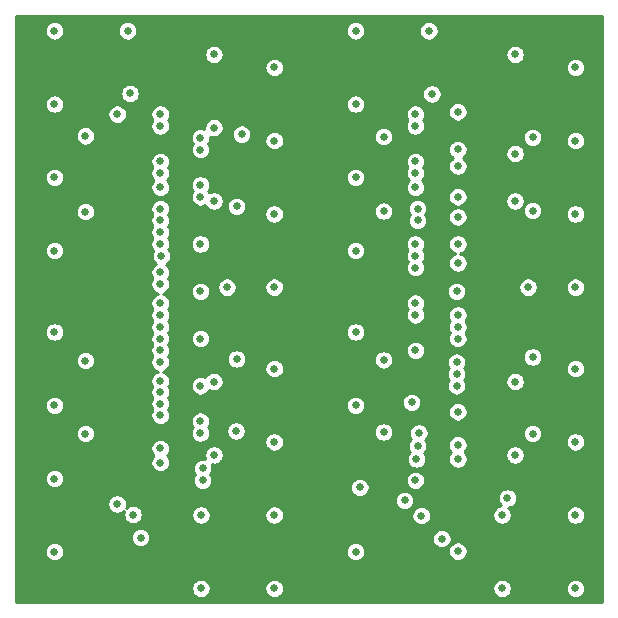
<source format=gbr>
%TF.GenerationSoftware,KiCad,Pcbnew,(5.1.9-0-10_14)*%
%TF.CreationDate,2021-05-13T13:43:04-04:00*%
%TF.ProjectId,SiPM_Board_RevC,5369504d-5f42-46f6-9172-645f52657643,rev?*%
%TF.SameCoordinates,Original*%
%TF.FileFunction,Copper,L2,Inr*%
%TF.FilePolarity,Positive*%
%FSLAX46Y46*%
G04 Gerber Fmt 4.6, Leading zero omitted, Abs format (unit mm)*
G04 Created by KiCad (PCBNEW (5.1.9-0-10_14)) date 2021-05-13 13:43:04*
%MOMM*%
%LPD*%
G01*
G04 APERTURE LIST*
%TA.AperFunction,ViaPad*%
%ADD10C,0.635000*%
%TD*%
%TA.AperFunction,Conductor*%
%ADD11C,0.254000*%
%TD*%
%TA.AperFunction,Conductor*%
%ADD12C,0.100000*%
%TD*%
G04 APERTURE END LIST*
D10*
%TO.N,GND*%
X133707308Y-111522692D03*
X133707308Y-103522692D03*
X133707308Y-101522692D03*
X133707308Y-87522692D03*
X133707308Y-115522692D03*
X133707308Y-113522692D03*
X133707308Y-107522692D03*
X133707308Y-105522692D03*
X133707308Y-109522692D03*
X133827308Y-95432692D03*
X133707308Y-85522692D03*
X133707308Y-93522692D03*
X133707308Y-91522692D03*
X133707308Y-89522692D03*
X133707308Y-99522692D03*
X133707308Y-97522692D03*
X152860000Y-100000000D03*
X150000000Y-105400000D03*
X147935320Y-99344680D03*
X131060000Y-89460000D03*
X132152500Y-94552500D03*
X143870000Y-89430000D03*
X143870000Y-95770000D03*
X132300000Y-112900000D03*
X131060000Y-108240000D03*
X145400000Y-106700000D03*
X143820000Y-114680000D03*
X156347500Y-95652500D03*
X156310000Y-89390000D03*
X168940000Y-95740000D03*
X156310000Y-108290000D03*
X168940000Y-114640000D03*
X166292692Y-84477308D03*
X166292692Y-86477308D03*
X166292692Y-88477308D03*
X166292692Y-90477308D03*
X166292692Y-92477308D03*
X166292692Y-94477308D03*
X166292692Y-96477308D03*
X166292692Y-98477308D03*
X168940000Y-89560000D03*
X166292692Y-100477308D03*
X166292692Y-102477308D03*
X166292692Y-104477308D03*
X166292692Y-106477308D03*
X166292692Y-108477308D03*
X166292692Y-110477308D03*
X166292692Y-112477308D03*
X166292692Y-114477308D03*
X156310000Y-115500000D03*
X168940000Y-108260000D03*
%TO.N,/BIAS1*%
X133762700Y-83502700D03*
X128450000Y-76450000D03*
X128450000Y-82650000D03*
X128450000Y-88850000D03*
X128450000Y-95050000D03*
X134650000Y-76450000D03*
X134850000Y-81750000D03*
X137400000Y-89700000D03*
X137400000Y-94500000D03*
X141950000Y-78450000D03*
X141950000Y-84650000D03*
X141950000Y-90850000D03*
X143050000Y-98150000D03*
X147050000Y-79550000D03*
X147050000Y-85750000D03*
X147050000Y-91950000D03*
X147050000Y-98150000D03*
X131060000Y-85340000D03*
X131060000Y-91760000D03*
X144300000Y-85200000D03*
X143870000Y-91300000D03*
%TO.N,/BIAS2*%
X133757366Y-116502634D03*
X128450000Y-101950000D03*
X128450000Y-108150000D03*
X128450000Y-120550000D03*
X128450000Y-114350000D03*
X137400000Y-102500000D03*
X137400000Y-107000000D03*
X135750000Y-119350000D03*
X135100000Y-117400000D03*
X141950000Y-106150000D03*
X141950000Y-112350000D03*
X140850000Y-117450000D03*
X140850000Y-123650000D03*
X147050000Y-123650000D03*
X147050000Y-117450000D03*
X147050000Y-111250000D03*
X147050000Y-105050000D03*
X131060000Y-110540000D03*
X131060000Y-104360000D03*
X143870000Y-104230000D03*
X143820000Y-110320000D03*
%TO.N,Net-(J1-Pad63)*%
X141000000Y-114500000D03*
%TO.N,Net-(J1-Pad61)*%
X141000000Y-113500000D03*
%TO.N,Net-(J1-Pad59)*%
X137400000Y-113000000D03*
%TO.N,Net-(J1-Pad57)*%
X137400000Y-111800000D03*
%TO.N,Net-(J1-Pad55)*%
X140800000Y-110500000D03*
%TO.N,Net-(J1-Pad53)*%
X140800000Y-109500000D03*
%TO.N,Net-(J1-Pad51)*%
X137402650Y-109002650D03*
%TO.N,Net-(J1-Pad49)*%
X137400000Y-108000000D03*
%TO.N,Net-(J1-Pad47)*%
X140800000Y-106500000D03*
%TO.N,Net-(J1-Pad45)*%
X137400000Y-106100000D03*
%TO.N,Net-(J1-Pad43)*%
X137400000Y-104500000D03*
%TO.N,Net-(J1-Pad41)*%
X137400000Y-103500000D03*
%TO.N,Net-(J1-Pad39)*%
X140800000Y-102500000D03*
%TO.N,Net-(J1-Pad37)*%
X137400000Y-101500000D03*
%TO.N,Net-(J1-Pad35)*%
X137400000Y-100500000D03*
%TO.N,Net-(J1-Pad33)*%
X137400000Y-99500000D03*
%TO.N,Net-(J1-Pad31)*%
X140800000Y-98500000D03*
%TO.N,Net-(J1-Pad29)*%
X137400000Y-97900000D03*
%TO.N,Net-(J1-Pad27)*%
X137400000Y-96900000D03*
%TO.N,Net-(J1-Pad25)*%
X137497324Y-95502676D03*
%TO.N,Net-(J1-Pad23)*%
X140800000Y-94500000D03*
%TO.N,Net-(J1-Pad21)*%
X137400000Y-93500000D03*
%TO.N,Net-(J1-Pad19)*%
X137400000Y-92500000D03*
%TO.N,Net-(J1-Pad17)*%
X137400000Y-91500000D03*
%TO.N,Net-(J1-Pad15)*%
X140800000Y-90500000D03*
%TO.N,Net-(J1-Pad13)*%
X140800000Y-89500000D03*
%TO.N,Net-(J1-Pad11)*%
X137402690Y-88502690D03*
%TO.N,Net-(J1-Pad9)*%
X137400000Y-87500000D03*
%TO.N,Net-(J1-Pad7)*%
X140800000Y-86500000D03*
%TO.N,Net-(J1-Pad5)*%
X140800000Y-85500000D03*
%TO.N,Net-(J1-Pad3)*%
X137400000Y-84500000D03*
%TO.N,Net-(J1-Pad1)*%
X137400000Y-83500000D03*
%TO.N,Net-(J2-Pad65)*%
X159000000Y-84500000D03*
%TO.N,Net-(J2-Pad63)*%
X162600000Y-83300000D03*
%TO.N,Net-(J2-Pad61)*%
X162600000Y-86483936D03*
%TO.N,Net-(J2-Pad59)*%
X159000000Y-87500000D03*
%TO.N,Net-(J2-Pad57)*%
X159000000Y-88500000D03*
%TO.N,Net-(J2-Pad55)*%
X162600000Y-87900000D03*
%TO.N,Net-(J2-Pad53)*%
X162600000Y-90500000D03*
%TO.N,Net-(J2-Pad51)*%
X159202650Y-91497350D03*
%TO.N,Net-(J2-Pad49)*%
X159202652Y-92497348D03*
%TO.N,Net-(J2-Pad47)*%
X162600000Y-92200000D03*
%TO.N,Net-(J2-Pad45)*%
X162600000Y-94500000D03*
%TO.N,Net-(J2-Pad43)*%
X159000000Y-95500000D03*
%TO.N,Net-(J2-Pad41)*%
X159002660Y-96497340D03*
%TO.N,Net-(J2-Pad39)*%
X162600000Y-96100000D03*
%TO.N,Net-(J2-Pad37)*%
X162497336Y-98497336D03*
%TO.N,Net-(J2-Pad35)*%
X159002666Y-99497334D03*
%TO.N,Net-(J2-Pad33)*%
X159002668Y-100497332D03*
%TO.N,Net-(J2-Pad31)*%
X162600000Y-101500000D03*
%TO.N,Net-(J2-Pad29)*%
X162600000Y-102500000D03*
%TO.N,Net-(J2-Pad27)*%
X159002674Y-103497326D03*
%TO.N,Net-(J2-Pad25)*%
X162500000Y-104500000D03*
%TO.N,Net-(J2-Pad23)*%
X162500000Y-105500000D03*
%TO.N,Net-(J2-Pad21)*%
X162497320Y-106497320D03*
%TO.N,Net-(J2-Pad19)*%
X158700000Y-107900000D03*
%TO.N,Net-(J2-Pad17)*%
X158100000Y-116200000D03*
%TO.N,Net-(J2-Pad15)*%
X162600000Y-111500000D03*
%TO.N,Net-(J2-Pad13)*%
X159302688Y-110497312D03*
%TO.N,Net-(J2-Pad11)*%
X159200000Y-111600000D03*
%TO.N,Net-(J2-Pad9)*%
X159100000Y-112700000D03*
%TO.N,Net-(J2-Pad7)*%
X162600000Y-120500000D03*
%TO.N,Net-(J2-Pad5)*%
X159000000Y-114500000D03*
%TO.N,/BIAS3*%
X153950000Y-76450000D03*
X153950000Y-82650000D03*
X153950000Y-88850000D03*
X160150000Y-76450000D03*
X160400000Y-81800000D03*
X167450000Y-78450000D03*
X168550000Y-98150000D03*
X172550000Y-79550000D03*
X172550000Y-85750000D03*
X172550000Y-91950000D03*
X172550000Y-98150000D03*
X156310000Y-91710000D03*
X156310000Y-85410000D03*
X168940000Y-91660000D03*
X153950000Y-95050000D03*
X167450000Y-90850000D03*
X167450000Y-86850000D03*
X159000000Y-89700000D03*
X159000000Y-94500000D03*
X168940000Y-85460000D03*
%TO.N,/BIAS4*%
X153950000Y-101950000D03*
X153950000Y-108150000D03*
X153950000Y-120550000D03*
X161250000Y-119450000D03*
X167450000Y-106150000D03*
X167450000Y-112350000D03*
X166350000Y-117450000D03*
X166350000Y-123650000D03*
X172550000Y-123650000D03*
X172550000Y-117450000D03*
X172550000Y-111250000D03*
X172550000Y-105050000D03*
X156310000Y-104310000D03*
X168940000Y-110540000D03*
X168940000Y-104060000D03*
X154300000Y-115100000D03*
X162600000Y-100500000D03*
X162600000Y-108700000D03*
X162600000Y-112700000D03*
X159500000Y-117500000D03*
X166800000Y-116000000D03*
X156310000Y-110410000D03*
%TO.N,Net-(J2-Pad67)*%
X159000000Y-83500000D03*
%TD*%
D11*
%TO.N,GND*%
X174787001Y-124787000D02*
X125213000Y-124787000D01*
X125213000Y-123568695D01*
X140024500Y-123568695D01*
X140024500Y-123731305D01*
X140056224Y-123890789D01*
X140118452Y-124041021D01*
X140208792Y-124176225D01*
X140323775Y-124291208D01*
X140458979Y-124381548D01*
X140609211Y-124443776D01*
X140768695Y-124475500D01*
X140931305Y-124475500D01*
X141090789Y-124443776D01*
X141241021Y-124381548D01*
X141376225Y-124291208D01*
X141491208Y-124176225D01*
X141581548Y-124041021D01*
X141643776Y-123890789D01*
X141675500Y-123731305D01*
X141675500Y-123568695D01*
X146224500Y-123568695D01*
X146224500Y-123731305D01*
X146256224Y-123890789D01*
X146318452Y-124041021D01*
X146408792Y-124176225D01*
X146523775Y-124291208D01*
X146658979Y-124381548D01*
X146809211Y-124443776D01*
X146968695Y-124475500D01*
X147131305Y-124475500D01*
X147290789Y-124443776D01*
X147441021Y-124381548D01*
X147576225Y-124291208D01*
X147691208Y-124176225D01*
X147781548Y-124041021D01*
X147843776Y-123890789D01*
X147875500Y-123731305D01*
X147875500Y-123568695D01*
X165524500Y-123568695D01*
X165524500Y-123731305D01*
X165556224Y-123890789D01*
X165618452Y-124041021D01*
X165708792Y-124176225D01*
X165823775Y-124291208D01*
X165958979Y-124381548D01*
X166109211Y-124443776D01*
X166268695Y-124475500D01*
X166431305Y-124475500D01*
X166590789Y-124443776D01*
X166741021Y-124381548D01*
X166876225Y-124291208D01*
X166991208Y-124176225D01*
X167081548Y-124041021D01*
X167143776Y-123890789D01*
X167175500Y-123731305D01*
X167175500Y-123568695D01*
X171724500Y-123568695D01*
X171724500Y-123731305D01*
X171756224Y-123890789D01*
X171818452Y-124041021D01*
X171908792Y-124176225D01*
X172023775Y-124291208D01*
X172158979Y-124381548D01*
X172309211Y-124443776D01*
X172468695Y-124475500D01*
X172631305Y-124475500D01*
X172790789Y-124443776D01*
X172941021Y-124381548D01*
X173076225Y-124291208D01*
X173191208Y-124176225D01*
X173281548Y-124041021D01*
X173343776Y-123890789D01*
X173375500Y-123731305D01*
X173375500Y-123568695D01*
X173343776Y-123409211D01*
X173281548Y-123258979D01*
X173191208Y-123123775D01*
X173076225Y-123008792D01*
X172941021Y-122918452D01*
X172790789Y-122856224D01*
X172631305Y-122824500D01*
X172468695Y-122824500D01*
X172309211Y-122856224D01*
X172158979Y-122918452D01*
X172023775Y-123008792D01*
X171908792Y-123123775D01*
X171818452Y-123258979D01*
X171756224Y-123409211D01*
X171724500Y-123568695D01*
X167175500Y-123568695D01*
X167143776Y-123409211D01*
X167081548Y-123258979D01*
X166991208Y-123123775D01*
X166876225Y-123008792D01*
X166741021Y-122918452D01*
X166590789Y-122856224D01*
X166431305Y-122824500D01*
X166268695Y-122824500D01*
X166109211Y-122856224D01*
X165958979Y-122918452D01*
X165823775Y-123008792D01*
X165708792Y-123123775D01*
X165618452Y-123258979D01*
X165556224Y-123409211D01*
X165524500Y-123568695D01*
X147875500Y-123568695D01*
X147843776Y-123409211D01*
X147781548Y-123258979D01*
X147691208Y-123123775D01*
X147576225Y-123008792D01*
X147441021Y-122918452D01*
X147290789Y-122856224D01*
X147131305Y-122824500D01*
X146968695Y-122824500D01*
X146809211Y-122856224D01*
X146658979Y-122918452D01*
X146523775Y-123008792D01*
X146408792Y-123123775D01*
X146318452Y-123258979D01*
X146256224Y-123409211D01*
X146224500Y-123568695D01*
X141675500Y-123568695D01*
X141643776Y-123409211D01*
X141581548Y-123258979D01*
X141491208Y-123123775D01*
X141376225Y-123008792D01*
X141241021Y-122918452D01*
X141090789Y-122856224D01*
X140931305Y-122824500D01*
X140768695Y-122824500D01*
X140609211Y-122856224D01*
X140458979Y-122918452D01*
X140323775Y-123008792D01*
X140208792Y-123123775D01*
X140118452Y-123258979D01*
X140056224Y-123409211D01*
X140024500Y-123568695D01*
X125213000Y-123568695D01*
X125213000Y-120468695D01*
X127624500Y-120468695D01*
X127624500Y-120631305D01*
X127656224Y-120790789D01*
X127718452Y-120941021D01*
X127808792Y-121076225D01*
X127923775Y-121191208D01*
X128058979Y-121281548D01*
X128209211Y-121343776D01*
X128368695Y-121375500D01*
X128531305Y-121375500D01*
X128690789Y-121343776D01*
X128841021Y-121281548D01*
X128976225Y-121191208D01*
X129091208Y-121076225D01*
X129181548Y-120941021D01*
X129243776Y-120790789D01*
X129275500Y-120631305D01*
X129275500Y-120468695D01*
X153124500Y-120468695D01*
X153124500Y-120631305D01*
X153156224Y-120790789D01*
X153218452Y-120941021D01*
X153308792Y-121076225D01*
X153423775Y-121191208D01*
X153558979Y-121281548D01*
X153709211Y-121343776D01*
X153868695Y-121375500D01*
X154031305Y-121375500D01*
X154190789Y-121343776D01*
X154341021Y-121281548D01*
X154476225Y-121191208D01*
X154591208Y-121076225D01*
X154681548Y-120941021D01*
X154743776Y-120790789D01*
X154775500Y-120631305D01*
X154775500Y-120468695D01*
X154765555Y-120418695D01*
X161774500Y-120418695D01*
X161774500Y-120581305D01*
X161806224Y-120740789D01*
X161868452Y-120891021D01*
X161958792Y-121026225D01*
X162073775Y-121141208D01*
X162208979Y-121231548D01*
X162359211Y-121293776D01*
X162518695Y-121325500D01*
X162681305Y-121325500D01*
X162840789Y-121293776D01*
X162991021Y-121231548D01*
X163126225Y-121141208D01*
X163241208Y-121026225D01*
X163331548Y-120891021D01*
X163393776Y-120740789D01*
X163425500Y-120581305D01*
X163425500Y-120418695D01*
X163393776Y-120259211D01*
X163331548Y-120108979D01*
X163241208Y-119973775D01*
X163126225Y-119858792D01*
X162991021Y-119768452D01*
X162840789Y-119706224D01*
X162681305Y-119674500D01*
X162518695Y-119674500D01*
X162359211Y-119706224D01*
X162208979Y-119768452D01*
X162073775Y-119858792D01*
X161958792Y-119973775D01*
X161868452Y-120108979D01*
X161806224Y-120259211D01*
X161774500Y-120418695D01*
X154765555Y-120418695D01*
X154743776Y-120309211D01*
X154681548Y-120158979D01*
X154591208Y-120023775D01*
X154476225Y-119908792D01*
X154341021Y-119818452D01*
X154190789Y-119756224D01*
X154031305Y-119724500D01*
X153868695Y-119724500D01*
X153709211Y-119756224D01*
X153558979Y-119818452D01*
X153423775Y-119908792D01*
X153308792Y-120023775D01*
X153218452Y-120158979D01*
X153156224Y-120309211D01*
X153124500Y-120468695D01*
X129275500Y-120468695D01*
X129243776Y-120309211D01*
X129181548Y-120158979D01*
X129091208Y-120023775D01*
X128976225Y-119908792D01*
X128841021Y-119818452D01*
X128690789Y-119756224D01*
X128531305Y-119724500D01*
X128368695Y-119724500D01*
X128209211Y-119756224D01*
X128058979Y-119818452D01*
X127923775Y-119908792D01*
X127808792Y-120023775D01*
X127718452Y-120158979D01*
X127656224Y-120309211D01*
X127624500Y-120468695D01*
X125213000Y-120468695D01*
X125213000Y-119268695D01*
X134924500Y-119268695D01*
X134924500Y-119431305D01*
X134956224Y-119590789D01*
X135018452Y-119741021D01*
X135108792Y-119876225D01*
X135223775Y-119991208D01*
X135358979Y-120081548D01*
X135509211Y-120143776D01*
X135668695Y-120175500D01*
X135831305Y-120175500D01*
X135990789Y-120143776D01*
X136141021Y-120081548D01*
X136276225Y-119991208D01*
X136391208Y-119876225D01*
X136481548Y-119741021D01*
X136543776Y-119590789D01*
X136575500Y-119431305D01*
X136575500Y-119368695D01*
X160424500Y-119368695D01*
X160424500Y-119531305D01*
X160456224Y-119690789D01*
X160518452Y-119841021D01*
X160608792Y-119976225D01*
X160723775Y-120091208D01*
X160858979Y-120181548D01*
X161009211Y-120243776D01*
X161168695Y-120275500D01*
X161331305Y-120275500D01*
X161490789Y-120243776D01*
X161641021Y-120181548D01*
X161776225Y-120091208D01*
X161891208Y-119976225D01*
X161981548Y-119841021D01*
X162043776Y-119690789D01*
X162075500Y-119531305D01*
X162075500Y-119368695D01*
X162043776Y-119209211D01*
X161981548Y-119058979D01*
X161891208Y-118923775D01*
X161776225Y-118808792D01*
X161641021Y-118718452D01*
X161490789Y-118656224D01*
X161331305Y-118624500D01*
X161168695Y-118624500D01*
X161009211Y-118656224D01*
X160858979Y-118718452D01*
X160723775Y-118808792D01*
X160608792Y-118923775D01*
X160518452Y-119058979D01*
X160456224Y-119209211D01*
X160424500Y-119368695D01*
X136575500Y-119368695D01*
X136575500Y-119268695D01*
X136543776Y-119109211D01*
X136481548Y-118958979D01*
X136391208Y-118823775D01*
X136276225Y-118708792D01*
X136141021Y-118618452D01*
X135990789Y-118556224D01*
X135831305Y-118524500D01*
X135668695Y-118524500D01*
X135509211Y-118556224D01*
X135358979Y-118618452D01*
X135223775Y-118708792D01*
X135108792Y-118823775D01*
X135018452Y-118958979D01*
X134956224Y-119109211D01*
X134924500Y-119268695D01*
X125213000Y-119268695D01*
X125213000Y-116421329D01*
X132931866Y-116421329D01*
X132931866Y-116583939D01*
X132963590Y-116743423D01*
X133025818Y-116893655D01*
X133116158Y-117028859D01*
X133231141Y-117143842D01*
X133366345Y-117234182D01*
X133516577Y-117296410D01*
X133676061Y-117328134D01*
X133838671Y-117328134D01*
X133998155Y-117296410D01*
X134148387Y-117234182D01*
X134283591Y-117143842D01*
X134333095Y-117094338D01*
X134306224Y-117159211D01*
X134274500Y-117318695D01*
X134274500Y-117481305D01*
X134306224Y-117640789D01*
X134368452Y-117791021D01*
X134458792Y-117926225D01*
X134573775Y-118041208D01*
X134708979Y-118131548D01*
X134859211Y-118193776D01*
X135018695Y-118225500D01*
X135181305Y-118225500D01*
X135340789Y-118193776D01*
X135491021Y-118131548D01*
X135626225Y-118041208D01*
X135741208Y-117926225D01*
X135831548Y-117791021D01*
X135893776Y-117640789D01*
X135925500Y-117481305D01*
X135925500Y-117368695D01*
X140024500Y-117368695D01*
X140024500Y-117531305D01*
X140056224Y-117690789D01*
X140118452Y-117841021D01*
X140208792Y-117976225D01*
X140323775Y-118091208D01*
X140458979Y-118181548D01*
X140609211Y-118243776D01*
X140768695Y-118275500D01*
X140931305Y-118275500D01*
X141090789Y-118243776D01*
X141241021Y-118181548D01*
X141376225Y-118091208D01*
X141491208Y-117976225D01*
X141581548Y-117841021D01*
X141643776Y-117690789D01*
X141675500Y-117531305D01*
X141675500Y-117368695D01*
X146224500Y-117368695D01*
X146224500Y-117531305D01*
X146256224Y-117690789D01*
X146318452Y-117841021D01*
X146408792Y-117976225D01*
X146523775Y-118091208D01*
X146658979Y-118181548D01*
X146809211Y-118243776D01*
X146968695Y-118275500D01*
X147131305Y-118275500D01*
X147290789Y-118243776D01*
X147441021Y-118181548D01*
X147576225Y-118091208D01*
X147691208Y-117976225D01*
X147781548Y-117841021D01*
X147843776Y-117690789D01*
X147875500Y-117531305D01*
X147875500Y-117418695D01*
X158674500Y-117418695D01*
X158674500Y-117581305D01*
X158706224Y-117740789D01*
X158768452Y-117891021D01*
X158858792Y-118026225D01*
X158973775Y-118141208D01*
X159108979Y-118231548D01*
X159259211Y-118293776D01*
X159418695Y-118325500D01*
X159581305Y-118325500D01*
X159740789Y-118293776D01*
X159891021Y-118231548D01*
X160026225Y-118141208D01*
X160141208Y-118026225D01*
X160231548Y-117891021D01*
X160293776Y-117740789D01*
X160325500Y-117581305D01*
X160325500Y-117418695D01*
X160315555Y-117368695D01*
X165524500Y-117368695D01*
X165524500Y-117531305D01*
X165556224Y-117690789D01*
X165618452Y-117841021D01*
X165708792Y-117976225D01*
X165823775Y-118091208D01*
X165958979Y-118181548D01*
X166109211Y-118243776D01*
X166268695Y-118275500D01*
X166431305Y-118275500D01*
X166590789Y-118243776D01*
X166741021Y-118181548D01*
X166876225Y-118091208D01*
X166991208Y-117976225D01*
X167081548Y-117841021D01*
X167143776Y-117690789D01*
X167175500Y-117531305D01*
X167175500Y-117368695D01*
X171724500Y-117368695D01*
X171724500Y-117531305D01*
X171756224Y-117690789D01*
X171818452Y-117841021D01*
X171908792Y-117976225D01*
X172023775Y-118091208D01*
X172158979Y-118181548D01*
X172309211Y-118243776D01*
X172468695Y-118275500D01*
X172631305Y-118275500D01*
X172790789Y-118243776D01*
X172941021Y-118181548D01*
X173076225Y-118091208D01*
X173191208Y-117976225D01*
X173281548Y-117841021D01*
X173343776Y-117690789D01*
X173375500Y-117531305D01*
X173375500Y-117368695D01*
X173343776Y-117209211D01*
X173281548Y-117058979D01*
X173191208Y-116923775D01*
X173076225Y-116808792D01*
X172941021Y-116718452D01*
X172790789Y-116656224D01*
X172631305Y-116624500D01*
X172468695Y-116624500D01*
X172309211Y-116656224D01*
X172158979Y-116718452D01*
X172023775Y-116808792D01*
X171908792Y-116923775D01*
X171818452Y-117058979D01*
X171756224Y-117209211D01*
X171724500Y-117368695D01*
X167175500Y-117368695D01*
X167143776Y-117209211D01*
X167081548Y-117058979D01*
X166991208Y-116923775D01*
X166891004Y-116823571D01*
X167040789Y-116793776D01*
X167191021Y-116731548D01*
X167326225Y-116641208D01*
X167441208Y-116526225D01*
X167531548Y-116391021D01*
X167593776Y-116240789D01*
X167625500Y-116081305D01*
X167625500Y-115918695D01*
X167593776Y-115759211D01*
X167531548Y-115608979D01*
X167441208Y-115473775D01*
X167326225Y-115358792D01*
X167191021Y-115268452D01*
X167040789Y-115206224D01*
X166881305Y-115174500D01*
X166718695Y-115174500D01*
X166559211Y-115206224D01*
X166408979Y-115268452D01*
X166273775Y-115358792D01*
X166158792Y-115473775D01*
X166068452Y-115608979D01*
X166006224Y-115759211D01*
X165974500Y-115918695D01*
X165974500Y-116081305D01*
X166006224Y-116240789D01*
X166068452Y-116391021D01*
X166158792Y-116526225D01*
X166258996Y-116626429D01*
X166109211Y-116656224D01*
X165958979Y-116718452D01*
X165823775Y-116808792D01*
X165708792Y-116923775D01*
X165618452Y-117058979D01*
X165556224Y-117209211D01*
X165524500Y-117368695D01*
X160315555Y-117368695D01*
X160293776Y-117259211D01*
X160231548Y-117108979D01*
X160141208Y-116973775D01*
X160026225Y-116858792D01*
X159891021Y-116768452D01*
X159740789Y-116706224D01*
X159581305Y-116674500D01*
X159418695Y-116674500D01*
X159259211Y-116706224D01*
X159108979Y-116768452D01*
X158973775Y-116858792D01*
X158858792Y-116973775D01*
X158768452Y-117108979D01*
X158706224Y-117259211D01*
X158674500Y-117418695D01*
X147875500Y-117418695D01*
X147875500Y-117368695D01*
X147843776Y-117209211D01*
X147781548Y-117058979D01*
X147691208Y-116923775D01*
X147576225Y-116808792D01*
X147441021Y-116718452D01*
X147290789Y-116656224D01*
X147131305Y-116624500D01*
X146968695Y-116624500D01*
X146809211Y-116656224D01*
X146658979Y-116718452D01*
X146523775Y-116808792D01*
X146408792Y-116923775D01*
X146318452Y-117058979D01*
X146256224Y-117209211D01*
X146224500Y-117368695D01*
X141675500Y-117368695D01*
X141643776Y-117209211D01*
X141581548Y-117058979D01*
X141491208Y-116923775D01*
X141376225Y-116808792D01*
X141241021Y-116718452D01*
X141090789Y-116656224D01*
X140931305Y-116624500D01*
X140768695Y-116624500D01*
X140609211Y-116656224D01*
X140458979Y-116718452D01*
X140323775Y-116808792D01*
X140208792Y-116923775D01*
X140118452Y-117058979D01*
X140056224Y-117209211D01*
X140024500Y-117368695D01*
X135925500Y-117368695D01*
X135925500Y-117318695D01*
X135893776Y-117159211D01*
X135831548Y-117008979D01*
X135741208Y-116873775D01*
X135626225Y-116758792D01*
X135491021Y-116668452D01*
X135340789Y-116606224D01*
X135181305Y-116574500D01*
X135018695Y-116574500D01*
X134859211Y-116606224D01*
X134708979Y-116668452D01*
X134573775Y-116758792D01*
X134524271Y-116808296D01*
X134551142Y-116743423D01*
X134582866Y-116583939D01*
X134582866Y-116421329D01*
X134551142Y-116261845D01*
X134491848Y-116118695D01*
X157274500Y-116118695D01*
X157274500Y-116281305D01*
X157306224Y-116440789D01*
X157368452Y-116591021D01*
X157458792Y-116726225D01*
X157573775Y-116841208D01*
X157708979Y-116931548D01*
X157859211Y-116993776D01*
X158018695Y-117025500D01*
X158181305Y-117025500D01*
X158340789Y-116993776D01*
X158491021Y-116931548D01*
X158626225Y-116841208D01*
X158741208Y-116726225D01*
X158831548Y-116591021D01*
X158893776Y-116440789D01*
X158925500Y-116281305D01*
X158925500Y-116118695D01*
X158893776Y-115959211D01*
X158831548Y-115808979D01*
X158741208Y-115673775D01*
X158626225Y-115558792D01*
X158491021Y-115468452D01*
X158340789Y-115406224D01*
X158181305Y-115374500D01*
X158018695Y-115374500D01*
X157859211Y-115406224D01*
X157708979Y-115468452D01*
X157573775Y-115558792D01*
X157458792Y-115673775D01*
X157368452Y-115808979D01*
X157306224Y-115959211D01*
X157274500Y-116118695D01*
X134491848Y-116118695D01*
X134488914Y-116111613D01*
X134398574Y-115976409D01*
X134283591Y-115861426D01*
X134148387Y-115771086D01*
X133998155Y-115708858D01*
X133838671Y-115677134D01*
X133676061Y-115677134D01*
X133516577Y-115708858D01*
X133366345Y-115771086D01*
X133231141Y-115861426D01*
X133116158Y-115976409D01*
X133025818Y-116111613D01*
X132963590Y-116261845D01*
X132931866Y-116421329D01*
X125213000Y-116421329D01*
X125213000Y-114268695D01*
X127624500Y-114268695D01*
X127624500Y-114431305D01*
X127656224Y-114590789D01*
X127718452Y-114741021D01*
X127808792Y-114876225D01*
X127923775Y-114991208D01*
X128058979Y-115081548D01*
X128209211Y-115143776D01*
X128368695Y-115175500D01*
X128531305Y-115175500D01*
X128690789Y-115143776D01*
X128841021Y-115081548D01*
X128976225Y-114991208D01*
X129091208Y-114876225D01*
X129181548Y-114741021D01*
X129243776Y-114590789D01*
X129275500Y-114431305D01*
X129275500Y-114268695D01*
X129243776Y-114109211D01*
X129181548Y-113958979D01*
X129091208Y-113823775D01*
X128976225Y-113708792D01*
X128841021Y-113618452D01*
X128690789Y-113556224D01*
X128531305Y-113524500D01*
X128368695Y-113524500D01*
X128209211Y-113556224D01*
X128058979Y-113618452D01*
X127923775Y-113708792D01*
X127808792Y-113823775D01*
X127718452Y-113958979D01*
X127656224Y-114109211D01*
X127624500Y-114268695D01*
X125213000Y-114268695D01*
X125213000Y-111718695D01*
X136574500Y-111718695D01*
X136574500Y-111881305D01*
X136606224Y-112040789D01*
X136668452Y-112191021D01*
X136758792Y-112326225D01*
X136832567Y-112400000D01*
X136758792Y-112473775D01*
X136668452Y-112608979D01*
X136606224Y-112759211D01*
X136574500Y-112918695D01*
X136574500Y-113081305D01*
X136606224Y-113240789D01*
X136668452Y-113391021D01*
X136758792Y-113526225D01*
X136873775Y-113641208D01*
X137008979Y-113731548D01*
X137159211Y-113793776D01*
X137318695Y-113825500D01*
X137481305Y-113825500D01*
X137640789Y-113793776D01*
X137791021Y-113731548D01*
X137926225Y-113641208D01*
X138041208Y-113526225D01*
X138113056Y-113418695D01*
X140174500Y-113418695D01*
X140174500Y-113581305D01*
X140206224Y-113740789D01*
X140268452Y-113891021D01*
X140341269Y-114000000D01*
X140268452Y-114108979D01*
X140206224Y-114259211D01*
X140174500Y-114418695D01*
X140174500Y-114581305D01*
X140206224Y-114740789D01*
X140268452Y-114891021D01*
X140358792Y-115026225D01*
X140473775Y-115141208D01*
X140608979Y-115231548D01*
X140759211Y-115293776D01*
X140918695Y-115325500D01*
X141081305Y-115325500D01*
X141240789Y-115293776D01*
X141391021Y-115231548D01*
X141526225Y-115141208D01*
X141641208Y-115026225D01*
X141646239Y-115018695D01*
X153474500Y-115018695D01*
X153474500Y-115181305D01*
X153506224Y-115340789D01*
X153568452Y-115491021D01*
X153658792Y-115626225D01*
X153773775Y-115741208D01*
X153908979Y-115831548D01*
X154059211Y-115893776D01*
X154218695Y-115925500D01*
X154381305Y-115925500D01*
X154540789Y-115893776D01*
X154691021Y-115831548D01*
X154826225Y-115741208D01*
X154941208Y-115626225D01*
X155031548Y-115491021D01*
X155093776Y-115340789D01*
X155125500Y-115181305D01*
X155125500Y-115018695D01*
X155093776Y-114859211D01*
X155031548Y-114708979D01*
X154941208Y-114573775D01*
X154826225Y-114458792D01*
X154766216Y-114418695D01*
X158174500Y-114418695D01*
X158174500Y-114581305D01*
X158206224Y-114740789D01*
X158268452Y-114891021D01*
X158358792Y-115026225D01*
X158473775Y-115141208D01*
X158608979Y-115231548D01*
X158759211Y-115293776D01*
X158918695Y-115325500D01*
X159081305Y-115325500D01*
X159240789Y-115293776D01*
X159391021Y-115231548D01*
X159526225Y-115141208D01*
X159641208Y-115026225D01*
X159731548Y-114891021D01*
X159793776Y-114740789D01*
X159825500Y-114581305D01*
X159825500Y-114418695D01*
X159793776Y-114259211D01*
X159731548Y-114108979D01*
X159641208Y-113973775D01*
X159526225Y-113858792D01*
X159391021Y-113768452D01*
X159240789Y-113706224D01*
X159081305Y-113674500D01*
X158918695Y-113674500D01*
X158759211Y-113706224D01*
X158608979Y-113768452D01*
X158473775Y-113858792D01*
X158358792Y-113973775D01*
X158268452Y-114108979D01*
X158206224Y-114259211D01*
X158174500Y-114418695D01*
X154766216Y-114418695D01*
X154691021Y-114368452D01*
X154540789Y-114306224D01*
X154381305Y-114274500D01*
X154218695Y-114274500D01*
X154059211Y-114306224D01*
X153908979Y-114368452D01*
X153773775Y-114458792D01*
X153658792Y-114573775D01*
X153568452Y-114708979D01*
X153506224Y-114859211D01*
X153474500Y-115018695D01*
X141646239Y-115018695D01*
X141731548Y-114891021D01*
X141793776Y-114740789D01*
X141825500Y-114581305D01*
X141825500Y-114418695D01*
X141793776Y-114259211D01*
X141731548Y-114108979D01*
X141658731Y-114000000D01*
X141731548Y-113891021D01*
X141793776Y-113740789D01*
X141825500Y-113581305D01*
X141825500Y-113418695D01*
X141793776Y-113259211D01*
X141749261Y-113151743D01*
X141868695Y-113175500D01*
X142031305Y-113175500D01*
X142190789Y-113143776D01*
X142341021Y-113081548D01*
X142476225Y-112991208D01*
X142591208Y-112876225D01*
X142681548Y-112741021D01*
X142732216Y-112618695D01*
X158274500Y-112618695D01*
X158274500Y-112781305D01*
X158306224Y-112940789D01*
X158368452Y-113091021D01*
X158458792Y-113226225D01*
X158573775Y-113341208D01*
X158708979Y-113431548D01*
X158859211Y-113493776D01*
X159018695Y-113525500D01*
X159181305Y-113525500D01*
X159340789Y-113493776D01*
X159491021Y-113431548D01*
X159626225Y-113341208D01*
X159741208Y-113226225D01*
X159831548Y-113091021D01*
X159893776Y-112940789D01*
X159925500Y-112781305D01*
X159925500Y-112618695D01*
X159893776Y-112459211D01*
X159831548Y-112308979D01*
X159762216Y-112205217D01*
X159841208Y-112126225D01*
X159931548Y-111991021D01*
X159993776Y-111840789D01*
X160025500Y-111681305D01*
X160025500Y-111518695D01*
X160005609Y-111418695D01*
X161774500Y-111418695D01*
X161774500Y-111581305D01*
X161806224Y-111740789D01*
X161868452Y-111891021D01*
X161958792Y-112026225D01*
X162032567Y-112100000D01*
X161958792Y-112173775D01*
X161868452Y-112308979D01*
X161806224Y-112459211D01*
X161774500Y-112618695D01*
X161774500Y-112781305D01*
X161806224Y-112940789D01*
X161868452Y-113091021D01*
X161958792Y-113226225D01*
X162073775Y-113341208D01*
X162208979Y-113431548D01*
X162359211Y-113493776D01*
X162518695Y-113525500D01*
X162681305Y-113525500D01*
X162840789Y-113493776D01*
X162991021Y-113431548D01*
X163126225Y-113341208D01*
X163241208Y-113226225D01*
X163331548Y-113091021D01*
X163393776Y-112940789D01*
X163425500Y-112781305D01*
X163425500Y-112618695D01*
X163393776Y-112459211D01*
X163331548Y-112308979D01*
X163304632Y-112268695D01*
X166624500Y-112268695D01*
X166624500Y-112431305D01*
X166656224Y-112590789D01*
X166718452Y-112741021D01*
X166808792Y-112876225D01*
X166923775Y-112991208D01*
X167058979Y-113081548D01*
X167209211Y-113143776D01*
X167368695Y-113175500D01*
X167531305Y-113175500D01*
X167690789Y-113143776D01*
X167841021Y-113081548D01*
X167976225Y-112991208D01*
X168091208Y-112876225D01*
X168181548Y-112741021D01*
X168243776Y-112590789D01*
X168275500Y-112431305D01*
X168275500Y-112268695D01*
X168243776Y-112109211D01*
X168181548Y-111958979D01*
X168091208Y-111823775D01*
X167976225Y-111708792D01*
X167841021Y-111618452D01*
X167690789Y-111556224D01*
X167531305Y-111524500D01*
X167368695Y-111524500D01*
X167209211Y-111556224D01*
X167058979Y-111618452D01*
X166923775Y-111708792D01*
X166808792Y-111823775D01*
X166718452Y-111958979D01*
X166656224Y-112109211D01*
X166624500Y-112268695D01*
X163304632Y-112268695D01*
X163241208Y-112173775D01*
X163167433Y-112100000D01*
X163241208Y-112026225D01*
X163331548Y-111891021D01*
X163393776Y-111740789D01*
X163425500Y-111581305D01*
X163425500Y-111418695D01*
X163393776Y-111259211D01*
X163331548Y-111108979D01*
X163241208Y-110973775D01*
X163126225Y-110858792D01*
X162991021Y-110768452D01*
X162840789Y-110706224D01*
X162681305Y-110674500D01*
X162518695Y-110674500D01*
X162359211Y-110706224D01*
X162208979Y-110768452D01*
X162073775Y-110858792D01*
X161958792Y-110973775D01*
X161868452Y-111108979D01*
X161806224Y-111259211D01*
X161774500Y-111418695D01*
X160005609Y-111418695D01*
X159993776Y-111359211D01*
X159931548Y-111208979D01*
X159862216Y-111105217D01*
X159943896Y-111023537D01*
X160034236Y-110888333D01*
X160096464Y-110738101D01*
X160128188Y-110578617D01*
X160128188Y-110458695D01*
X168114500Y-110458695D01*
X168114500Y-110621305D01*
X168146224Y-110780789D01*
X168208452Y-110931021D01*
X168298792Y-111066225D01*
X168413775Y-111181208D01*
X168548979Y-111271548D01*
X168699211Y-111333776D01*
X168858695Y-111365500D01*
X169021305Y-111365500D01*
X169180789Y-111333776D01*
X169331021Y-111271548D01*
X169466225Y-111181208D01*
X169478738Y-111168695D01*
X171724500Y-111168695D01*
X171724500Y-111331305D01*
X171756224Y-111490789D01*
X171818452Y-111641021D01*
X171908792Y-111776225D01*
X172023775Y-111891208D01*
X172158979Y-111981548D01*
X172309211Y-112043776D01*
X172468695Y-112075500D01*
X172631305Y-112075500D01*
X172790789Y-112043776D01*
X172941021Y-111981548D01*
X173076225Y-111891208D01*
X173191208Y-111776225D01*
X173281548Y-111641021D01*
X173343776Y-111490789D01*
X173375500Y-111331305D01*
X173375500Y-111168695D01*
X173343776Y-111009211D01*
X173281548Y-110858979D01*
X173191208Y-110723775D01*
X173076225Y-110608792D01*
X172941021Y-110518452D01*
X172790789Y-110456224D01*
X172631305Y-110424500D01*
X172468695Y-110424500D01*
X172309211Y-110456224D01*
X172158979Y-110518452D01*
X172023775Y-110608792D01*
X171908792Y-110723775D01*
X171818452Y-110858979D01*
X171756224Y-111009211D01*
X171724500Y-111168695D01*
X169478738Y-111168695D01*
X169581208Y-111066225D01*
X169671548Y-110931021D01*
X169733776Y-110780789D01*
X169765500Y-110621305D01*
X169765500Y-110458695D01*
X169733776Y-110299211D01*
X169671548Y-110148979D01*
X169581208Y-110013775D01*
X169466225Y-109898792D01*
X169331021Y-109808452D01*
X169180789Y-109746224D01*
X169021305Y-109714500D01*
X168858695Y-109714500D01*
X168699211Y-109746224D01*
X168548979Y-109808452D01*
X168413775Y-109898792D01*
X168298792Y-110013775D01*
X168208452Y-110148979D01*
X168146224Y-110299211D01*
X168114500Y-110458695D01*
X160128188Y-110458695D01*
X160128188Y-110416007D01*
X160096464Y-110256523D01*
X160034236Y-110106291D01*
X159943896Y-109971087D01*
X159828913Y-109856104D01*
X159693709Y-109765764D01*
X159543477Y-109703536D01*
X159383993Y-109671812D01*
X159221383Y-109671812D01*
X159061899Y-109703536D01*
X158911667Y-109765764D01*
X158776463Y-109856104D01*
X158661480Y-109971087D01*
X158571140Y-110106291D01*
X158508912Y-110256523D01*
X158477188Y-110416007D01*
X158477188Y-110578617D01*
X158508912Y-110738101D01*
X158571140Y-110888333D01*
X158640472Y-110992095D01*
X158558792Y-111073775D01*
X158468452Y-111208979D01*
X158406224Y-111359211D01*
X158374500Y-111518695D01*
X158374500Y-111681305D01*
X158406224Y-111840789D01*
X158468452Y-111991021D01*
X158537784Y-112094783D01*
X158458792Y-112173775D01*
X158368452Y-112308979D01*
X158306224Y-112459211D01*
X158274500Y-112618695D01*
X142732216Y-112618695D01*
X142743776Y-112590789D01*
X142775500Y-112431305D01*
X142775500Y-112268695D01*
X142743776Y-112109211D01*
X142681548Y-111958979D01*
X142591208Y-111823775D01*
X142476225Y-111708792D01*
X142341021Y-111618452D01*
X142190789Y-111556224D01*
X142031305Y-111524500D01*
X141868695Y-111524500D01*
X141709211Y-111556224D01*
X141558979Y-111618452D01*
X141423775Y-111708792D01*
X141308792Y-111823775D01*
X141218452Y-111958979D01*
X141156224Y-112109211D01*
X141124500Y-112268695D01*
X141124500Y-112431305D01*
X141156224Y-112590789D01*
X141200739Y-112698257D01*
X141081305Y-112674500D01*
X140918695Y-112674500D01*
X140759211Y-112706224D01*
X140608979Y-112768452D01*
X140473775Y-112858792D01*
X140358792Y-112973775D01*
X140268452Y-113108979D01*
X140206224Y-113259211D01*
X140174500Y-113418695D01*
X138113056Y-113418695D01*
X138131548Y-113391021D01*
X138193776Y-113240789D01*
X138225500Y-113081305D01*
X138225500Y-112918695D01*
X138193776Y-112759211D01*
X138131548Y-112608979D01*
X138041208Y-112473775D01*
X137967433Y-112400000D01*
X138041208Y-112326225D01*
X138131548Y-112191021D01*
X138193776Y-112040789D01*
X138225500Y-111881305D01*
X138225500Y-111718695D01*
X138193776Y-111559211D01*
X138131548Y-111408979D01*
X138041208Y-111273775D01*
X137926225Y-111158792D01*
X137791021Y-111068452D01*
X137640789Y-111006224D01*
X137481305Y-110974500D01*
X137318695Y-110974500D01*
X137159211Y-111006224D01*
X137008979Y-111068452D01*
X136873775Y-111158792D01*
X136758792Y-111273775D01*
X136668452Y-111408979D01*
X136606224Y-111559211D01*
X136574500Y-111718695D01*
X125213000Y-111718695D01*
X125213000Y-110458695D01*
X130234500Y-110458695D01*
X130234500Y-110621305D01*
X130266224Y-110780789D01*
X130328452Y-110931021D01*
X130418792Y-111066225D01*
X130533775Y-111181208D01*
X130668979Y-111271548D01*
X130819211Y-111333776D01*
X130978695Y-111365500D01*
X131141305Y-111365500D01*
X131300789Y-111333776D01*
X131451021Y-111271548D01*
X131586225Y-111181208D01*
X131701208Y-111066225D01*
X131791548Y-110931021D01*
X131853776Y-110780789D01*
X131885500Y-110621305D01*
X131885500Y-110458695D01*
X131853776Y-110299211D01*
X131791548Y-110148979D01*
X131701208Y-110013775D01*
X131586225Y-109898792D01*
X131451021Y-109808452D01*
X131300789Y-109746224D01*
X131141305Y-109714500D01*
X130978695Y-109714500D01*
X130819211Y-109746224D01*
X130668979Y-109808452D01*
X130533775Y-109898792D01*
X130418792Y-110013775D01*
X130328452Y-110148979D01*
X130266224Y-110299211D01*
X130234500Y-110458695D01*
X125213000Y-110458695D01*
X125213000Y-108068695D01*
X127624500Y-108068695D01*
X127624500Y-108231305D01*
X127656224Y-108390789D01*
X127718452Y-108541021D01*
X127808792Y-108676225D01*
X127923775Y-108791208D01*
X128058979Y-108881548D01*
X128209211Y-108943776D01*
X128368695Y-108975500D01*
X128531305Y-108975500D01*
X128690789Y-108943776D01*
X128841021Y-108881548D01*
X128976225Y-108791208D01*
X129091208Y-108676225D01*
X129181548Y-108541021D01*
X129243776Y-108390789D01*
X129275500Y-108231305D01*
X129275500Y-108068695D01*
X129243776Y-107909211D01*
X129181548Y-107758979D01*
X129091208Y-107623775D01*
X128976225Y-107508792D01*
X128841021Y-107418452D01*
X128690789Y-107356224D01*
X128531305Y-107324500D01*
X128368695Y-107324500D01*
X128209211Y-107356224D01*
X128058979Y-107418452D01*
X127923775Y-107508792D01*
X127808792Y-107623775D01*
X127718452Y-107758979D01*
X127656224Y-107909211D01*
X127624500Y-108068695D01*
X125213000Y-108068695D01*
X125213000Y-104278695D01*
X130234500Y-104278695D01*
X130234500Y-104441305D01*
X130266224Y-104600789D01*
X130328452Y-104751021D01*
X130418792Y-104886225D01*
X130533775Y-105001208D01*
X130668979Y-105091548D01*
X130819211Y-105153776D01*
X130978695Y-105185500D01*
X131141305Y-105185500D01*
X131300789Y-105153776D01*
X131451021Y-105091548D01*
X131586225Y-105001208D01*
X131701208Y-104886225D01*
X131791548Y-104751021D01*
X131853776Y-104600789D01*
X131885500Y-104441305D01*
X131885500Y-104278695D01*
X131853776Y-104119211D01*
X131791548Y-103968979D01*
X131701208Y-103833775D01*
X131586225Y-103718792D01*
X131451021Y-103628452D01*
X131300789Y-103566224D01*
X131141305Y-103534500D01*
X130978695Y-103534500D01*
X130819211Y-103566224D01*
X130668979Y-103628452D01*
X130533775Y-103718792D01*
X130418792Y-103833775D01*
X130328452Y-103968979D01*
X130266224Y-104119211D01*
X130234500Y-104278695D01*
X125213000Y-104278695D01*
X125213000Y-101868695D01*
X127624500Y-101868695D01*
X127624500Y-102031305D01*
X127656224Y-102190789D01*
X127718452Y-102341021D01*
X127808792Y-102476225D01*
X127923775Y-102591208D01*
X128058979Y-102681548D01*
X128209211Y-102743776D01*
X128368695Y-102775500D01*
X128531305Y-102775500D01*
X128690789Y-102743776D01*
X128841021Y-102681548D01*
X128976225Y-102591208D01*
X129091208Y-102476225D01*
X129181548Y-102341021D01*
X129243776Y-102190789D01*
X129275500Y-102031305D01*
X129275500Y-101868695D01*
X129243776Y-101709211D01*
X129181548Y-101558979D01*
X129091208Y-101423775D01*
X128976225Y-101308792D01*
X128841021Y-101218452D01*
X128690789Y-101156224D01*
X128531305Y-101124500D01*
X128368695Y-101124500D01*
X128209211Y-101156224D01*
X128058979Y-101218452D01*
X127923775Y-101308792D01*
X127808792Y-101423775D01*
X127718452Y-101558979D01*
X127656224Y-101709211D01*
X127624500Y-101868695D01*
X125213000Y-101868695D01*
X125213000Y-94968695D01*
X127624500Y-94968695D01*
X127624500Y-95131305D01*
X127656224Y-95290789D01*
X127718452Y-95441021D01*
X127808792Y-95576225D01*
X127923775Y-95691208D01*
X128058979Y-95781548D01*
X128209211Y-95843776D01*
X128368695Y-95875500D01*
X128531305Y-95875500D01*
X128690789Y-95843776D01*
X128841021Y-95781548D01*
X128976225Y-95691208D01*
X129091208Y-95576225D01*
X129181548Y-95441021D01*
X129243776Y-95290789D01*
X129275500Y-95131305D01*
X129275500Y-94968695D01*
X129243776Y-94809211D01*
X129181548Y-94658979D01*
X129091208Y-94523775D01*
X128976225Y-94408792D01*
X128841021Y-94318452D01*
X128690789Y-94256224D01*
X128531305Y-94224500D01*
X128368695Y-94224500D01*
X128209211Y-94256224D01*
X128058979Y-94318452D01*
X127923775Y-94408792D01*
X127808792Y-94523775D01*
X127718452Y-94658979D01*
X127656224Y-94809211D01*
X127624500Y-94968695D01*
X125213000Y-94968695D01*
X125213000Y-91678695D01*
X130234500Y-91678695D01*
X130234500Y-91841305D01*
X130266224Y-92000789D01*
X130328452Y-92151021D01*
X130418792Y-92286225D01*
X130533775Y-92401208D01*
X130668979Y-92491548D01*
X130819211Y-92553776D01*
X130978695Y-92585500D01*
X131141305Y-92585500D01*
X131300789Y-92553776D01*
X131451021Y-92491548D01*
X131586225Y-92401208D01*
X131701208Y-92286225D01*
X131791548Y-92151021D01*
X131853776Y-92000789D01*
X131885500Y-91841305D01*
X131885500Y-91678695D01*
X131853776Y-91519211D01*
X131812141Y-91418695D01*
X136574500Y-91418695D01*
X136574500Y-91581305D01*
X136606224Y-91740789D01*
X136668452Y-91891021D01*
X136741269Y-92000000D01*
X136668452Y-92108979D01*
X136606224Y-92259211D01*
X136574500Y-92418695D01*
X136574500Y-92581305D01*
X136606224Y-92740789D01*
X136668452Y-92891021D01*
X136741269Y-93000000D01*
X136668452Y-93108979D01*
X136606224Y-93259211D01*
X136574500Y-93418695D01*
X136574500Y-93581305D01*
X136606224Y-93740789D01*
X136668452Y-93891021D01*
X136741269Y-94000000D01*
X136668452Y-94108979D01*
X136606224Y-94259211D01*
X136574500Y-94418695D01*
X136574500Y-94581305D01*
X136606224Y-94740789D01*
X136668452Y-94891021D01*
X136758792Y-95026225D01*
X136797197Y-95064630D01*
X136765776Y-95111655D01*
X136703548Y-95261887D01*
X136671824Y-95421371D01*
X136671824Y-95583981D01*
X136703548Y-95743465D01*
X136765776Y-95893697D01*
X136856116Y-96028901D01*
X136971099Y-96143884D01*
X137008423Y-96168823D01*
X136873775Y-96258792D01*
X136758792Y-96373775D01*
X136668452Y-96508979D01*
X136606224Y-96659211D01*
X136574500Y-96818695D01*
X136574500Y-96981305D01*
X136606224Y-97140789D01*
X136668452Y-97291021D01*
X136741269Y-97400000D01*
X136668452Y-97508979D01*
X136606224Y-97659211D01*
X136574500Y-97818695D01*
X136574500Y-97981305D01*
X136606224Y-98140789D01*
X136668452Y-98291021D01*
X136758792Y-98426225D01*
X136873775Y-98541208D01*
X137008979Y-98631548D01*
X137159211Y-98693776D01*
X137190501Y-98700000D01*
X137159211Y-98706224D01*
X137008979Y-98768452D01*
X136873775Y-98858792D01*
X136758792Y-98973775D01*
X136668452Y-99108979D01*
X136606224Y-99259211D01*
X136574500Y-99418695D01*
X136574500Y-99581305D01*
X136606224Y-99740789D01*
X136668452Y-99891021D01*
X136741269Y-100000000D01*
X136668452Y-100108979D01*
X136606224Y-100259211D01*
X136574500Y-100418695D01*
X136574500Y-100581305D01*
X136606224Y-100740789D01*
X136668452Y-100891021D01*
X136741269Y-101000000D01*
X136668452Y-101108979D01*
X136606224Y-101259211D01*
X136574500Y-101418695D01*
X136574500Y-101581305D01*
X136606224Y-101740789D01*
X136668452Y-101891021D01*
X136741269Y-102000000D01*
X136668452Y-102108979D01*
X136606224Y-102259211D01*
X136574500Y-102418695D01*
X136574500Y-102581305D01*
X136606224Y-102740789D01*
X136668452Y-102891021D01*
X136741269Y-103000000D01*
X136668452Y-103108979D01*
X136606224Y-103259211D01*
X136574500Y-103418695D01*
X136574500Y-103581305D01*
X136606224Y-103740789D01*
X136668452Y-103891021D01*
X136741269Y-104000000D01*
X136668452Y-104108979D01*
X136606224Y-104259211D01*
X136574500Y-104418695D01*
X136574500Y-104581305D01*
X136606224Y-104740789D01*
X136668452Y-104891021D01*
X136758792Y-105026225D01*
X136873775Y-105141208D01*
X137008979Y-105231548D01*
X137159211Y-105293776D01*
X137190501Y-105300000D01*
X137159211Y-105306224D01*
X137008979Y-105368452D01*
X136873775Y-105458792D01*
X136758792Y-105573775D01*
X136668452Y-105708979D01*
X136606224Y-105859211D01*
X136574500Y-106018695D01*
X136574500Y-106181305D01*
X136606224Y-106340789D01*
X136668452Y-106491021D01*
X136707860Y-106550000D01*
X136668452Y-106608979D01*
X136606224Y-106759211D01*
X136574500Y-106918695D01*
X136574500Y-107081305D01*
X136606224Y-107240789D01*
X136668452Y-107391021D01*
X136741269Y-107500000D01*
X136668452Y-107608979D01*
X136606224Y-107759211D01*
X136574500Y-107918695D01*
X136574500Y-108081305D01*
X136606224Y-108240789D01*
X136668452Y-108391021D01*
X136743479Y-108503308D01*
X136671102Y-108611629D01*
X136608874Y-108761861D01*
X136577150Y-108921345D01*
X136577150Y-109083955D01*
X136608874Y-109243439D01*
X136671102Y-109393671D01*
X136761442Y-109528875D01*
X136876425Y-109643858D01*
X137011629Y-109734198D01*
X137161861Y-109796426D01*
X137321345Y-109828150D01*
X137483955Y-109828150D01*
X137643439Y-109796426D01*
X137793671Y-109734198D01*
X137928875Y-109643858D01*
X138043858Y-109528875D01*
X138117477Y-109418695D01*
X139974500Y-109418695D01*
X139974500Y-109581305D01*
X140006224Y-109740789D01*
X140068452Y-109891021D01*
X140141269Y-110000000D01*
X140068452Y-110108979D01*
X140006224Y-110259211D01*
X139974500Y-110418695D01*
X139974500Y-110581305D01*
X140006224Y-110740789D01*
X140068452Y-110891021D01*
X140158792Y-111026225D01*
X140273775Y-111141208D01*
X140408979Y-111231548D01*
X140559211Y-111293776D01*
X140718695Y-111325500D01*
X140881305Y-111325500D01*
X141040789Y-111293776D01*
X141191021Y-111231548D01*
X141285087Y-111168695D01*
X146224500Y-111168695D01*
X146224500Y-111331305D01*
X146256224Y-111490789D01*
X146318452Y-111641021D01*
X146408792Y-111776225D01*
X146523775Y-111891208D01*
X146658979Y-111981548D01*
X146809211Y-112043776D01*
X146968695Y-112075500D01*
X147131305Y-112075500D01*
X147290789Y-112043776D01*
X147441021Y-111981548D01*
X147576225Y-111891208D01*
X147691208Y-111776225D01*
X147781548Y-111641021D01*
X147843776Y-111490789D01*
X147875500Y-111331305D01*
X147875500Y-111168695D01*
X147843776Y-111009211D01*
X147781548Y-110858979D01*
X147691208Y-110723775D01*
X147576225Y-110608792D01*
X147441021Y-110518452D01*
X147290789Y-110456224D01*
X147131305Y-110424500D01*
X146968695Y-110424500D01*
X146809211Y-110456224D01*
X146658979Y-110518452D01*
X146523775Y-110608792D01*
X146408792Y-110723775D01*
X146318452Y-110858979D01*
X146256224Y-111009211D01*
X146224500Y-111168695D01*
X141285087Y-111168695D01*
X141326225Y-111141208D01*
X141441208Y-111026225D01*
X141531548Y-110891021D01*
X141593776Y-110740789D01*
X141625500Y-110581305D01*
X141625500Y-110418695D01*
X141593776Y-110259211D01*
X141585279Y-110238695D01*
X142994500Y-110238695D01*
X142994500Y-110401305D01*
X143026224Y-110560789D01*
X143088452Y-110711021D01*
X143178792Y-110846225D01*
X143293775Y-110961208D01*
X143428979Y-111051548D01*
X143579211Y-111113776D01*
X143738695Y-111145500D01*
X143901305Y-111145500D01*
X144060789Y-111113776D01*
X144211021Y-111051548D01*
X144346225Y-110961208D01*
X144461208Y-110846225D01*
X144551548Y-110711021D01*
X144613776Y-110560789D01*
X144645500Y-110401305D01*
X144645500Y-110328695D01*
X155484500Y-110328695D01*
X155484500Y-110491305D01*
X155516224Y-110650789D01*
X155578452Y-110801021D01*
X155668792Y-110936225D01*
X155783775Y-111051208D01*
X155918979Y-111141548D01*
X156069211Y-111203776D01*
X156228695Y-111235500D01*
X156391305Y-111235500D01*
X156550789Y-111203776D01*
X156701021Y-111141548D01*
X156836225Y-111051208D01*
X156951208Y-110936225D01*
X157041548Y-110801021D01*
X157103776Y-110650789D01*
X157135500Y-110491305D01*
X157135500Y-110328695D01*
X157103776Y-110169211D01*
X157041548Y-110018979D01*
X156951208Y-109883775D01*
X156836225Y-109768792D01*
X156701021Y-109678452D01*
X156550789Y-109616224D01*
X156391305Y-109584500D01*
X156228695Y-109584500D01*
X156069211Y-109616224D01*
X155918979Y-109678452D01*
X155783775Y-109768792D01*
X155668792Y-109883775D01*
X155578452Y-110018979D01*
X155516224Y-110169211D01*
X155484500Y-110328695D01*
X144645500Y-110328695D01*
X144645500Y-110238695D01*
X144613776Y-110079211D01*
X144551548Y-109928979D01*
X144461208Y-109793775D01*
X144346225Y-109678792D01*
X144211021Y-109588452D01*
X144060789Y-109526224D01*
X143901305Y-109494500D01*
X143738695Y-109494500D01*
X143579211Y-109526224D01*
X143428979Y-109588452D01*
X143293775Y-109678792D01*
X143178792Y-109793775D01*
X143088452Y-109928979D01*
X143026224Y-110079211D01*
X142994500Y-110238695D01*
X141585279Y-110238695D01*
X141531548Y-110108979D01*
X141458731Y-110000000D01*
X141531548Y-109891021D01*
X141593776Y-109740789D01*
X141625500Y-109581305D01*
X141625500Y-109418695D01*
X141593776Y-109259211D01*
X141531548Y-109108979D01*
X141441208Y-108973775D01*
X141326225Y-108858792D01*
X141191021Y-108768452D01*
X141040789Y-108706224D01*
X140881305Y-108674500D01*
X140718695Y-108674500D01*
X140559211Y-108706224D01*
X140408979Y-108768452D01*
X140273775Y-108858792D01*
X140158792Y-108973775D01*
X140068452Y-109108979D01*
X140006224Y-109259211D01*
X139974500Y-109418695D01*
X138117477Y-109418695D01*
X138134198Y-109393671D01*
X138196426Y-109243439D01*
X138228150Y-109083955D01*
X138228150Y-108921345D01*
X138196426Y-108761861D01*
X138134198Y-108611629D01*
X138059171Y-108499342D01*
X138131548Y-108391021D01*
X138193776Y-108240789D01*
X138225500Y-108081305D01*
X138225500Y-108068695D01*
X153124500Y-108068695D01*
X153124500Y-108231305D01*
X153156224Y-108390789D01*
X153218452Y-108541021D01*
X153308792Y-108676225D01*
X153423775Y-108791208D01*
X153558979Y-108881548D01*
X153709211Y-108943776D01*
X153868695Y-108975500D01*
X154031305Y-108975500D01*
X154190789Y-108943776D01*
X154341021Y-108881548D01*
X154476225Y-108791208D01*
X154591208Y-108676225D01*
X154681548Y-108541021D01*
X154743776Y-108390789D01*
X154775500Y-108231305D01*
X154775500Y-108068695D01*
X154743776Y-107909211D01*
X154706284Y-107818695D01*
X157874500Y-107818695D01*
X157874500Y-107981305D01*
X157906224Y-108140789D01*
X157968452Y-108291021D01*
X158058792Y-108426225D01*
X158173775Y-108541208D01*
X158308979Y-108631548D01*
X158459211Y-108693776D01*
X158618695Y-108725500D01*
X158781305Y-108725500D01*
X158940789Y-108693776D01*
X159091021Y-108631548D01*
X159110256Y-108618695D01*
X161774500Y-108618695D01*
X161774500Y-108781305D01*
X161806224Y-108940789D01*
X161868452Y-109091021D01*
X161958792Y-109226225D01*
X162073775Y-109341208D01*
X162208979Y-109431548D01*
X162359211Y-109493776D01*
X162518695Y-109525500D01*
X162681305Y-109525500D01*
X162840789Y-109493776D01*
X162991021Y-109431548D01*
X163126225Y-109341208D01*
X163241208Y-109226225D01*
X163331548Y-109091021D01*
X163393776Y-108940789D01*
X163425500Y-108781305D01*
X163425500Y-108618695D01*
X163393776Y-108459211D01*
X163331548Y-108308979D01*
X163241208Y-108173775D01*
X163126225Y-108058792D01*
X162991021Y-107968452D01*
X162840789Y-107906224D01*
X162681305Y-107874500D01*
X162518695Y-107874500D01*
X162359211Y-107906224D01*
X162208979Y-107968452D01*
X162073775Y-108058792D01*
X161958792Y-108173775D01*
X161868452Y-108308979D01*
X161806224Y-108459211D01*
X161774500Y-108618695D01*
X159110256Y-108618695D01*
X159226225Y-108541208D01*
X159341208Y-108426225D01*
X159431548Y-108291021D01*
X159493776Y-108140789D01*
X159525500Y-107981305D01*
X159525500Y-107818695D01*
X159493776Y-107659211D01*
X159431548Y-107508979D01*
X159341208Y-107373775D01*
X159226225Y-107258792D01*
X159091021Y-107168452D01*
X158940789Y-107106224D01*
X158781305Y-107074500D01*
X158618695Y-107074500D01*
X158459211Y-107106224D01*
X158308979Y-107168452D01*
X158173775Y-107258792D01*
X158058792Y-107373775D01*
X157968452Y-107508979D01*
X157906224Y-107659211D01*
X157874500Y-107818695D01*
X154706284Y-107818695D01*
X154681548Y-107758979D01*
X154591208Y-107623775D01*
X154476225Y-107508792D01*
X154341021Y-107418452D01*
X154190789Y-107356224D01*
X154031305Y-107324500D01*
X153868695Y-107324500D01*
X153709211Y-107356224D01*
X153558979Y-107418452D01*
X153423775Y-107508792D01*
X153308792Y-107623775D01*
X153218452Y-107758979D01*
X153156224Y-107909211D01*
X153124500Y-108068695D01*
X138225500Y-108068695D01*
X138225500Y-107918695D01*
X138193776Y-107759211D01*
X138131548Y-107608979D01*
X138058731Y-107500000D01*
X138131548Y-107391021D01*
X138193776Y-107240789D01*
X138225500Y-107081305D01*
X138225500Y-106918695D01*
X138193776Y-106759211D01*
X138131548Y-106608979D01*
X138092140Y-106550000D01*
X138131548Y-106491021D01*
X138161506Y-106418695D01*
X139974500Y-106418695D01*
X139974500Y-106581305D01*
X140006224Y-106740789D01*
X140068452Y-106891021D01*
X140158792Y-107026225D01*
X140273775Y-107141208D01*
X140408979Y-107231548D01*
X140559211Y-107293776D01*
X140718695Y-107325500D01*
X140881305Y-107325500D01*
X141040789Y-107293776D01*
X141191021Y-107231548D01*
X141326225Y-107141208D01*
X141441208Y-107026225D01*
X141531548Y-106891021D01*
X141540568Y-106869246D01*
X141558979Y-106881548D01*
X141709211Y-106943776D01*
X141868695Y-106975500D01*
X142031305Y-106975500D01*
X142190789Y-106943776D01*
X142341021Y-106881548D01*
X142476225Y-106791208D01*
X142591208Y-106676225D01*
X142681548Y-106541021D01*
X142733327Y-106416015D01*
X161671820Y-106416015D01*
X161671820Y-106578625D01*
X161703544Y-106738109D01*
X161765772Y-106888341D01*
X161856112Y-107023545D01*
X161971095Y-107138528D01*
X162106299Y-107228868D01*
X162256531Y-107291096D01*
X162416015Y-107322820D01*
X162578625Y-107322820D01*
X162738109Y-107291096D01*
X162888341Y-107228868D01*
X163023545Y-107138528D01*
X163138528Y-107023545D01*
X163228868Y-106888341D01*
X163291096Y-106738109D01*
X163322820Y-106578625D01*
X163322820Y-106416015D01*
X163291096Y-106256531D01*
X163228868Y-106106299D01*
X163203742Y-106068695D01*
X166624500Y-106068695D01*
X166624500Y-106231305D01*
X166656224Y-106390789D01*
X166718452Y-106541021D01*
X166808792Y-106676225D01*
X166923775Y-106791208D01*
X167058979Y-106881548D01*
X167209211Y-106943776D01*
X167368695Y-106975500D01*
X167531305Y-106975500D01*
X167690789Y-106943776D01*
X167841021Y-106881548D01*
X167976225Y-106791208D01*
X168091208Y-106676225D01*
X168181548Y-106541021D01*
X168243776Y-106390789D01*
X168275500Y-106231305D01*
X168275500Y-106068695D01*
X168243776Y-105909211D01*
X168181548Y-105758979D01*
X168091208Y-105623775D01*
X167976225Y-105508792D01*
X167841021Y-105418452D01*
X167690789Y-105356224D01*
X167531305Y-105324500D01*
X167368695Y-105324500D01*
X167209211Y-105356224D01*
X167058979Y-105418452D01*
X166923775Y-105508792D01*
X166808792Y-105623775D01*
X166718452Y-105758979D01*
X166656224Y-105909211D01*
X166624500Y-106068695D01*
X163203742Y-106068695D01*
X163158286Y-106000665D01*
X163231548Y-105891021D01*
X163293776Y-105740789D01*
X163325500Y-105581305D01*
X163325500Y-105418695D01*
X163293776Y-105259211D01*
X163231548Y-105108979D01*
X163158731Y-105000000D01*
X163179648Y-104968695D01*
X171724500Y-104968695D01*
X171724500Y-105131305D01*
X171756224Y-105290789D01*
X171818452Y-105441021D01*
X171908792Y-105576225D01*
X172023775Y-105691208D01*
X172158979Y-105781548D01*
X172309211Y-105843776D01*
X172468695Y-105875500D01*
X172631305Y-105875500D01*
X172790789Y-105843776D01*
X172941021Y-105781548D01*
X173076225Y-105691208D01*
X173191208Y-105576225D01*
X173281548Y-105441021D01*
X173343776Y-105290789D01*
X173375500Y-105131305D01*
X173375500Y-104968695D01*
X173343776Y-104809211D01*
X173281548Y-104658979D01*
X173191208Y-104523775D01*
X173076225Y-104408792D01*
X172941021Y-104318452D01*
X172790789Y-104256224D01*
X172631305Y-104224500D01*
X172468695Y-104224500D01*
X172309211Y-104256224D01*
X172158979Y-104318452D01*
X172023775Y-104408792D01*
X171908792Y-104523775D01*
X171818452Y-104658979D01*
X171756224Y-104809211D01*
X171724500Y-104968695D01*
X163179648Y-104968695D01*
X163231548Y-104891021D01*
X163293776Y-104740789D01*
X163325500Y-104581305D01*
X163325500Y-104418695D01*
X163293776Y-104259211D01*
X163231548Y-104108979D01*
X163144496Y-103978695D01*
X168114500Y-103978695D01*
X168114500Y-104141305D01*
X168146224Y-104300789D01*
X168208452Y-104451021D01*
X168298792Y-104586225D01*
X168413775Y-104701208D01*
X168548979Y-104791548D01*
X168699211Y-104853776D01*
X168858695Y-104885500D01*
X169021305Y-104885500D01*
X169180789Y-104853776D01*
X169331021Y-104791548D01*
X169466225Y-104701208D01*
X169581208Y-104586225D01*
X169671548Y-104451021D01*
X169733776Y-104300789D01*
X169765500Y-104141305D01*
X169765500Y-103978695D01*
X169733776Y-103819211D01*
X169671548Y-103668979D01*
X169581208Y-103533775D01*
X169466225Y-103418792D01*
X169331021Y-103328452D01*
X169180789Y-103266224D01*
X169021305Y-103234500D01*
X168858695Y-103234500D01*
X168699211Y-103266224D01*
X168548979Y-103328452D01*
X168413775Y-103418792D01*
X168298792Y-103533775D01*
X168208452Y-103668979D01*
X168146224Y-103819211D01*
X168114500Y-103978695D01*
X163144496Y-103978695D01*
X163141208Y-103973775D01*
X163026225Y-103858792D01*
X162891021Y-103768452D01*
X162740789Y-103706224D01*
X162581305Y-103674500D01*
X162418695Y-103674500D01*
X162259211Y-103706224D01*
X162108979Y-103768452D01*
X161973775Y-103858792D01*
X161858792Y-103973775D01*
X161768452Y-104108979D01*
X161706224Y-104259211D01*
X161674500Y-104418695D01*
X161674500Y-104581305D01*
X161706224Y-104740789D01*
X161768452Y-104891021D01*
X161841269Y-105000000D01*
X161768452Y-105108979D01*
X161706224Y-105259211D01*
X161674500Y-105418695D01*
X161674500Y-105581305D01*
X161706224Y-105740789D01*
X161768452Y-105891021D01*
X161839034Y-105996655D01*
X161765772Y-106106299D01*
X161703544Y-106256531D01*
X161671820Y-106416015D01*
X142733327Y-106416015D01*
X142743776Y-106390789D01*
X142775500Y-106231305D01*
X142775500Y-106068695D01*
X142743776Y-105909211D01*
X142681548Y-105758979D01*
X142591208Y-105623775D01*
X142476225Y-105508792D01*
X142341021Y-105418452D01*
X142190789Y-105356224D01*
X142031305Y-105324500D01*
X141868695Y-105324500D01*
X141709211Y-105356224D01*
X141558979Y-105418452D01*
X141423775Y-105508792D01*
X141308792Y-105623775D01*
X141218452Y-105758979D01*
X141209432Y-105780754D01*
X141191021Y-105768452D01*
X141040789Y-105706224D01*
X140881305Y-105674500D01*
X140718695Y-105674500D01*
X140559211Y-105706224D01*
X140408979Y-105768452D01*
X140273775Y-105858792D01*
X140158792Y-105973775D01*
X140068452Y-106108979D01*
X140006224Y-106259211D01*
X139974500Y-106418695D01*
X138161506Y-106418695D01*
X138193776Y-106340789D01*
X138225500Y-106181305D01*
X138225500Y-106018695D01*
X138193776Y-105859211D01*
X138131548Y-105708979D01*
X138041208Y-105573775D01*
X137926225Y-105458792D01*
X137791021Y-105368452D01*
X137640789Y-105306224D01*
X137609499Y-105300000D01*
X137640789Y-105293776D01*
X137791021Y-105231548D01*
X137926225Y-105141208D01*
X138041208Y-105026225D01*
X138131548Y-104891021D01*
X138193776Y-104740789D01*
X138225500Y-104581305D01*
X138225500Y-104418695D01*
X138193776Y-104259211D01*
X138147999Y-104148695D01*
X143044500Y-104148695D01*
X143044500Y-104311305D01*
X143076224Y-104470789D01*
X143138452Y-104621021D01*
X143228792Y-104756225D01*
X143343775Y-104871208D01*
X143478979Y-104961548D01*
X143629211Y-105023776D01*
X143788695Y-105055500D01*
X143951305Y-105055500D01*
X144110789Y-105023776D01*
X144243766Y-104968695D01*
X146224500Y-104968695D01*
X146224500Y-105131305D01*
X146256224Y-105290789D01*
X146318452Y-105441021D01*
X146408792Y-105576225D01*
X146523775Y-105691208D01*
X146658979Y-105781548D01*
X146809211Y-105843776D01*
X146968695Y-105875500D01*
X147131305Y-105875500D01*
X147290789Y-105843776D01*
X147441021Y-105781548D01*
X147576225Y-105691208D01*
X147691208Y-105576225D01*
X147781548Y-105441021D01*
X147843776Y-105290789D01*
X147875500Y-105131305D01*
X147875500Y-104968695D01*
X147843776Y-104809211D01*
X147781548Y-104658979D01*
X147691208Y-104523775D01*
X147576225Y-104408792D01*
X147441021Y-104318452D01*
X147290789Y-104256224D01*
X147152395Y-104228695D01*
X155484500Y-104228695D01*
X155484500Y-104391305D01*
X155516224Y-104550789D01*
X155578452Y-104701021D01*
X155668792Y-104836225D01*
X155783775Y-104951208D01*
X155918979Y-105041548D01*
X156069211Y-105103776D01*
X156228695Y-105135500D01*
X156391305Y-105135500D01*
X156550789Y-105103776D01*
X156701021Y-105041548D01*
X156836225Y-104951208D01*
X156951208Y-104836225D01*
X157041548Y-104701021D01*
X157103776Y-104550789D01*
X157135500Y-104391305D01*
X157135500Y-104228695D01*
X157103776Y-104069211D01*
X157041548Y-103918979D01*
X156951208Y-103783775D01*
X156836225Y-103668792D01*
X156701021Y-103578452D01*
X156550789Y-103516224D01*
X156391305Y-103484500D01*
X156228695Y-103484500D01*
X156069211Y-103516224D01*
X155918979Y-103578452D01*
X155783775Y-103668792D01*
X155668792Y-103783775D01*
X155578452Y-103918979D01*
X155516224Y-104069211D01*
X155484500Y-104228695D01*
X147152395Y-104228695D01*
X147131305Y-104224500D01*
X146968695Y-104224500D01*
X146809211Y-104256224D01*
X146658979Y-104318452D01*
X146523775Y-104408792D01*
X146408792Y-104523775D01*
X146318452Y-104658979D01*
X146256224Y-104809211D01*
X146224500Y-104968695D01*
X144243766Y-104968695D01*
X144261021Y-104961548D01*
X144396225Y-104871208D01*
X144511208Y-104756225D01*
X144601548Y-104621021D01*
X144663776Y-104470789D01*
X144695500Y-104311305D01*
X144695500Y-104148695D01*
X144663776Y-103989211D01*
X144601548Y-103838979D01*
X144511208Y-103703775D01*
X144396225Y-103588792D01*
X144261021Y-103498452D01*
X144110789Y-103436224D01*
X144009224Y-103416021D01*
X158177174Y-103416021D01*
X158177174Y-103578631D01*
X158208898Y-103738115D01*
X158271126Y-103888347D01*
X158361466Y-104023551D01*
X158476449Y-104138534D01*
X158611653Y-104228874D01*
X158761885Y-104291102D01*
X158921369Y-104322826D01*
X159083979Y-104322826D01*
X159243463Y-104291102D01*
X159393695Y-104228874D01*
X159528899Y-104138534D01*
X159643882Y-104023551D01*
X159734222Y-103888347D01*
X159796450Y-103738115D01*
X159828174Y-103578631D01*
X159828174Y-103416021D01*
X159796450Y-103256537D01*
X159734222Y-103106305D01*
X159643882Y-102971101D01*
X159528899Y-102856118D01*
X159393695Y-102765778D01*
X159243463Y-102703550D01*
X159083979Y-102671826D01*
X158921369Y-102671826D01*
X158761885Y-102703550D01*
X158611653Y-102765778D01*
X158476449Y-102856118D01*
X158361466Y-102971101D01*
X158271126Y-103106305D01*
X158208898Y-103256537D01*
X158177174Y-103416021D01*
X144009224Y-103416021D01*
X143951305Y-103404500D01*
X143788695Y-103404500D01*
X143629211Y-103436224D01*
X143478979Y-103498452D01*
X143343775Y-103588792D01*
X143228792Y-103703775D01*
X143138452Y-103838979D01*
X143076224Y-103989211D01*
X143044500Y-104148695D01*
X138147999Y-104148695D01*
X138131548Y-104108979D01*
X138058731Y-104000000D01*
X138131548Y-103891021D01*
X138193776Y-103740789D01*
X138225500Y-103581305D01*
X138225500Y-103418695D01*
X138193776Y-103259211D01*
X138131548Y-103108979D01*
X138058731Y-103000000D01*
X138131548Y-102891021D01*
X138193776Y-102740789D01*
X138225500Y-102581305D01*
X138225500Y-102418695D01*
X139974500Y-102418695D01*
X139974500Y-102581305D01*
X140006224Y-102740789D01*
X140068452Y-102891021D01*
X140158792Y-103026225D01*
X140273775Y-103141208D01*
X140408979Y-103231548D01*
X140559211Y-103293776D01*
X140718695Y-103325500D01*
X140881305Y-103325500D01*
X141040789Y-103293776D01*
X141191021Y-103231548D01*
X141326225Y-103141208D01*
X141441208Y-103026225D01*
X141531548Y-102891021D01*
X141593776Y-102740789D01*
X141625500Y-102581305D01*
X141625500Y-102418695D01*
X141593776Y-102259211D01*
X141531548Y-102108979D01*
X141441208Y-101973775D01*
X141336128Y-101868695D01*
X153124500Y-101868695D01*
X153124500Y-102031305D01*
X153156224Y-102190789D01*
X153218452Y-102341021D01*
X153308792Y-102476225D01*
X153423775Y-102591208D01*
X153558979Y-102681548D01*
X153709211Y-102743776D01*
X153868695Y-102775500D01*
X154031305Y-102775500D01*
X154190789Y-102743776D01*
X154341021Y-102681548D01*
X154476225Y-102591208D01*
X154591208Y-102476225D01*
X154681548Y-102341021D01*
X154743776Y-102190789D01*
X154775500Y-102031305D01*
X154775500Y-101868695D01*
X154743776Y-101709211D01*
X154681548Y-101558979D01*
X154591208Y-101423775D01*
X154476225Y-101308792D01*
X154341021Y-101218452D01*
X154190789Y-101156224D01*
X154031305Y-101124500D01*
X153868695Y-101124500D01*
X153709211Y-101156224D01*
X153558979Y-101218452D01*
X153423775Y-101308792D01*
X153308792Y-101423775D01*
X153218452Y-101558979D01*
X153156224Y-101709211D01*
X153124500Y-101868695D01*
X141336128Y-101868695D01*
X141326225Y-101858792D01*
X141191021Y-101768452D01*
X141040789Y-101706224D01*
X140881305Y-101674500D01*
X140718695Y-101674500D01*
X140559211Y-101706224D01*
X140408979Y-101768452D01*
X140273775Y-101858792D01*
X140158792Y-101973775D01*
X140068452Y-102108979D01*
X140006224Y-102259211D01*
X139974500Y-102418695D01*
X138225500Y-102418695D01*
X138193776Y-102259211D01*
X138131548Y-102108979D01*
X138058731Y-102000000D01*
X138131548Y-101891021D01*
X138193776Y-101740789D01*
X138225500Y-101581305D01*
X138225500Y-101418695D01*
X138193776Y-101259211D01*
X138131548Y-101108979D01*
X138058731Y-101000000D01*
X138131548Y-100891021D01*
X138193776Y-100740789D01*
X138225500Y-100581305D01*
X138225500Y-100418695D01*
X138193776Y-100259211D01*
X138131548Y-100108979D01*
X138058731Y-100000000D01*
X138131548Y-99891021D01*
X138193776Y-99740789D01*
X138225500Y-99581305D01*
X138225500Y-99418695D01*
X138224970Y-99416029D01*
X158177166Y-99416029D01*
X158177166Y-99578639D01*
X158208890Y-99738123D01*
X158271118Y-99888355D01*
X158343935Y-99997334D01*
X158271120Y-100106311D01*
X158208892Y-100256543D01*
X158177168Y-100416027D01*
X158177168Y-100578637D01*
X158208892Y-100738121D01*
X158271120Y-100888353D01*
X158361460Y-101023557D01*
X158476443Y-101138540D01*
X158611647Y-101228880D01*
X158761879Y-101291108D01*
X158921363Y-101322832D01*
X159083973Y-101322832D01*
X159243457Y-101291108D01*
X159393689Y-101228880D01*
X159528893Y-101138540D01*
X159643876Y-101023557D01*
X159734216Y-100888353D01*
X159796444Y-100738121D01*
X159828168Y-100578637D01*
X159828168Y-100418695D01*
X161774500Y-100418695D01*
X161774500Y-100581305D01*
X161806224Y-100740789D01*
X161868452Y-100891021D01*
X161941269Y-101000000D01*
X161868452Y-101108979D01*
X161806224Y-101259211D01*
X161774500Y-101418695D01*
X161774500Y-101581305D01*
X161806224Y-101740789D01*
X161868452Y-101891021D01*
X161941269Y-102000000D01*
X161868452Y-102108979D01*
X161806224Y-102259211D01*
X161774500Y-102418695D01*
X161774500Y-102581305D01*
X161806224Y-102740789D01*
X161868452Y-102891021D01*
X161958792Y-103026225D01*
X162073775Y-103141208D01*
X162208979Y-103231548D01*
X162359211Y-103293776D01*
X162518695Y-103325500D01*
X162681305Y-103325500D01*
X162840789Y-103293776D01*
X162991021Y-103231548D01*
X163126225Y-103141208D01*
X163241208Y-103026225D01*
X163331548Y-102891021D01*
X163393776Y-102740789D01*
X163425500Y-102581305D01*
X163425500Y-102418695D01*
X163393776Y-102259211D01*
X163331548Y-102108979D01*
X163258731Y-102000000D01*
X163331548Y-101891021D01*
X163393776Y-101740789D01*
X163425500Y-101581305D01*
X163425500Y-101418695D01*
X163393776Y-101259211D01*
X163331548Y-101108979D01*
X163258731Y-101000000D01*
X163331548Y-100891021D01*
X163393776Y-100740789D01*
X163425500Y-100581305D01*
X163425500Y-100418695D01*
X163393776Y-100259211D01*
X163331548Y-100108979D01*
X163241208Y-99973775D01*
X163126225Y-99858792D01*
X162991021Y-99768452D01*
X162840789Y-99706224D01*
X162681305Y-99674500D01*
X162518695Y-99674500D01*
X162359211Y-99706224D01*
X162208979Y-99768452D01*
X162073775Y-99858792D01*
X161958792Y-99973775D01*
X161868452Y-100108979D01*
X161806224Y-100259211D01*
X161774500Y-100418695D01*
X159828168Y-100418695D01*
X159828168Y-100416027D01*
X159796444Y-100256543D01*
X159734216Y-100106311D01*
X159661399Y-99997332D01*
X159734214Y-99888355D01*
X159796442Y-99738123D01*
X159828166Y-99578639D01*
X159828166Y-99416029D01*
X159796442Y-99256545D01*
X159734214Y-99106313D01*
X159643874Y-98971109D01*
X159528891Y-98856126D01*
X159393687Y-98765786D01*
X159243455Y-98703558D01*
X159083971Y-98671834D01*
X158921361Y-98671834D01*
X158761877Y-98703558D01*
X158611645Y-98765786D01*
X158476441Y-98856126D01*
X158361458Y-98971109D01*
X158271118Y-99106313D01*
X158208890Y-99256545D01*
X158177166Y-99416029D01*
X138224970Y-99416029D01*
X138193776Y-99259211D01*
X138131548Y-99108979D01*
X138041208Y-98973775D01*
X137926225Y-98858792D01*
X137791021Y-98768452D01*
X137640789Y-98706224D01*
X137609499Y-98700000D01*
X137640789Y-98693776D01*
X137791021Y-98631548D01*
X137926225Y-98541208D01*
X138041208Y-98426225D01*
X138046239Y-98418695D01*
X139974500Y-98418695D01*
X139974500Y-98581305D01*
X140006224Y-98740789D01*
X140068452Y-98891021D01*
X140158792Y-99026225D01*
X140273775Y-99141208D01*
X140408979Y-99231548D01*
X140559211Y-99293776D01*
X140718695Y-99325500D01*
X140881305Y-99325500D01*
X141040789Y-99293776D01*
X141191021Y-99231548D01*
X141326225Y-99141208D01*
X141441208Y-99026225D01*
X141531548Y-98891021D01*
X141593776Y-98740789D01*
X141625500Y-98581305D01*
X141625500Y-98418695D01*
X141593776Y-98259211D01*
X141531548Y-98108979D01*
X141504632Y-98068695D01*
X142224500Y-98068695D01*
X142224500Y-98231305D01*
X142256224Y-98390789D01*
X142318452Y-98541021D01*
X142408792Y-98676225D01*
X142523775Y-98791208D01*
X142658979Y-98881548D01*
X142809211Y-98943776D01*
X142968695Y-98975500D01*
X143131305Y-98975500D01*
X143290789Y-98943776D01*
X143441021Y-98881548D01*
X143576225Y-98791208D01*
X143691208Y-98676225D01*
X143781548Y-98541021D01*
X143843776Y-98390789D01*
X143875500Y-98231305D01*
X143875500Y-98068695D01*
X146224500Y-98068695D01*
X146224500Y-98231305D01*
X146256224Y-98390789D01*
X146318452Y-98541021D01*
X146408792Y-98676225D01*
X146523775Y-98791208D01*
X146658979Y-98881548D01*
X146809211Y-98943776D01*
X146968695Y-98975500D01*
X147131305Y-98975500D01*
X147290789Y-98943776D01*
X147441021Y-98881548D01*
X147576225Y-98791208D01*
X147691208Y-98676225D01*
X147781548Y-98541021D01*
X147833320Y-98416031D01*
X161671836Y-98416031D01*
X161671836Y-98578641D01*
X161703560Y-98738125D01*
X161765788Y-98888357D01*
X161856128Y-99023561D01*
X161971111Y-99138544D01*
X162106315Y-99228884D01*
X162256547Y-99291112D01*
X162416031Y-99322836D01*
X162578641Y-99322836D01*
X162738125Y-99291112D01*
X162888357Y-99228884D01*
X163023561Y-99138544D01*
X163138544Y-99023561D01*
X163228884Y-98888357D01*
X163291112Y-98738125D01*
X163322836Y-98578641D01*
X163322836Y-98416031D01*
X163291112Y-98256547D01*
X163228884Y-98106315D01*
X163203748Y-98068695D01*
X167724500Y-98068695D01*
X167724500Y-98231305D01*
X167756224Y-98390789D01*
X167818452Y-98541021D01*
X167908792Y-98676225D01*
X168023775Y-98791208D01*
X168158979Y-98881548D01*
X168309211Y-98943776D01*
X168468695Y-98975500D01*
X168631305Y-98975500D01*
X168790789Y-98943776D01*
X168941021Y-98881548D01*
X169076225Y-98791208D01*
X169191208Y-98676225D01*
X169281548Y-98541021D01*
X169343776Y-98390789D01*
X169375500Y-98231305D01*
X169375500Y-98068695D01*
X171724500Y-98068695D01*
X171724500Y-98231305D01*
X171756224Y-98390789D01*
X171818452Y-98541021D01*
X171908792Y-98676225D01*
X172023775Y-98791208D01*
X172158979Y-98881548D01*
X172309211Y-98943776D01*
X172468695Y-98975500D01*
X172631305Y-98975500D01*
X172790789Y-98943776D01*
X172941021Y-98881548D01*
X173076225Y-98791208D01*
X173191208Y-98676225D01*
X173281548Y-98541021D01*
X173343776Y-98390789D01*
X173375500Y-98231305D01*
X173375500Y-98068695D01*
X173343776Y-97909211D01*
X173281548Y-97758979D01*
X173191208Y-97623775D01*
X173076225Y-97508792D01*
X172941021Y-97418452D01*
X172790789Y-97356224D01*
X172631305Y-97324500D01*
X172468695Y-97324500D01*
X172309211Y-97356224D01*
X172158979Y-97418452D01*
X172023775Y-97508792D01*
X171908792Y-97623775D01*
X171818452Y-97758979D01*
X171756224Y-97909211D01*
X171724500Y-98068695D01*
X169375500Y-98068695D01*
X169343776Y-97909211D01*
X169281548Y-97758979D01*
X169191208Y-97623775D01*
X169076225Y-97508792D01*
X168941021Y-97418452D01*
X168790789Y-97356224D01*
X168631305Y-97324500D01*
X168468695Y-97324500D01*
X168309211Y-97356224D01*
X168158979Y-97418452D01*
X168023775Y-97508792D01*
X167908792Y-97623775D01*
X167818452Y-97758979D01*
X167756224Y-97909211D01*
X167724500Y-98068695D01*
X163203748Y-98068695D01*
X163138544Y-97971111D01*
X163023561Y-97856128D01*
X162888357Y-97765788D01*
X162738125Y-97703560D01*
X162578641Y-97671836D01*
X162416031Y-97671836D01*
X162256547Y-97703560D01*
X162106315Y-97765788D01*
X161971111Y-97856128D01*
X161856128Y-97971111D01*
X161765788Y-98106315D01*
X161703560Y-98256547D01*
X161671836Y-98416031D01*
X147833320Y-98416031D01*
X147843776Y-98390789D01*
X147875500Y-98231305D01*
X147875500Y-98068695D01*
X147843776Y-97909211D01*
X147781548Y-97758979D01*
X147691208Y-97623775D01*
X147576225Y-97508792D01*
X147441021Y-97418452D01*
X147290789Y-97356224D01*
X147131305Y-97324500D01*
X146968695Y-97324500D01*
X146809211Y-97356224D01*
X146658979Y-97418452D01*
X146523775Y-97508792D01*
X146408792Y-97623775D01*
X146318452Y-97758979D01*
X146256224Y-97909211D01*
X146224500Y-98068695D01*
X143875500Y-98068695D01*
X143843776Y-97909211D01*
X143781548Y-97758979D01*
X143691208Y-97623775D01*
X143576225Y-97508792D01*
X143441021Y-97418452D01*
X143290789Y-97356224D01*
X143131305Y-97324500D01*
X142968695Y-97324500D01*
X142809211Y-97356224D01*
X142658979Y-97418452D01*
X142523775Y-97508792D01*
X142408792Y-97623775D01*
X142318452Y-97758979D01*
X142256224Y-97909211D01*
X142224500Y-98068695D01*
X141504632Y-98068695D01*
X141441208Y-97973775D01*
X141326225Y-97858792D01*
X141191021Y-97768452D01*
X141040789Y-97706224D01*
X140881305Y-97674500D01*
X140718695Y-97674500D01*
X140559211Y-97706224D01*
X140408979Y-97768452D01*
X140273775Y-97858792D01*
X140158792Y-97973775D01*
X140068452Y-98108979D01*
X140006224Y-98259211D01*
X139974500Y-98418695D01*
X138046239Y-98418695D01*
X138131548Y-98291021D01*
X138193776Y-98140789D01*
X138225500Y-97981305D01*
X138225500Y-97818695D01*
X138193776Y-97659211D01*
X138131548Y-97508979D01*
X138058731Y-97400000D01*
X138131548Y-97291021D01*
X138193776Y-97140789D01*
X138225500Y-96981305D01*
X138225500Y-96818695D01*
X138193776Y-96659211D01*
X138131548Y-96508979D01*
X138041208Y-96373775D01*
X137926225Y-96258792D01*
X137888901Y-96233853D01*
X138023549Y-96143884D01*
X138138532Y-96028901D01*
X138228872Y-95893697D01*
X138291100Y-95743465D01*
X138322824Y-95583981D01*
X138322824Y-95421371D01*
X138291100Y-95261887D01*
X138228872Y-95111655D01*
X138138532Y-94976451D01*
X138100127Y-94938046D01*
X138131548Y-94891021D01*
X138193776Y-94740789D01*
X138225500Y-94581305D01*
X138225500Y-94418695D01*
X139974500Y-94418695D01*
X139974500Y-94581305D01*
X140006224Y-94740789D01*
X140068452Y-94891021D01*
X140158792Y-95026225D01*
X140273775Y-95141208D01*
X140408979Y-95231548D01*
X140559211Y-95293776D01*
X140718695Y-95325500D01*
X140881305Y-95325500D01*
X141040789Y-95293776D01*
X141191021Y-95231548D01*
X141326225Y-95141208D01*
X141441208Y-95026225D01*
X141479648Y-94968695D01*
X153124500Y-94968695D01*
X153124500Y-95131305D01*
X153156224Y-95290789D01*
X153218452Y-95441021D01*
X153308792Y-95576225D01*
X153423775Y-95691208D01*
X153558979Y-95781548D01*
X153709211Y-95843776D01*
X153868695Y-95875500D01*
X154031305Y-95875500D01*
X154190789Y-95843776D01*
X154341021Y-95781548D01*
X154476225Y-95691208D01*
X154591208Y-95576225D01*
X154681548Y-95441021D01*
X154743776Y-95290789D01*
X154775500Y-95131305D01*
X154775500Y-94968695D01*
X154743776Y-94809211D01*
X154681548Y-94658979D01*
X154591208Y-94523775D01*
X154486128Y-94418695D01*
X158174500Y-94418695D01*
X158174500Y-94581305D01*
X158206224Y-94740789D01*
X158268452Y-94891021D01*
X158341269Y-95000000D01*
X158268452Y-95108979D01*
X158206224Y-95259211D01*
X158174500Y-95418695D01*
X158174500Y-95581305D01*
X158206224Y-95740789D01*
X158268452Y-95891021D01*
X158341710Y-96000660D01*
X158271112Y-96106319D01*
X158208884Y-96256551D01*
X158177160Y-96416035D01*
X158177160Y-96578645D01*
X158208884Y-96738129D01*
X158271112Y-96888361D01*
X158361452Y-97023565D01*
X158476435Y-97138548D01*
X158611639Y-97228888D01*
X158761871Y-97291116D01*
X158921355Y-97322840D01*
X159083965Y-97322840D01*
X159243449Y-97291116D01*
X159393681Y-97228888D01*
X159528885Y-97138548D01*
X159643868Y-97023565D01*
X159734208Y-96888361D01*
X159796436Y-96738129D01*
X159828160Y-96578645D01*
X159828160Y-96416035D01*
X159796436Y-96256551D01*
X159734208Y-96106319D01*
X159660950Y-95996680D01*
X159731548Y-95891021D01*
X159793776Y-95740789D01*
X159825500Y-95581305D01*
X159825500Y-95418695D01*
X159793776Y-95259211D01*
X159731548Y-95108979D01*
X159658731Y-95000000D01*
X159731548Y-94891021D01*
X159793776Y-94740789D01*
X159825500Y-94581305D01*
X159825500Y-94418695D01*
X161774500Y-94418695D01*
X161774500Y-94581305D01*
X161806224Y-94740789D01*
X161868452Y-94891021D01*
X161958792Y-95026225D01*
X162073775Y-95141208D01*
X162208979Y-95231548D01*
X162359211Y-95293776D01*
X162390501Y-95300000D01*
X162359211Y-95306224D01*
X162208979Y-95368452D01*
X162073775Y-95458792D01*
X161958792Y-95573775D01*
X161868452Y-95708979D01*
X161806224Y-95859211D01*
X161774500Y-96018695D01*
X161774500Y-96181305D01*
X161806224Y-96340789D01*
X161868452Y-96491021D01*
X161958792Y-96626225D01*
X162073775Y-96741208D01*
X162208979Y-96831548D01*
X162359211Y-96893776D01*
X162518695Y-96925500D01*
X162681305Y-96925500D01*
X162840789Y-96893776D01*
X162991021Y-96831548D01*
X163126225Y-96741208D01*
X163241208Y-96626225D01*
X163331548Y-96491021D01*
X163393776Y-96340789D01*
X163425500Y-96181305D01*
X163425500Y-96018695D01*
X163393776Y-95859211D01*
X163331548Y-95708979D01*
X163241208Y-95573775D01*
X163126225Y-95458792D01*
X162991021Y-95368452D01*
X162840789Y-95306224D01*
X162809499Y-95300000D01*
X162840789Y-95293776D01*
X162991021Y-95231548D01*
X163126225Y-95141208D01*
X163241208Y-95026225D01*
X163331548Y-94891021D01*
X163393776Y-94740789D01*
X163425500Y-94581305D01*
X163425500Y-94418695D01*
X163393776Y-94259211D01*
X163331548Y-94108979D01*
X163241208Y-93973775D01*
X163126225Y-93858792D01*
X162991021Y-93768452D01*
X162840789Y-93706224D01*
X162681305Y-93674500D01*
X162518695Y-93674500D01*
X162359211Y-93706224D01*
X162208979Y-93768452D01*
X162073775Y-93858792D01*
X161958792Y-93973775D01*
X161868452Y-94108979D01*
X161806224Y-94259211D01*
X161774500Y-94418695D01*
X159825500Y-94418695D01*
X159793776Y-94259211D01*
X159731548Y-94108979D01*
X159641208Y-93973775D01*
X159526225Y-93858792D01*
X159391021Y-93768452D01*
X159240789Y-93706224D01*
X159081305Y-93674500D01*
X158918695Y-93674500D01*
X158759211Y-93706224D01*
X158608979Y-93768452D01*
X158473775Y-93858792D01*
X158358792Y-93973775D01*
X158268452Y-94108979D01*
X158206224Y-94259211D01*
X158174500Y-94418695D01*
X154486128Y-94418695D01*
X154476225Y-94408792D01*
X154341021Y-94318452D01*
X154190789Y-94256224D01*
X154031305Y-94224500D01*
X153868695Y-94224500D01*
X153709211Y-94256224D01*
X153558979Y-94318452D01*
X153423775Y-94408792D01*
X153308792Y-94523775D01*
X153218452Y-94658979D01*
X153156224Y-94809211D01*
X153124500Y-94968695D01*
X141479648Y-94968695D01*
X141531548Y-94891021D01*
X141593776Y-94740789D01*
X141625500Y-94581305D01*
X141625500Y-94418695D01*
X141593776Y-94259211D01*
X141531548Y-94108979D01*
X141441208Y-93973775D01*
X141326225Y-93858792D01*
X141191021Y-93768452D01*
X141040789Y-93706224D01*
X140881305Y-93674500D01*
X140718695Y-93674500D01*
X140559211Y-93706224D01*
X140408979Y-93768452D01*
X140273775Y-93858792D01*
X140158792Y-93973775D01*
X140068452Y-94108979D01*
X140006224Y-94259211D01*
X139974500Y-94418695D01*
X138225500Y-94418695D01*
X138193776Y-94259211D01*
X138131548Y-94108979D01*
X138058731Y-94000000D01*
X138131548Y-93891021D01*
X138193776Y-93740789D01*
X138225500Y-93581305D01*
X138225500Y-93418695D01*
X138193776Y-93259211D01*
X138131548Y-93108979D01*
X138058731Y-93000000D01*
X138131548Y-92891021D01*
X138193776Y-92740789D01*
X138225500Y-92581305D01*
X138225500Y-92418695D01*
X138193776Y-92259211D01*
X138131548Y-92108979D01*
X138058731Y-92000000D01*
X138131548Y-91891021D01*
X138193776Y-91740789D01*
X138225500Y-91581305D01*
X138225500Y-91418695D01*
X138193776Y-91259211D01*
X138131548Y-91108979D01*
X138041208Y-90973775D01*
X137926225Y-90858792D01*
X137791021Y-90768452D01*
X137640789Y-90706224D01*
X137481305Y-90674500D01*
X137318695Y-90674500D01*
X137159211Y-90706224D01*
X137008979Y-90768452D01*
X136873775Y-90858792D01*
X136758792Y-90973775D01*
X136668452Y-91108979D01*
X136606224Y-91259211D01*
X136574500Y-91418695D01*
X131812141Y-91418695D01*
X131791548Y-91368979D01*
X131701208Y-91233775D01*
X131586225Y-91118792D01*
X131451021Y-91028452D01*
X131300789Y-90966224D01*
X131141305Y-90934500D01*
X130978695Y-90934500D01*
X130819211Y-90966224D01*
X130668979Y-91028452D01*
X130533775Y-91118792D01*
X130418792Y-91233775D01*
X130328452Y-91368979D01*
X130266224Y-91519211D01*
X130234500Y-91678695D01*
X125213000Y-91678695D01*
X125213000Y-88768695D01*
X127624500Y-88768695D01*
X127624500Y-88931305D01*
X127656224Y-89090789D01*
X127718452Y-89241021D01*
X127808792Y-89376225D01*
X127923775Y-89491208D01*
X128058979Y-89581548D01*
X128209211Y-89643776D01*
X128368695Y-89675500D01*
X128531305Y-89675500D01*
X128690789Y-89643776D01*
X128841021Y-89581548D01*
X128976225Y-89491208D01*
X129091208Y-89376225D01*
X129181548Y-89241021D01*
X129243776Y-89090789D01*
X129275500Y-88931305D01*
X129275500Y-88768695D01*
X129243776Y-88609211D01*
X129181548Y-88458979D01*
X129091208Y-88323775D01*
X128976225Y-88208792D01*
X128841021Y-88118452D01*
X128690789Y-88056224D01*
X128531305Y-88024500D01*
X128368695Y-88024500D01*
X128209211Y-88056224D01*
X128058979Y-88118452D01*
X127923775Y-88208792D01*
X127808792Y-88323775D01*
X127718452Y-88458979D01*
X127656224Y-88609211D01*
X127624500Y-88768695D01*
X125213000Y-88768695D01*
X125213000Y-87418695D01*
X136574500Y-87418695D01*
X136574500Y-87581305D01*
X136606224Y-87740789D01*
X136668452Y-87891021D01*
X136743513Y-88003358D01*
X136671142Y-88111669D01*
X136608914Y-88261901D01*
X136577190Y-88421385D01*
X136577190Y-88583995D01*
X136608914Y-88743479D01*
X136671142Y-88893711D01*
X136761482Y-89028915D01*
X136832567Y-89100000D01*
X136758792Y-89173775D01*
X136668452Y-89308979D01*
X136606224Y-89459211D01*
X136574500Y-89618695D01*
X136574500Y-89781305D01*
X136606224Y-89940789D01*
X136668452Y-90091021D01*
X136758792Y-90226225D01*
X136873775Y-90341208D01*
X137008979Y-90431548D01*
X137159211Y-90493776D01*
X137318695Y-90525500D01*
X137481305Y-90525500D01*
X137640789Y-90493776D01*
X137791021Y-90431548D01*
X137926225Y-90341208D01*
X138041208Y-90226225D01*
X138131548Y-90091021D01*
X138193776Y-89940789D01*
X138225500Y-89781305D01*
X138225500Y-89618695D01*
X138193776Y-89459211D01*
X138176994Y-89418695D01*
X139974500Y-89418695D01*
X139974500Y-89581305D01*
X140006224Y-89740789D01*
X140068452Y-89891021D01*
X140141269Y-90000000D01*
X140068452Y-90108979D01*
X140006224Y-90259211D01*
X139974500Y-90418695D01*
X139974500Y-90581305D01*
X140006224Y-90740789D01*
X140068452Y-90891021D01*
X140158792Y-91026225D01*
X140273775Y-91141208D01*
X140408979Y-91231548D01*
X140559211Y-91293776D01*
X140718695Y-91325500D01*
X140881305Y-91325500D01*
X141040789Y-91293776D01*
X141191021Y-91231548D01*
X141209432Y-91219246D01*
X141218452Y-91241021D01*
X141308792Y-91376225D01*
X141423775Y-91491208D01*
X141558979Y-91581548D01*
X141709211Y-91643776D01*
X141868695Y-91675500D01*
X142031305Y-91675500D01*
X142190789Y-91643776D01*
X142341021Y-91581548D01*
X142476225Y-91491208D01*
X142591208Y-91376225D01*
X142681548Y-91241021D01*
X142690795Y-91218695D01*
X143044500Y-91218695D01*
X143044500Y-91381305D01*
X143076224Y-91540789D01*
X143138452Y-91691021D01*
X143228792Y-91826225D01*
X143343775Y-91941208D01*
X143478979Y-92031548D01*
X143629211Y-92093776D01*
X143788695Y-92125500D01*
X143951305Y-92125500D01*
X144110789Y-92093776D01*
X144261021Y-92031548D01*
X144396225Y-91941208D01*
X144468738Y-91868695D01*
X146224500Y-91868695D01*
X146224500Y-92031305D01*
X146256224Y-92190789D01*
X146318452Y-92341021D01*
X146408792Y-92476225D01*
X146523775Y-92591208D01*
X146658979Y-92681548D01*
X146809211Y-92743776D01*
X146968695Y-92775500D01*
X147131305Y-92775500D01*
X147290789Y-92743776D01*
X147441021Y-92681548D01*
X147576225Y-92591208D01*
X147691208Y-92476225D01*
X147781548Y-92341021D01*
X147843776Y-92190789D01*
X147875500Y-92031305D01*
X147875500Y-91868695D01*
X147843776Y-91709211D01*
X147810426Y-91628695D01*
X155484500Y-91628695D01*
X155484500Y-91791305D01*
X155516224Y-91950789D01*
X155578452Y-92101021D01*
X155668792Y-92236225D01*
X155783775Y-92351208D01*
X155918979Y-92441548D01*
X156069211Y-92503776D01*
X156228695Y-92535500D01*
X156391305Y-92535500D01*
X156550789Y-92503776D01*
X156701021Y-92441548D01*
X156836225Y-92351208D01*
X156951208Y-92236225D01*
X157041548Y-92101021D01*
X157103776Y-91950789D01*
X157135500Y-91791305D01*
X157135500Y-91628695D01*
X157103776Y-91469211D01*
X157081754Y-91416045D01*
X158377150Y-91416045D01*
X158377150Y-91578655D01*
X158408874Y-91738139D01*
X158471102Y-91888371D01*
X158543919Y-91997350D01*
X158471104Y-92106327D01*
X158408876Y-92256559D01*
X158377152Y-92416043D01*
X158377152Y-92578653D01*
X158408876Y-92738137D01*
X158471104Y-92888369D01*
X158561444Y-93023573D01*
X158676427Y-93138556D01*
X158811631Y-93228896D01*
X158961863Y-93291124D01*
X159121347Y-93322848D01*
X159283957Y-93322848D01*
X159443441Y-93291124D01*
X159593673Y-93228896D01*
X159728877Y-93138556D01*
X159843860Y-93023573D01*
X159934200Y-92888369D01*
X159996428Y-92738137D01*
X160028152Y-92578653D01*
X160028152Y-92416043D01*
X159996428Y-92256559D01*
X159939323Y-92118695D01*
X161774500Y-92118695D01*
X161774500Y-92281305D01*
X161806224Y-92440789D01*
X161868452Y-92591021D01*
X161958792Y-92726225D01*
X162073775Y-92841208D01*
X162208979Y-92931548D01*
X162359211Y-92993776D01*
X162518695Y-93025500D01*
X162681305Y-93025500D01*
X162840789Y-92993776D01*
X162991021Y-92931548D01*
X163126225Y-92841208D01*
X163241208Y-92726225D01*
X163331548Y-92591021D01*
X163393776Y-92440789D01*
X163425500Y-92281305D01*
X163425500Y-92118695D01*
X163393776Y-91959211D01*
X163331548Y-91808979D01*
X163241208Y-91673775D01*
X163126225Y-91558792D01*
X162991021Y-91468452D01*
X162840789Y-91406224D01*
X162681305Y-91374500D01*
X162518695Y-91374500D01*
X162359211Y-91406224D01*
X162208979Y-91468452D01*
X162073775Y-91558792D01*
X161958792Y-91673775D01*
X161868452Y-91808979D01*
X161806224Y-91959211D01*
X161774500Y-92118695D01*
X159939323Y-92118695D01*
X159934200Y-92106327D01*
X159861383Y-91997348D01*
X159934198Y-91888371D01*
X159996426Y-91738139D01*
X160028150Y-91578655D01*
X160028150Y-91416045D01*
X159996426Y-91256561D01*
X159934198Y-91106329D01*
X159843858Y-90971125D01*
X159728875Y-90856142D01*
X159593671Y-90765802D01*
X159443439Y-90703574D01*
X159283955Y-90671850D01*
X159121345Y-90671850D01*
X158961861Y-90703574D01*
X158811629Y-90765802D01*
X158676425Y-90856142D01*
X158561442Y-90971125D01*
X158471102Y-91106329D01*
X158408874Y-91256561D01*
X158377150Y-91416045D01*
X157081754Y-91416045D01*
X157041548Y-91318979D01*
X156951208Y-91183775D01*
X156836225Y-91068792D01*
X156701021Y-90978452D01*
X156550789Y-90916224D01*
X156391305Y-90884500D01*
X156228695Y-90884500D01*
X156069211Y-90916224D01*
X155918979Y-90978452D01*
X155783775Y-91068792D01*
X155668792Y-91183775D01*
X155578452Y-91318979D01*
X155516224Y-91469211D01*
X155484500Y-91628695D01*
X147810426Y-91628695D01*
X147781548Y-91558979D01*
X147691208Y-91423775D01*
X147576225Y-91308792D01*
X147441021Y-91218452D01*
X147290789Y-91156224D01*
X147131305Y-91124500D01*
X146968695Y-91124500D01*
X146809211Y-91156224D01*
X146658979Y-91218452D01*
X146523775Y-91308792D01*
X146408792Y-91423775D01*
X146318452Y-91558979D01*
X146256224Y-91709211D01*
X146224500Y-91868695D01*
X144468738Y-91868695D01*
X144511208Y-91826225D01*
X144601548Y-91691021D01*
X144663776Y-91540789D01*
X144695500Y-91381305D01*
X144695500Y-91218695D01*
X144663776Y-91059211D01*
X144601548Y-90908979D01*
X144511208Y-90773775D01*
X144396225Y-90658792D01*
X144261021Y-90568452D01*
X144110789Y-90506224D01*
X143951305Y-90474500D01*
X143788695Y-90474500D01*
X143629211Y-90506224D01*
X143478979Y-90568452D01*
X143343775Y-90658792D01*
X143228792Y-90773775D01*
X143138452Y-90908979D01*
X143076224Y-91059211D01*
X143044500Y-91218695D01*
X142690795Y-91218695D01*
X142743776Y-91090789D01*
X142775500Y-90931305D01*
X142775500Y-90768695D01*
X142743776Y-90609211D01*
X142681548Y-90458979D01*
X142591208Y-90323775D01*
X142476225Y-90208792D01*
X142341021Y-90118452D01*
X142190789Y-90056224D01*
X142031305Y-90024500D01*
X141868695Y-90024500D01*
X141709211Y-90056224D01*
X141558979Y-90118452D01*
X141540568Y-90130754D01*
X141531548Y-90108979D01*
X141458731Y-90000000D01*
X141531548Y-89891021D01*
X141593776Y-89740789D01*
X141625500Y-89581305D01*
X141625500Y-89418695D01*
X141593776Y-89259211D01*
X141531548Y-89108979D01*
X141441208Y-88973775D01*
X141326225Y-88858792D01*
X141191385Y-88768695D01*
X153124500Y-88768695D01*
X153124500Y-88931305D01*
X153156224Y-89090789D01*
X153218452Y-89241021D01*
X153308792Y-89376225D01*
X153423775Y-89491208D01*
X153558979Y-89581548D01*
X153709211Y-89643776D01*
X153868695Y-89675500D01*
X154031305Y-89675500D01*
X154190789Y-89643776D01*
X154341021Y-89581548D01*
X154476225Y-89491208D01*
X154591208Y-89376225D01*
X154681548Y-89241021D01*
X154743776Y-89090789D01*
X154775500Y-88931305D01*
X154775500Y-88768695D01*
X154743776Y-88609211D01*
X154681548Y-88458979D01*
X154591208Y-88323775D01*
X154476225Y-88208792D01*
X154341021Y-88118452D01*
X154190789Y-88056224D01*
X154031305Y-88024500D01*
X153868695Y-88024500D01*
X153709211Y-88056224D01*
X153558979Y-88118452D01*
X153423775Y-88208792D01*
X153308792Y-88323775D01*
X153218452Y-88458979D01*
X153156224Y-88609211D01*
X153124500Y-88768695D01*
X141191385Y-88768695D01*
X141191021Y-88768452D01*
X141040789Y-88706224D01*
X140881305Y-88674500D01*
X140718695Y-88674500D01*
X140559211Y-88706224D01*
X140408979Y-88768452D01*
X140273775Y-88858792D01*
X140158792Y-88973775D01*
X140068452Y-89108979D01*
X140006224Y-89259211D01*
X139974500Y-89418695D01*
X138176994Y-89418695D01*
X138131548Y-89308979D01*
X138041208Y-89173775D01*
X137970123Y-89102690D01*
X138043898Y-89028915D01*
X138134238Y-88893711D01*
X138196466Y-88743479D01*
X138228190Y-88583995D01*
X138228190Y-88421385D01*
X138196466Y-88261901D01*
X138134238Y-88111669D01*
X138059177Y-87999332D01*
X138131548Y-87891021D01*
X138193776Y-87740789D01*
X138225500Y-87581305D01*
X138225500Y-87418695D01*
X158174500Y-87418695D01*
X158174500Y-87581305D01*
X158206224Y-87740789D01*
X158268452Y-87891021D01*
X158341269Y-88000000D01*
X158268452Y-88108979D01*
X158206224Y-88259211D01*
X158174500Y-88418695D01*
X158174500Y-88581305D01*
X158206224Y-88740789D01*
X158268452Y-88891021D01*
X158358792Y-89026225D01*
X158432567Y-89100000D01*
X158358792Y-89173775D01*
X158268452Y-89308979D01*
X158206224Y-89459211D01*
X158174500Y-89618695D01*
X158174500Y-89781305D01*
X158206224Y-89940789D01*
X158268452Y-90091021D01*
X158358792Y-90226225D01*
X158473775Y-90341208D01*
X158608979Y-90431548D01*
X158759211Y-90493776D01*
X158918695Y-90525500D01*
X159081305Y-90525500D01*
X159240789Y-90493776D01*
X159391021Y-90431548D01*
X159410256Y-90418695D01*
X161774500Y-90418695D01*
X161774500Y-90581305D01*
X161806224Y-90740789D01*
X161868452Y-90891021D01*
X161958792Y-91026225D01*
X162073775Y-91141208D01*
X162208979Y-91231548D01*
X162359211Y-91293776D01*
X162518695Y-91325500D01*
X162681305Y-91325500D01*
X162840789Y-91293776D01*
X162991021Y-91231548D01*
X163126225Y-91141208D01*
X163241208Y-91026225D01*
X163331548Y-90891021D01*
X163382216Y-90768695D01*
X166624500Y-90768695D01*
X166624500Y-90931305D01*
X166656224Y-91090789D01*
X166718452Y-91241021D01*
X166808792Y-91376225D01*
X166923775Y-91491208D01*
X167058979Y-91581548D01*
X167209211Y-91643776D01*
X167368695Y-91675500D01*
X167531305Y-91675500D01*
X167690789Y-91643776D01*
X167841021Y-91581548D01*
X167845290Y-91578695D01*
X168114500Y-91578695D01*
X168114500Y-91741305D01*
X168146224Y-91900789D01*
X168208452Y-92051021D01*
X168298792Y-92186225D01*
X168413775Y-92301208D01*
X168548979Y-92391548D01*
X168699211Y-92453776D01*
X168858695Y-92485500D01*
X169021305Y-92485500D01*
X169180789Y-92453776D01*
X169331021Y-92391548D01*
X169466225Y-92301208D01*
X169581208Y-92186225D01*
X169671548Y-92051021D01*
X169733776Y-91900789D01*
X169740160Y-91868695D01*
X171724500Y-91868695D01*
X171724500Y-92031305D01*
X171756224Y-92190789D01*
X171818452Y-92341021D01*
X171908792Y-92476225D01*
X172023775Y-92591208D01*
X172158979Y-92681548D01*
X172309211Y-92743776D01*
X172468695Y-92775500D01*
X172631305Y-92775500D01*
X172790789Y-92743776D01*
X172941021Y-92681548D01*
X173076225Y-92591208D01*
X173191208Y-92476225D01*
X173281548Y-92341021D01*
X173343776Y-92190789D01*
X173375500Y-92031305D01*
X173375500Y-91868695D01*
X173343776Y-91709211D01*
X173281548Y-91558979D01*
X173191208Y-91423775D01*
X173076225Y-91308792D01*
X172941021Y-91218452D01*
X172790789Y-91156224D01*
X172631305Y-91124500D01*
X172468695Y-91124500D01*
X172309211Y-91156224D01*
X172158979Y-91218452D01*
X172023775Y-91308792D01*
X171908792Y-91423775D01*
X171818452Y-91558979D01*
X171756224Y-91709211D01*
X171724500Y-91868695D01*
X169740160Y-91868695D01*
X169765500Y-91741305D01*
X169765500Y-91578695D01*
X169733776Y-91419211D01*
X169671548Y-91268979D01*
X169581208Y-91133775D01*
X169466225Y-91018792D01*
X169331021Y-90928452D01*
X169180789Y-90866224D01*
X169021305Y-90834500D01*
X168858695Y-90834500D01*
X168699211Y-90866224D01*
X168548979Y-90928452D01*
X168413775Y-91018792D01*
X168298792Y-91133775D01*
X168208452Y-91268979D01*
X168146224Y-91419211D01*
X168114500Y-91578695D01*
X167845290Y-91578695D01*
X167976225Y-91491208D01*
X168091208Y-91376225D01*
X168181548Y-91241021D01*
X168243776Y-91090789D01*
X168275500Y-90931305D01*
X168275500Y-90768695D01*
X168243776Y-90609211D01*
X168181548Y-90458979D01*
X168091208Y-90323775D01*
X167976225Y-90208792D01*
X167841021Y-90118452D01*
X167690789Y-90056224D01*
X167531305Y-90024500D01*
X167368695Y-90024500D01*
X167209211Y-90056224D01*
X167058979Y-90118452D01*
X166923775Y-90208792D01*
X166808792Y-90323775D01*
X166718452Y-90458979D01*
X166656224Y-90609211D01*
X166624500Y-90768695D01*
X163382216Y-90768695D01*
X163393776Y-90740789D01*
X163425500Y-90581305D01*
X163425500Y-90418695D01*
X163393776Y-90259211D01*
X163331548Y-90108979D01*
X163241208Y-89973775D01*
X163126225Y-89858792D01*
X162991021Y-89768452D01*
X162840789Y-89706224D01*
X162681305Y-89674500D01*
X162518695Y-89674500D01*
X162359211Y-89706224D01*
X162208979Y-89768452D01*
X162073775Y-89858792D01*
X161958792Y-89973775D01*
X161868452Y-90108979D01*
X161806224Y-90259211D01*
X161774500Y-90418695D01*
X159410256Y-90418695D01*
X159526225Y-90341208D01*
X159641208Y-90226225D01*
X159731548Y-90091021D01*
X159793776Y-89940789D01*
X159825500Y-89781305D01*
X159825500Y-89618695D01*
X159793776Y-89459211D01*
X159731548Y-89308979D01*
X159641208Y-89173775D01*
X159567433Y-89100000D01*
X159641208Y-89026225D01*
X159731548Y-88891021D01*
X159793776Y-88740789D01*
X159825500Y-88581305D01*
X159825500Y-88418695D01*
X159793776Y-88259211D01*
X159731548Y-88108979D01*
X159658731Y-88000000D01*
X159731548Y-87891021D01*
X159793776Y-87740789D01*
X159825500Y-87581305D01*
X159825500Y-87418695D01*
X159793776Y-87259211D01*
X159731548Y-87108979D01*
X159641208Y-86973775D01*
X159526225Y-86858792D01*
X159391021Y-86768452D01*
X159240789Y-86706224D01*
X159081305Y-86674500D01*
X158918695Y-86674500D01*
X158759211Y-86706224D01*
X158608979Y-86768452D01*
X158473775Y-86858792D01*
X158358792Y-86973775D01*
X158268452Y-87108979D01*
X158206224Y-87259211D01*
X158174500Y-87418695D01*
X138225500Y-87418695D01*
X138193776Y-87259211D01*
X138131548Y-87108979D01*
X138041208Y-86973775D01*
X137926225Y-86858792D01*
X137791021Y-86768452D01*
X137640789Y-86706224D01*
X137481305Y-86674500D01*
X137318695Y-86674500D01*
X137159211Y-86706224D01*
X137008979Y-86768452D01*
X136873775Y-86858792D01*
X136758792Y-86973775D01*
X136668452Y-87108979D01*
X136606224Y-87259211D01*
X136574500Y-87418695D01*
X125213000Y-87418695D01*
X125213000Y-85258695D01*
X130234500Y-85258695D01*
X130234500Y-85421305D01*
X130266224Y-85580789D01*
X130328452Y-85731021D01*
X130418792Y-85866225D01*
X130533775Y-85981208D01*
X130668979Y-86071548D01*
X130819211Y-86133776D01*
X130978695Y-86165500D01*
X131141305Y-86165500D01*
X131300789Y-86133776D01*
X131451021Y-86071548D01*
X131586225Y-85981208D01*
X131701208Y-85866225D01*
X131791548Y-85731021D01*
X131853776Y-85580789D01*
X131885500Y-85421305D01*
X131885500Y-85418695D01*
X139974500Y-85418695D01*
X139974500Y-85581305D01*
X140006224Y-85740789D01*
X140068452Y-85891021D01*
X140141269Y-86000000D01*
X140068452Y-86108979D01*
X140006224Y-86259211D01*
X139974500Y-86418695D01*
X139974500Y-86581305D01*
X140006224Y-86740789D01*
X140068452Y-86891021D01*
X140158792Y-87026225D01*
X140273775Y-87141208D01*
X140408979Y-87231548D01*
X140559211Y-87293776D01*
X140718695Y-87325500D01*
X140881305Y-87325500D01*
X141040789Y-87293776D01*
X141191021Y-87231548D01*
X141326225Y-87141208D01*
X141441208Y-87026225D01*
X141531548Y-86891021D01*
X141593776Y-86740789D01*
X141625500Y-86581305D01*
X141625500Y-86418695D01*
X141593776Y-86259211D01*
X141531548Y-86108979D01*
X141458731Y-86000000D01*
X141531548Y-85891021D01*
X141593776Y-85740789D01*
X141625500Y-85581305D01*
X141625500Y-85418695D01*
X141623420Y-85408240D01*
X141709211Y-85443776D01*
X141868695Y-85475500D01*
X142031305Y-85475500D01*
X142190789Y-85443776D01*
X142341021Y-85381548D01*
X142476225Y-85291208D01*
X142591208Y-85176225D01*
X142629648Y-85118695D01*
X143474500Y-85118695D01*
X143474500Y-85281305D01*
X143506224Y-85440789D01*
X143568452Y-85591021D01*
X143658792Y-85726225D01*
X143773775Y-85841208D01*
X143908979Y-85931548D01*
X144059211Y-85993776D01*
X144218695Y-86025500D01*
X144381305Y-86025500D01*
X144540789Y-85993776D01*
X144691021Y-85931548D01*
X144826225Y-85841208D01*
X144941208Y-85726225D01*
X144979648Y-85668695D01*
X146224500Y-85668695D01*
X146224500Y-85831305D01*
X146256224Y-85990789D01*
X146318452Y-86141021D01*
X146408792Y-86276225D01*
X146523775Y-86391208D01*
X146658979Y-86481548D01*
X146809211Y-86543776D01*
X146968695Y-86575500D01*
X147131305Y-86575500D01*
X147290789Y-86543776D01*
X147441021Y-86481548D01*
X147559129Y-86402631D01*
X161774500Y-86402631D01*
X161774500Y-86565241D01*
X161806224Y-86724725D01*
X161868452Y-86874957D01*
X161958792Y-87010161D01*
X162073775Y-87125144D01*
X162173785Y-87191968D01*
X162073775Y-87258792D01*
X161958792Y-87373775D01*
X161868452Y-87508979D01*
X161806224Y-87659211D01*
X161774500Y-87818695D01*
X161774500Y-87981305D01*
X161806224Y-88140789D01*
X161868452Y-88291021D01*
X161958792Y-88426225D01*
X162073775Y-88541208D01*
X162208979Y-88631548D01*
X162359211Y-88693776D01*
X162518695Y-88725500D01*
X162681305Y-88725500D01*
X162840789Y-88693776D01*
X162991021Y-88631548D01*
X163126225Y-88541208D01*
X163241208Y-88426225D01*
X163331548Y-88291021D01*
X163393776Y-88140789D01*
X163425500Y-87981305D01*
X163425500Y-87818695D01*
X163393776Y-87659211D01*
X163331548Y-87508979D01*
X163241208Y-87373775D01*
X163126225Y-87258792D01*
X163026215Y-87191968D01*
X163126225Y-87125144D01*
X163241208Y-87010161D01*
X163331548Y-86874957D01*
X163375563Y-86768695D01*
X166624500Y-86768695D01*
X166624500Y-86931305D01*
X166656224Y-87090789D01*
X166718452Y-87241021D01*
X166808792Y-87376225D01*
X166923775Y-87491208D01*
X167058979Y-87581548D01*
X167209211Y-87643776D01*
X167368695Y-87675500D01*
X167531305Y-87675500D01*
X167690789Y-87643776D01*
X167841021Y-87581548D01*
X167976225Y-87491208D01*
X168091208Y-87376225D01*
X168181548Y-87241021D01*
X168243776Y-87090789D01*
X168275500Y-86931305D01*
X168275500Y-86768695D01*
X168243776Y-86609211D01*
X168181548Y-86458979D01*
X168091208Y-86323775D01*
X167976225Y-86208792D01*
X167841021Y-86118452D01*
X167690789Y-86056224D01*
X167531305Y-86024500D01*
X167368695Y-86024500D01*
X167209211Y-86056224D01*
X167058979Y-86118452D01*
X166923775Y-86208792D01*
X166808792Y-86323775D01*
X166718452Y-86458979D01*
X166656224Y-86609211D01*
X166624500Y-86768695D01*
X163375563Y-86768695D01*
X163393776Y-86724725D01*
X163425500Y-86565241D01*
X163425500Y-86402631D01*
X163393776Y-86243147D01*
X163331548Y-86092915D01*
X163241208Y-85957711D01*
X163126225Y-85842728D01*
X162991021Y-85752388D01*
X162840789Y-85690160D01*
X162681305Y-85658436D01*
X162518695Y-85658436D01*
X162359211Y-85690160D01*
X162208979Y-85752388D01*
X162073775Y-85842728D01*
X161958792Y-85957711D01*
X161868452Y-86092915D01*
X161806224Y-86243147D01*
X161774500Y-86402631D01*
X147559129Y-86402631D01*
X147576225Y-86391208D01*
X147691208Y-86276225D01*
X147781548Y-86141021D01*
X147843776Y-85990789D01*
X147875500Y-85831305D01*
X147875500Y-85668695D01*
X147843776Y-85509211D01*
X147781548Y-85358979D01*
X147761313Y-85328695D01*
X155484500Y-85328695D01*
X155484500Y-85491305D01*
X155516224Y-85650789D01*
X155578452Y-85801021D01*
X155668792Y-85936225D01*
X155783775Y-86051208D01*
X155918979Y-86141548D01*
X156069211Y-86203776D01*
X156228695Y-86235500D01*
X156391305Y-86235500D01*
X156550789Y-86203776D01*
X156701021Y-86141548D01*
X156836225Y-86051208D01*
X156951208Y-85936225D01*
X157041548Y-85801021D01*
X157103776Y-85650789D01*
X157135500Y-85491305D01*
X157135500Y-85378695D01*
X168114500Y-85378695D01*
X168114500Y-85541305D01*
X168146224Y-85700789D01*
X168208452Y-85851021D01*
X168298792Y-85986225D01*
X168413775Y-86101208D01*
X168548979Y-86191548D01*
X168699211Y-86253776D01*
X168858695Y-86285500D01*
X169021305Y-86285500D01*
X169180789Y-86253776D01*
X169331021Y-86191548D01*
X169466225Y-86101208D01*
X169581208Y-85986225D01*
X169671548Y-85851021D01*
X169733776Y-85700789D01*
X169740160Y-85668695D01*
X171724500Y-85668695D01*
X171724500Y-85831305D01*
X171756224Y-85990789D01*
X171818452Y-86141021D01*
X171908792Y-86276225D01*
X172023775Y-86391208D01*
X172158979Y-86481548D01*
X172309211Y-86543776D01*
X172468695Y-86575500D01*
X172631305Y-86575500D01*
X172790789Y-86543776D01*
X172941021Y-86481548D01*
X173076225Y-86391208D01*
X173191208Y-86276225D01*
X173281548Y-86141021D01*
X173343776Y-85990789D01*
X173375500Y-85831305D01*
X173375500Y-85668695D01*
X173343776Y-85509211D01*
X173281548Y-85358979D01*
X173191208Y-85223775D01*
X173076225Y-85108792D01*
X172941021Y-85018452D01*
X172790789Y-84956224D01*
X172631305Y-84924500D01*
X172468695Y-84924500D01*
X172309211Y-84956224D01*
X172158979Y-85018452D01*
X172023775Y-85108792D01*
X171908792Y-85223775D01*
X171818452Y-85358979D01*
X171756224Y-85509211D01*
X171724500Y-85668695D01*
X169740160Y-85668695D01*
X169765500Y-85541305D01*
X169765500Y-85378695D01*
X169733776Y-85219211D01*
X169671548Y-85068979D01*
X169581208Y-84933775D01*
X169466225Y-84818792D01*
X169331021Y-84728452D01*
X169180789Y-84666224D01*
X169021305Y-84634500D01*
X168858695Y-84634500D01*
X168699211Y-84666224D01*
X168548979Y-84728452D01*
X168413775Y-84818792D01*
X168298792Y-84933775D01*
X168208452Y-85068979D01*
X168146224Y-85219211D01*
X168114500Y-85378695D01*
X157135500Y-85378695D01*
X157135500Y-85328695D01*
X157103776Y-85169211D01*
X157041548Y-85018979D01*
X156951208Y-84883775D01*
X156836225Y-84768792D01*
X156701021Y-84678452D01*
X156550789Y-84616224D01*
X156391305Y-84584500D01*
X156228695Y-84584500D01*
X156069211Y-84616224D01*
X155918979Y-84678452D01*
X155783775Y-84768792D01*
X155668792Y-84883775D01*
X155578452Y-85018979D01*
X155516224Y-85169211D01*
X155484500Y-85328695D01*
X147761313Y-85328695D01*
X147691208Y-85223775D01*
X147576225Y-85108792D01*
X147441021Y-85018452D01*
X147290789Y-84956224D01*
X147131305Y-84924500D01*
X146968695Y-84924500D01*
X146809211Y-84956224D01*
X146658979Y-85018452D01*
X146523775Y-85108792D01*
X146408792Y-85223775D01*
X146318452Y-85358979D01*
X146256224Y-85509211D01*
X146224500Y-85668695D01*
X144979648Y-85668695D01*
X145031548Y-85591021D01*
X145093776Y-85440789D01*
X145125500Y-85281305D01*
X145125500Y-85118695D01*
X145093776Y-84959211D01*
X145031548Y-84808979D01*
X144941208Y-84673775D01*
X144826225Y-84558792D01*
X144691021Y-84468452D01*
X144540789Y-84406224D01*
X144381305Y-84374500D01*
X144218695Y-84374500D01*
X144059211Y-84406224D01*
X143908979Y-84468452D01*
X143773775Y-84558792D01*
X143658792Y-84673775D01*
X143568452Y-84808979D01*
X143506224Y-84959211D01*
X143474500Y-85118695D01*
X142629648Y-85118695D01*
X142681548Y-85041021D01*
X142743776Y-84890789D01*
X142775500Y-84731305D01*
X142775500Y-84568695D01*
X142743776Y-84409211D01*
X142681548Y-84258979D01*
X142591208Y-84123775D01*
X142476225Y-84008792D01*
X142341021Y-83918452D01*
X142190789Y-83856224D01*
X142031305Y-83824500D01*
X141868695Y-83824500D01*
X141709211Y-83856224D01*
X141558979Y-83918452D01*
X141423775Y-84008792D01*
X141308792Y-84123775D01*
X141218452Y-84258979D01*
X141156224Y-84409211D01*
X141124500Y-84568695D01*
X141124500Y-84731305D01*
X141126580Y-84741760D01*
X141040789Y-84706224D01*
X140881305Y-84674500D01*
X140718695Y-84674500D01*
X140559211Y-84706224D01*
X140408979Y-84768452D01*
X140273775Y-84858792D01*
X140158792Y-84973775D01*
X140068452Y-85108979D01*
X140006224Y-85259211D01*
X139974500Y-85418695D01*
X131885500Y-85418695D01*
X131885500Y-85258695D01*
X131853776Y-85099211D01*
X131791548Y-84948979D01*
X131701208Y-84813775D01*
X131586225Y-84698792D01*
X131451021Y-84608452D01*
X131300789Y-84546224D01*
X131141305Y-84514500D01*
X130978695Y-84514500D01*
X130819211Y-84546224D01*
X130668979Y-84608452D01*
X130533775Y-84698792D01*
X130418792Y-84813775D01*
X130328452Y-84948979D01*
X130266224Y-85099211D01*
X130234500Y-85258695D01*
X125213000Y-85258695D01*
X125213000Y-82568695D01*
X127624500Y-82568695D01*
X127624500Y-82731305D01*
X127656224Y-82890789D01*
X127718452Y-83041021D01*
X127808792Y-83176225D01*
X127923775Y-83291208D01*
X128058979Y-83381548D01*
X128209211Y-83443776D01*
X128368695Y-83475500D01*
X128531305Y-83475500D01*
X128690789Y-83443776D01*
X128744821Y-83421395D01*
X132937200Y-83421395D01*
X132937200Y-83584005D01*
X132968924Y-83743489D01*
X133031152Y-83893721D01*
X133121492Y-84028925D01*
X133236475Y-84143908D01*
X133371679Y-84234248D01*
X133521911Y-84296476D01*
X133681395Y-84328200D01*
X133844005Y-84328200D01*
X134003489Y-84296476D01*
X134153721Y-84234248D01*
X134288925Y-84143908D01*
X134403908Y-84028925D01*
X134494248Y-83893721D01*
X134556476Y-83743489D01*
X134588200Y-83584005D01*
X134588200Y-83421395D01*
X134587663Y-83418695D01*
X136574500Y-83418695D01*
X136574500Y-83581305D01*
X136606224Y-83740789D01*
X136668452Y-83891021D01*
X136741269Y-84000000D01*
X136668452Y-84108979D01*
X136606224Y-84259211D01*
X136574500Y-84418695D01*
X136574500Y-84581305D01*
X136606224Y-84740789D01*
X136668452Y-84891021D01*
X136758792Y-85026225D01*
X136873775Y-85141208D01*
X137008979Y-85231548D01*
X137159211Y-85293776D01*
X137318695Y-85325500D01*
X137481305Y-85325500D01*
X137640789Y-85293776D01*
X137791021Y-85231548D01*
X137926225Y-85141208D01*
X138041208Y-85026225D01*
X138131548Y-84891021D01*
X138193776Y-84740789D01*
X138225500Y-84581305D01*
X138225500Y-84418695D01*
X138193776Y-84259211D01*
X138131548Y-84108979D01*
X138058731Y-84000000D01*
X138131548Y-83891021D01*
X138193776Y-83740789D01*
X138225500Y-83581305D01*
X138225500Y-83418695D01*
X138193776Y-83259211D01*
X138131548Y-83108979D01*
X138041208Y-82973775D01*
X137926225Y-82858792D01*
X137791021Y-82768452D01*
X137640789Y-82706224D01*
X137481305Y-82674500D01*
X137318695Y-82674500D01*
X137159211Y-82706224D01*
X137008979Y-82768452D01*
X136873775Y-82858792D01*
X136758792Y-82973775D01*
X136668452Y-83108979D01*
X136606224Y-83259211D01*
X136574500Y-83418695D01*
X134587663Y-83418695D01*
X134556476Y-83261911D01*
X134494248Y-83111679D01*
X134403908Y-82976475D01*
X134288925Y-82861492D01*
X134153721Y-82771152D01*
X134003489Y-82708924D01*
X133844005Y-82677200D01*
X133681395Y-82677200D01*
X133521911Y-82708924D01*
X133371679Y-82771152D01*
X133236475Y-82861492D01*
X133121492Y-82976475D01*
X133031152Y-83111679D01*
X132968924Y-83261911D01*
X132937200Y-83421395D01*
X128744821Y-83421395D01*
X128841021Y-83381548D01*
X128976225Y-83291208D01*
X129091208Y-83176225D01*
X129181548Y-83041021D01*
X129243776Y-82890789D01*
X129275500Y-82731305D01*
X129275500Y-82568695D01*
X129243776Y-82409211D01*
X129181548Y-82258979D01*
X129091208Y-82123775D01*
X128976225Y-82008792D01*
X128841021Y-81918452D01*
X128690789Y-81856224D01*
X128531305Y-81824500D01*
X128368695Y-81824500D01*
X128209211Y-81856224D01*
X128058979Y-81918452D01*
X127923775Y-82008792D01*
X127808792Y-82123775D01*
X127718452Y-82258979D01*
X127656224Y-82409211D01*
X127624500Y-82568695D01*
X125213000Y-82568695D01*
X125213000Y-81668695D01*
X134024500Y-81668695D01*
X134024500Y-81831305D01*
X134056224Y-81990789D01*
X134118452Y-82141021D01*
X134208792Y-82276225D01*
X134323775Y-82391208D01*
X134458979Y-82481548D01*
X134609211Y-82543776D01*
X134768695Y-82575500D01*
X134931305Y-82575500D01*
X134965515Y-82568695D01*
X153124500Y-82568695D01*
X153124500Y-82731305D01*
X153156224Y-82890789D01*
X153218452Y-83041021D01*
X153308792Y-83176225D01*
X153423775Y-83291208D01*
X153558979Y-83381548D01*
X153709211Y-83443776D01*
X153868695Y-83475500D01*
X154031305Y-83475500D01*
X154190789Y-83443776D01*
X154251340Y-83418695D01*
X158174500Y-83418695D01*
X158174500Y-83581305D01*
X158206224Y-83740789D01*
X158268452Y-83891021D01*
X158341269Y-84000000D01*
X158268452Y-84108979D01*
X158206224Y-84259211D01*
X158174500Y-84418695D01*
X158174500Y-84581305D01*
X158206224Y-84740789D01*
X158268452Y-84891021D01*
X158358792Y-85026225D01*
X158473775Y-85141208D01*
X158608979Y-85231548D01*
X158759211Y-85293776D01*
X158918695Y-85325500D01*
X159081305Y-85325500D01*
X159240789Y-85293776D01*
X159391021Y-85231548D01*
X159526225Y-85141208D01*
X159641208Y-85026225D01*
X159731548Y-84891021D01*
X159793776Y-84740789D01*
X159825500Y-84581305D01*
X159825500Y-84418695D01*
X159793776Y-84259211D01*
X159731548Y-84108979D01*
X159658731Y-84000000D01*
X159731548Y-83891021D01*
X159793776Y-83740789D01*
X159825500Y-83581305D01*
X159825500Y-83418695D01*
X159793776Y-83259211D01*
X159776994Y-83218695D01*
X161774500Y-83218695D01*
X161774500Y-83381305D01*
X161806224Y-83540789D01*
X161868452Y-83691021D01*
X161958792Y-83826225D01*
X162073775Y-83941208D01*
X162208979Y-84031548D01*
X162359211Y-84093776D01*
X162518695Y-84125500D01*
X162681305Y-84125500D01*
X162840789Y-84093776D01*
X162991021Y-84031548D01*
X163126225Y-83941208D01*
X163241208Y-83826225D01*
X163331548Y-83691021D01*
X163393776Y-83540789D01*
X163425500Y-83381305D01*
X163425500Y-83218695D01*
X163393776Y-83059211D01*
X163331548Y-82908979D01*
X163241208Y-82773775D01*
X163126225Y-82658792D01*
X162991021Y-82568452D01*
X162840789Y-82506224D01*
X162681305Y-82474500D01*
X162518695Y-82474500D01*
X162359211Y-82506224D01*
X162208979Y-82568452D01*
X162073775Y-82658792D01*
X161958792Y-82773775D01*
X161868452Y-82908979D01*
X161806224Y-83059211D01*
X161774500Y-83218695D01*
X159776994Y-83218695D01*
X159731548Y-83108979D01*
X159641208Y-82973775D01*
X159526225Y-82858792D01*
X159391021Y-82768452D01*
X159240789Y-82706224D01*
X159081305Y-82674500D01*
X158918695Y-82674500D01*
X158759211Y-82706224D01*
X158608979Y-82768452D01*
X158473775Y-82858792D01*
X158358792Y-82973775D01*
X158268452Y-83108979D01*
X158206224Y-83259211D01*
X158174500Y-83418695D01*
X154251340Y-83418695D01*
X154341021Y-83381548D01*
X154476225Y-83291208D01*
X154591208Y-83176225D01*
X154681548Y-83041021D01*
X154743776Y-82890789D01*
X154775500Y-82731305D01*
X154775500Y-82568695D01*
X154743776Y-82409211D01*
X154681548Y-82258979D01*
X154591208Y-82123775D01*
X154476225Y-82008792D01*
X154341021Y-81918452D01*
X154190789Y-81856224D01*
X154031305Y-81824500D01*
X153868695Y-81824500D01*
X153709211Y-81856224D01*
X153558979Y-81918452D01*
X153423775Y-82008792D01*
X153308792Y-82123775D01*
X153218452Y-82258979D01*
X153156224Y-82409211D01*
X153124500Y-82568695D01*
X134965515Y-82568695D01*
X135090789Y-82543776D01*
X135241021Y-82481548D01*
X135376225Y-82391208D01*
X135491208Y-82276225D01*
X135581548Y-82141021D01*
X135643776Y-81990789D01*
X135675500Y-81831305D01*
X135675500Y-81718695D01*
X159574500Y-81718695D01*
X159574500Y-81881305D01*
X159606224Y-82040789D01*
X159668452Y-82191021D01*
X159758792Y-82326225D01*
X159873775Y-82441208D01*
X160008979Y-82531548D01*
X160159211Y-82593776D01*
X160318695Y-82625500D01*
X160481305Y-82625500D01*
X160640789Y-82593776D01*
X160791021Y-82531548D01*
X160926225Y-82441208D01*
X161041208Y-82326225D01*
X161131548Y-82191021D01*
X161193776Y-82040789D01*
X161225500Y-81881305D01*
X161225500Y-81718695D01*
X161193776Y-81559211D01*
X161131548Y-81408979D01*
X161041208Y-81273775D01*
X160926225Y-81158792D01*
X160791021Y-81068452D01*
X160640789Y-81006224D01*
X160481305Y-80974500D01*
X160318695Y-80974500D01*
X160159211Y-81006224D01*
X160008979Y-81068452D01*
X159873775Y-81158792D01*
X159758792Y-81273775D01*
X159668452Y-81408979D01*
X159606224Y-81559211D01*
X159574500Y-81718695D01*
X135675500Y-81718695D01*
X135675500Y-81668695D01*
X135643776Y-81509211D01*
X135581548Y-81358979D01*
X135491208Y-81223775D01*
X135376225Y-81108792D01*
X135241021Y-81018452D01*
X135090789Y-80956224D01*
X134931305Y-80924500D01*
X134768695Y-80924500D01*
X134609211Y-80956224D01*
X134458979Y-81018452D01*
X134323775Y-81108792D01*
X134208792Y-81223775D01*
X134118452Y-81358979D01*
X134056224Y-81509211D01*
X134024500Y-81668695D01*
X125213000Y-81668695D01*
X125213000Y-79468695D01*
X146224500Y-79468695D01*
X146224500Y-79631305D01*
X146256224Y-79790789D01*
X146318452Y-79941021D01*
X146408792Y-80076225D01*
X146523775Y-80191208D01*
X146658979Y-80281548D01*
X146809211Y-80343776D01*
X146968695Y-80375500D01*
X147131305Y-80375500D01*
X147290789Y-80343776D01*
X147441021Y-80281548D01*
X147576225Y-80191208D01*
X147691208Y-80076225D01*
X147781548Y-79941021D01*
X147843776Y-79790789D01*
X147875500Y-79631305D01*
X147875500Y-79468695D01*
X171724500Y-79468695D01*
X171724500Y-79631305D01*
X171756224Y-79790789D01*
X171818452Y-79941021D01*
X171908792Y-80076225D01*
X172023775Y-80191208D01*
X172158979Y-80281548D01*
X172309211Y-80343776D01*
X172468695Y-80375500D01*
X172631305Y-80375500D01*
X172790789Y-80343776D01*
X172941021Y-80281548D01*
X173076225Y-80191208D01*
X173191208Y-80076225D01*
X173281548Y-79941021D01*
X173343776Y-79790789D01*
X173375500Y-79631305D01*
X173375500Y-79468695D01*
X173343776Y-79309211D01*
X173281548Y-79158979D01*
X173191208Y-79023775D01*
X173076225Y-78908792D01*
X172941021Y-78818452D01*
X172790789Y-78756224D01*
X172631305Y-78724500D01*
X172468695Y-78724500D01*
X172309211Y-78756224D01*
X172158979Y-78818452D01*
X172023775Y-78908792D01*
X171908792Y-79023775D01*
X171818452Y-79158979D01*
X171756224Y-79309211D01*
X171724500Y-79468695D01*
X147875500Y-79468695D01*
X147843776Y-79309211D01*
X147781548Y-79158979D01*
X147691208Y-79023775D01*
X147576225Y-78908792D01*
X147441021Y-78818452D01*
X147290789Y-78756224D01*
X147131305Y-78724500D01*
X146968695Y-78724500D01*
X146809211Y-78756224D01*
X146658979Y-78818452D01*
X146523775Y-78908792D01*
X146408792Y-79023775D01*
X146318452Y-79158979D01*
X146256224Y-79309211D01*
X146224500Y-79468695D01*
X125213000Y-79468695D01*
X125213000Y-78368695D01*
X141124500Y-78368695D01*
X141124500Y-78531305D01*
X141156224Y-78690789D01*
X141218452Y-78841021D01*
X141308792Y-78976225D01*
X141423775Y-79091208D01*
X141558979Y-79181548D01*
X141709211Y-79243776D01*
X141868695Y-79275500D01*
X142031305Y-79275500D01*
X142190789Y-79243776D01*
X142341021Y-79181548D01*
X142476225Y-79091208D01*
X142591208Y-78976225D01*
X142681548Y-78841021D01*
X142743776Y-78690789D01*
X142775500Y-78531305D01*
X142775500Y-78368695D01*
X166624500Y-78368695D01*
X166624500Y-78531305D01*
X166656224Y-78690789D01*
X166718452Y-78841021D01*
X166808792Y-78976225D01*
X166923775Y-79091208D01*
X167058979Y-79181548D01*
X167209211Y-79243776D01*
X167368695Y-79275500D01*
X167531305Y-79275500D01*
X167690789Y-79243776D01*
X167841021Y-79181548D01*
X167976225Y-79091208D01*
X168091208Y-78976225D01*
X168181548Y-78841021D01*
X168243776Y-78690789D01*
X168275500Y-78531305D01*
X168275500Y-78368695D01*
X168243776Y-78209211D01*
X168181548Y-78058979D01*
X168091208Y-77923775D01*
X167976225Y-77808792D01*
X167841021Y-77718452D01*
X167690789Y-77656224D01*
X167531305Y-77624500D01*
X167368695Y-77624500D01*
X167209211Y-77656224D01*
X167058979Y-77718452D01*
X166923775Y-77808792D01*
X166808792Y-77923775D01*
X166718452Y-78058979D01*
X166656224Y-78209211D01*
X166624500Y-78368695D01*
X142775500Y-78368695D01*
X142743776Y-78209211D01*
X142681548Y-78058979D01*
X142591208Y-77923775D01*
X142476225Y-77808792D01*
X142341021Y-77718452D01*
X142190789Y-77656224D01*
X142031305Y-77624500D01*
X141868695Y-77624500D01*
X141709211Y-77656224D01*
X141558979Y-77718452D01*
X141423775Y-77808792D01*
X141308792Y-77923775D01*
X141218452Y-78058979D01*
X141156224Y-78209211D01*
X141124500Y-78368695D01*
X125213000Y-78368695D01*
X125213000Y-76368695D01*
X127624500Y-76368695D01*
X127624500Y-76531305D01*
X127656224Y-76690789D01*
X127718452Y-76841021D01*
X127808792Y-76976225D01*
X127923775Y-77091208D01*
X128058979Y-77181548D01*
X128209211Y-77243776D01*
X128368695Y-77275500D01*
X128531305Y-77275500D01*
X128690789Y-77243776D01*
X128841021Y-77181548D01*
X128976225Y-77091208D01*
X129091208Y-76976225D01*
X129181548Y-76841021D01*
X129243776Y-76690789D01*
X129275500Y-76531305D01*
X129275500Y-76368695D01*
X133824500Y-76368695D01*
X133824500Y-76531305D01*
X133856224Y-76690789D01*
X133918452Y-76841021D01*
X134008792Y-76976225D01*
X134123775Y-77091208D01*
X134258979Y-77181548D01*
X134409211Y-77243776D01*
X134568695Y-77275500D01*
X134731305Y-77275500D01*
X134890789Y-77243776D01*
X135041021Y-77181548D01*
X135176225Y-77091208D01*
X135291208Y-76976225D01*
X135381548Y-76841021D01*
X135443776Y-76690789D01*
X135475500Y-76531305D01*
X135475500Y-76368695D01*
X153124500Y-76368695D01*
X153124500Y-76531305D01*
X153156224Y-76690789D01*
X153218452Y-76841021D01*
X153308792Y-76976225D01*
X153423775Y-77091208D01*
X153558979Y-77181548D01*
X153709211Y-77243776D01*
X153868695Y-77275500D01*
X154031305Y-77275500D01*
X154190789Y-77243776D01*
X154341021Y-77181548D01*
X154476225Y-77091208D01*
X154591208Y-76976225D01*
X154681548Y-76841021D01*
X154743776Y-76690789D01*
X154775500Y-76531305D01*
X154775500Y-76368695D01*
X159324500Y-76368695D01*
X159324500Y-76531305D01*
X159356224Y-76690789D01*
X159418452Y-76841021D01*
X159508792Y-76976225D01*
X159623775Y-77091208D01*
X159758979Y-77181548D01*
X159909211Y-77243776D01*
X160068695Y-77275500D01*
X160231305Y-77275500D01*
X160390789Y-77243776D01*
X160541021Y-77181548D01*
X160676225Y-77091208D01*
X160791208Y-76976225D01*
X160881548Y-76841021D01*
X160943776Y-76690789D01*
X160975500Y-76531305D01*
X160975500Y-76368695D01*
X160943776Y-76209211D01*
X160881548Y-76058979D01*
X160791208Y-75923775D01*
X160676225Y-75808792D01*
X160541021Y-75718452D01*
X160390789Y-75656224D01*
X160231305Y-75624500D01*
X160068695Y-75624500D01*
X159909211Y-75656224D01*
X159758979Y-75718452D01*
X159623775Y-75808792D01*
X159508792Y-75923775D01*
X159418452Y-76058979D01*
X159356224Y-76209211D01*
X159324500Y-76368695D01*
X154775500Y-76368695D01*
X154743776Y-76209211D01*
X154681548Y-76058979D01*
X154591208Y-75923775D01*
X154476225Y-75808792D01*
X154341021Y-75718452D01*
X154190789Y-75656224D01*
X154031305Y-75624500D01*
X153868695Y-75624500D01*
X153709211Y-75656224D01*
X153558979Y-75718452D01*
X153423775Y-75808792D01*
X153308792Y-75923775D01*
X153218452Y-76058979D01*
X153156224Y-76209211D01*
X153124500Y-76368695D01*
X135475500Y-76368695D01*
X135443776Y-76209211D01*
X135381548Y-76058979D01*
X135291208Y-75923775D01*
X135176225Y-75808792D01*
X135041021Y-75718452D01*
X134890789Y-75656224D01*
X134731305Y-75624500D01*
X134568695Y-75624500D01*
X134409211Y-75656224D01*
X134258979Y-75718452D01*
X134123775Y-75808792D01*
X134008792Y-75923775D01*
X133918452Y-76058979D01*
X133856224Y-76209211D01*
X133824500Y-76368695D01*
X129275500Y-76368695D01*
X129243776Y-76209211D01*
X129181548Y-76058979D01*
X129091208Y-75923775D01*
X128976225Y-75808792D01*
X128841021Y-75718452D01*
X128690789Y-75656224D01*
X128531305Y-75624500D01*
X128368695Y-75624500D01*
X128209211Y-75656224D01*
X128058979Y-75718452D01*
X127923775Y-75808792D01*
X127808792Y-75923775D01*
X127718452Y-76058979D01*
X127656224Y-76209211D01*
X127624500Y-76368695D01*
X125213000Y-76368695D01*
X125213000Y-75213000D01*
X174787000Y-75213000D01*
X174787001Y-124787000D01*
%TA.AperFunction,Conductor*%
D12*
G36*
X174787001Y-124787000D02*
G01*
X125213000Y-124787000D01*
X125213000Y-123568695D01*
X140024500Y-123568695D01*
X140024500Y-123731305D01*
X140056224Y-123890789D01*
X140118452Y-124041021D01*
X140208792Y-124176225D01*
X140323775Y-124291208D01*
X140458979Y-124381548D01*
X140609211Y-124443776D01*
X140768695Y-124475500D01*
X140931305Y-124475500D01*
X141090789Y-124443776D01*
X141241021Y-124381548D01*
X141376225Y-124291208D01*
X141491208Y-124176225D01*
X141581548Y-124041021D01*
X141643776Y-123890789D01*
X141675500Y-123731305D01*
X141675500Y-123568695D01*
X146224500Y-123568695D01*
X146224500Y-123731305D01*
X146256224Y-123890789D01*
X146318452Y-124041021D01*
X146408792Y-124176225D01*
X146523775Y-124291208D01*
X146658979Y-124381548D01*
X146809211Y-124443776D01*
X146968695Y-124475500D01*
X147131305Y-124475500D01*
X147290789Y-124443776D01*
X147441021Y-124381548D01*
X147576225Y-124291208D01*
X147691208Y-124176225D01*
X147781548Y-124041021D01*
X147843776Y-123890789D01*
X147875500Y-123731305D01*
X147875500Y-123568695D01*
X165524500Y-123568695D01*
X165524500Y-123731305D01*
X165556224Y-123890789D01*
X165618452Y-124041021D01*
X165708792Y-124176225D01*
X165823775Y-124291208D01*
X165958979Y-124381548D01*
X166109211Y-124443776D01*
X166268695Y-124475500D01*
X166431305Y-124475500D01*
X166590789Y-124443776D01*
X166741021Y-124381548D01*
X166876225Y-124291208D01*
X166991208Y-124176225D01*
X167081548Y-124041021D01*
X167143776Y-123890789D01*
X167175500Y-123731305D01*
X167175500Y-123568695D01*
X171724500Y-123568695D01*
X171724500Y-123731305D01*
X171756224Y-123890789D01*
X171818452Y-124041021D01*
X171908792Y-124176225D01*
X172023775Y-124291208D01*
X172158979Y-124381548D01*
X172309211Y-124443776D01*
X172468695Y-124475500D01*
X172631305Y-124475500D01*
X172790789Y-124443776D01*
X172941021Y-124381548D01*
X173076225Y-124291208D01*
X173191208Y-124176225D01*
X173281548Y-124041021D01*
X173343776Y-123890789D01*
X173375500Y-123731305D01*
X173375500Y-123568695D01*
X173343776Y-123409211D01*
X173281548Y-123258979D01*
X173191208Y-123123775D01*
X173076225Y-123008792D01*
X172941021Y-122918452D01*
X172790789Y-122856224D01*
X172631305Y-122824500D01*
X172468695Y-122824500D01*
X172309211Y-122856224D01*
X172158979Y-122918452D01*
X172023775Y-123008792D01*
X171908792Y-123123775D01*
X171818452Y-123258979D01*
X171756224Y-123409211D01*
X171724500Y-123568695D01*
X167175500Y-123568695D01*
X167143776Y-123409211D01*
X167081548Y-123258979D01*
X166991208Y-123123775D01*
X166876225Y-123008792D01*
X166741021Y-122918452D01*
X166590789Y-122856224D01*
X166431305Y-122824500D01*
X166268695Y-122824500D01*
X166109211Y-122856224D01*
X165958979Y-122918452D01*
X165823775Y-123008792D01*
X165708792Y-123123775D01*
X165618452Y-123258979D01*
X165556224Y-123409211D01*
X165524500Y-123568695D01*
X147875500Y-123568695D01*
X147843776Y-123409211D01*
X147781548Y-123258979D01*
X147691208Y-123123775D01*
X147576225Y-123008792D01*
X147441021Y-122918452D01*
X147290789Y-122856224D01*
X147131305Y-122824500D01*
X146968695Y-122824500D01*
X146809211Y-122856224D01*
X146658979Y-122918452D01*
X146523775Y-123008792D01*
X146408792Y-123123775D01*
X146318452Y-123258979D01*
X146256224Y-123409211D01*
X146224500Y-123568695D01*
X141675500Y-123568695D01*
X141643776Y-123409211D01*
X141581548Y-123258979D01*
X141491208Y-123123775D01*
X141376225Y-123008792D01*
X141241021Y-122918452D01*
X141090789Y-122856224D01*
X140931305Y-122824500D01*
X140768695Y-122824500D01*
X140609211Y-122856224D01*
X140458979Y-122918452D01*
X140323775Y-123008792D01*
X140208792Y-123123775D01*
X140118452Y-123258979D01*
X140056224Y-123409211D01*
X140024500Y-123568695D01*
X125213000Y-123568695D01*
X125213000Y-120468695D01*
X127624500Y-120468695D01*
X127624500Y-120631305D01*
X127656224Y-120790789D01*
X127718452Y-120941021D01*
X127808792Y-121076225D01*
X127923775Y-121191208D01*
X128058979Y-121281548D01*
X128209211Y-121343776D01*
X128368695Y-121375500D01*
X128531305Y-121375500D01*
X128690789Y-121343776D01*
X128841021Y-121281548D01*
X128976225Y-121191208D01*
X129091208Y-121076225D01*
X129181548Y-120941021D01*
X129243776Y-120790789D01*
X129275500Y-120631305D01*
X129275500Y-120468695D01*
X153124500Y-120468695D01*
X153124500Y-120631305D01*
X153156224Y-120790789D01*
X153218452Y-120941021D01*
X153308792Y-121076225D01*
X153423775Y-121191208D01*
X153558979Y-121281548D01*
X153709211Y-121343776D01*
X153868695Y-121375500D01*
X154031305Y-121375500D01*
X154190789Y-121343776D01*
X154341021Y-121281548D01*
X154476225Y-121191208D01*
X154591208Y-121076225D01*
X154681548Y-120941021D01*
X154743776Y-120790789D01*
X154775500Y-120631305D01*
X154775500Y-120468695D01*
X154765555Y-120418695D01*
X161774500Y-120418695D01*
X161774500Y-120581305D01*
X161806224Y-120740789D01*
X161868452Y-120891021D01*
X161958792Y-121026225D01*
X162073775Y-121141208D01*
X162208979Y-121231548D01*
X162359211Y-121293776D01*
X162518695Y-121325500D01*
X162681305Y-121325500D01*
X162840789Y-121293776D01*
X162991021Y-121231548D01*
X163126225Y-121141208D01*
X163241208Y-121026225D01*
X163331548Y-120891021D01*
X163393776Y-120740789D01*
X163425500Y-120581305D01*
X163425500Y-120418695D01*
X163393776Y-120259211D01*
X163331548Y-120108979D01*
X163241208Y-119973775D01*
X163126225Y-119858792D01*
X162991021Y-119768452D01*
X162840789Y-119706224D01*
X162681305Y-119674500D01*
X162518695Y-119674500D01*
X162359211Y-119706224D01*
X162208979Y-119768452D01*
X162073775Y-119858792D01*
X161958792Y-119973775D01*
X161868452Y-120108979D01*
X161806224Y-120259211D01*
X161774500Y-120418695D01*
X154765555Y-120418695D01*
X154743776Y-120309211D01*
X154681548Y-120158979D01*
X154591208Y-120023775D01*
X154476225Y-119908792D01*
X154341021Y-119818452D01*
X154190789Y-119756224D01*
X154031305Y-119724500D01*
X153868695Y-119724500D01*
X153709211Y-119756224D01*
X153558979Y-119818452D01*
X153423775Y-119908792D01*
X153308792Y-120023775D01*
X153218452Y-120158979D01*
X153156224Y-120309211D01*
X153124500Y-120468695D01*
X129275500Y-120468695D01*
X129243776Y-120309211D01*
X129181548Y-120158979D01*
X129091208Y-120023775D01*
X128976225Y-119908792D01*
X128841021Y-119818452D01*
X128690789Y-119756224D01*
X128531305Y-119724500D01*
X128368695Y-119724500D01*
X128209211Y-119756224D01*
X128058979Y-119818452D01*
X127923775Y-119908792D01*
X127808792Y-120023775D01*
X127718452Y-120158979D01*
X127656224Y-120309211D01*
X127624500Y-120468695D01*
X125213000Y-120468695D01*
X125213000Y-119268695D01*
X134924500Y-119268695D01*
X134924500Y-119431305D01*
X134956224Y-119590789D01*
X135018452Y-119741021D01*
X135108792Y-119876225D01*
X135223775Y-119991208D01*
X135358979Y-120081548D01*
X135509211Y-120143776D01*
X135668695Y-120175500D01*
X135831305Y-120175500D01*
X135990789Y-120143776D01*
X136141021Y-120081548D01*
X136276225Y-119991208D01*
X136391208Y-119876225D01*
X136481548Y-119741021D01*
X136543776Y-119590789D01*
X136575500Y-119431305D01*
X136575500Y-119368695D01*
X160424500Y-119368695D01*
X160424500Y-119531305D01*
X160456224Y-119690789D01*
X160518452Y-119841021D01*
X160608792Y-119976225D01*
X160723775Y-120091208D01*
X160858979Y-120181548D01*
X161009211Y-120243776D01*
X161168695Y-120275500D01*
X161331305Y-120275500D01*
X161490789Y-120243776D01*
X161641021Y-120181548D01*
X161776225Y-120091208D01*
X161891208Y-119976225D01*
X161981548Y-119841021D01*
X162043776Y-119690789D01*
X162075500Y-119531305D01*
X162075500Y-119368695D01*
X162043776Y-119209211D01*
X161981548Y-119058979D01*
X161891208Y-118923775D01*
X161776225Y-118808792D01*
X161641021Y-118718452D01*
X161490789Y-118656224D01*
X161331305Y-118624500D01*
X161168695Y-118624500D01*
X161009211Y-118656224D01*
X160858979Y-118718452D01*
X160723775Y-118808792D01*
X160608792Y-118923775D01*
X160518452Y-119058979D01*
X160456224Y-119209211D01*
X160424500Y-119368695D01*
X136575500Y-119368695D01*
X136575500Y-119268695D01*
X136543776Y-119109211D01*
X136481548Y-118958979D01*
X136391208Y-118823775D01*
X136276225Y-118708792D01*
X136141021Y-118618452D01*
X135990789Y-118556224D01*
X135831305Y-118524500D01*
X135668695Y-118524500D01*
X135509211Y-118556224D01*
X135358979Y-118618452D01*
X135223775Y-118708792D01*
X135108792Y-118823775D01*
X135018452Y-118958979D01*
X134956224Y-119109211D01*
X134924500Y-119268695D01*
X125213000Y-119268695D01*
X125213000Y-116421329D01*
X132931866Y-116421329D01*
X132931866Y-116583939D01*
X132963590Y-116743423D01*
X133025818Y-116893655D01*
X133116158Y-117028859D01*
X133231141Y-117143842D01*
X133366345Y-117234182D01*
X133516577Y-117296410D01*
X133676061Y-117328134D01*
X133838671Y-117328134D01*
X133998155Y-117296410D01*
X134148387Y-117234182D01*
X134283591Y-117143842D01*
X134333095Y-117094338D01*
X134306224Y-117159211D01*
X134274500Y-117318695D01*
X134274500Y-117481305D01*
X134306224Y-117640789D01*
X134368452Y-117791021D01*
X134458792Y-117926225D01*
X134573775Y-118041208D01*
X134708979Y-118131548D01*
X134859211Y-118193776D01*
X135018695Y-118225500D01*
X135181305Y-118225500D01*
X135340789Y-118193776D01*
X135491021Y-118131548D01*
X135626225Y-118041208D01*
X135741208Y-117926225D01*
X135831548Y-117791021D01*
X135893776Y-117640789D01*
X135925500Y-117481305D01*
X135925500Y-117368695D01*
X140024500Y-117368695D01*
X140024500Y-117531305D01*
X140056224Y-117690789D01*
X140118452Y-117841021D01*
X140208792Y-117976225D01*
X140323775Y-118091208D01*
X140458979Y-118181548D01*
X140609211Y-118243776D01*
X140768695Y-118275500D01*
X140931305Y-118275500D01*
X141090789Y-118243776D01*
X141241021Y-118181548D01*
X141376225Y-118091208D01*
X141491208Y-117976225D01*
X141581548Y-117841021D01*
X141643776Y-117690789D01*
X141675500Y-117531305D01*
X141675500Y-117368695D01*
X146224500Y-117368695D01*
X146224500Y-117531305D01*
X146256224Y-117690789D01*
X146318452Y-117841021D01*
X146408792Y-117976225D01*
X146523775Y-118091208D01*
X146658979Y-118181548D01*
X146809211Y-118243776D01*
X146968695Y-118275500D01*
X147131305Y-118275500D01*
X147290789Y-118243776D01*
X147441021Y-118181548D01*
X147576225Y-118091208D01*
X147691208Y-117976225D01*
X147781548Y-117841021D01*
X147843776Y-117690789D01*
X147875500Y-117531305D01*
X147875500Y-117418695D01*
X158674500Y-117418695D01*
X158674500Y-117581305D01*
X158706224Y-117740789D01*
X158768452Y-117891021D01*
X158858792Y-118026225D01*
X158973775Y-118141208D01*
X159108979Y-118231548D01*
X159259211Y-118293776D01*
X159418695Y-118325500D01*
X159581305Y-118325500D01*
X159740789Y-118293776D01*
X159891021Y-118231548D01*
X160026225Y-118141208D01*
X160141208Y-118026225D01*
X160231548Y-117891021D01*
X160293776Y-117740789D01*
X160325500Y-117581305D01*
X160325500Y-117418695D01*
X160315555Y-117368695D01*
X165524500Y-117368695D01*
X165524500Y-117531305D01*
X165556224Y-117690789D01*
X165618452Y-117841021D01*
X165708792Y-117976225D01*
X165823775Y-118091208D01*
X165958979Y-118181548D01*
X166109211Y-118243776D01*
X166268695Y-118275500D01*
X166431305Y-118275500D01*
X166590789Y-118243776D01*
X166741021Y-118181548D01*
X166876225Y-118091208D01*
X166991208Y-117976225D01*
X167081548Y-117841021D01*
X167143776Y-117690789D01*
X167175500Y-117531305D01*
X167175500Y-117368695D01*
X171724500Y-117368695D01*
X171724500Y-117531305D01*
X171756224Y-117690789D01*
X171818452Y-117841021D01*
X171908792Y-117976225D01*
X172023775Y-118091208D01*
X172158979Y-118181548D01*
X172309211Y-118243776D01*
X172468695Y-118275500D01*
X172631305Y-118275500D01*
X172790789Y-118243776D01*
X172941021Y-118181548D01*
X173076225Y-118091208D01*
X173191208Y-117976225D01*
X173281548Y-117841021D01*
X173343776Y-117690789D01*
X173375500Y-117531305D01*
X173375500Y-117368695D01*
X173343776Y-117209211D01*
X173281548Y-117058979D01*
X173191208Y-116923775D01*
X173076225Y-116808792D01*
X172941021Y-116718452D01*
X172790789Y-116656224D01*
X172631305Y-116624500D01*
X172468695Y-116624500D01*
X172309211Y-116656224D01*
X172158979Y-116718452D01*
X172023775Y-116808792D01*
X171908792Y-116923775D01*
X171818452Y-117058979D01*
X171756224Y-117209211D01*
X171724500Y-117368695D01*
X167175500Y-117368695D01*
X167143776Y-117209211D01*
X167081548Y-117058979D01*
X166991208Y-116923775D01*
X166891004Y-116823571D01*
X167040789Y-116793776D01*
X167191021Y-116731548D01*
X167326225Y-116641208D01*
X167441208Y-116526225D01*
X167531548Y-116391021D01*
X167593776Y-116240789D01*
X167625500Y-116081305D01*
X167625500Y-115918695D01*
X167593776Y-115759211D01*
X167531548Y-115608979D01*
X167441208Y-115473775D01*
X167326225Y-115358792D01*
X167191021Y-115268452D01*
X167040789Y-115206224D01*
X166881305Y-115174500D01*
X166718695Y-115174500D01*
X166559211Y-115206224D01*
X166408979Y-115268452D01*
X166273775Y-115358792D01*
X166158792Y-115473775D01*
X166068452Y-115608979D01*
X166006224Y-115759211D01*
X165974500Y-115918695D01*
X165974500Y-116081305D01*
X166006224Y-116240789D01*
X166068452Y-116391021D01*
X166158792Y-116526225D01*
X166258996Y-116626429D01*
X166109211Y-116656224D01*
X165958979Y-116718452D01*
X165823775Y-116808792D01*
X165708792Y-116923775D01*
X165618452Y-117058979D01*
X165556224Y-117209211D01*
X165524500Y-117368695D01*
X160315555Y-117368695D01*
X160293776Y-117259211D01*
X160231548Y-117108979D01*
X160141208Y-116973775D01*
X160026225Y-116858792D01*
X159891021Y-116768452D01*
X159740789Y-116706224D01*
X159581305Y-116674500D01*
X159418695Y-116674500D01*
X159259211Y-116706224D01*
X159108979Y-116768452D01*
X158973775Y-116858792D01*
X158858792Y-116973775D01*
X158768452Y-117108979D01*
X158706224Y-117259211D01*
X158674500Y-117418695D01*
X147875500Y-117418695D01*
X147875500Y-117368695D01*
X147843776Y-117209211D01*
X147781548Y-117058979D01*
X147691208Y-116923775D01*
X147576225Y-116808792D01*
X147441021Y-116718452D01*
X147290789Y-116656224D01*
X147131305Y-116624500D01*
X146968695Y-116624500D01*
X146809211Y-116656224D01*
X146658979Y-116718452D01*
X146523775Y-116808792D01*
X146408792Y-116923775D01*
X146318452Y-117058979D01*
X146256224Y-117209211D01*
X146224500Y-117368695D01*
X141675500Y-117368695D01*
X141643776Y-117209211D01*
X141581548Y-117058979D01*
X141491208Y-116923775D01*
X141376225Y-116808792D01*
X141241021Y-116718452D01*
X141090789Y-116656224D01*
X140931305Y-116624500D01*
X140768695Y-116624500D01*
X140609211Y-116656224D01*
X140458979Y-116718452D01*
X140323775Y-116808792D01*
X140208792Y-116923775D01*
X140118452Y-117058979D01*
X140056224Y-117209211D01*
X140024500Y-117368695D01*
X135925500Y-117368695D01*
X135925500Y-117318695D01*
X135893776Y-117159211D01*
X135831548Y-117008979D01*
X135741208Y-116873775D01*
X135626225Y-116758792D01*
X135491021Y-116668452D01*
X135340789Y-116606224D01*
X135181305Y-116574500D01*
X135018695Y-116574500D01*
X134859211Y-116606224D01*
X134708979Y-116668452D01*
X134573775Y-116758792D01*
X134524271Y-116808296D01*
X134551142Y-116743423D01*
X134582866Y-116583939D01*
X134582866Y-116421329D01*
X134551142Y-116261845D01*
X134491848Y-116118695D01*
X157274500Y-116118695D01*
X157274500Y-116281305D01*
X157306224Y-116440789D01*
X157368452Y-116591021D01*
X157458792Y-116726225D01*
X157573775Y-116841208D01*
X157708979Y-116931548D01*
X157859211Y-116993776D01*
X158018695Y-117025500D01*
X158181305Y-117025500D01*
X158340789Y-116993776D01*
X158491021Y-116931548D01*
X158626225Y-116841208D01*
X158741208Y-116726225D01*
X158831548Y-116591021D01*
X158893776Y-116440789D01*
X158925500Y-116281305D01*
X158925500Y-116118695D01*
X158893776Y-115959211D01*
X158831548Y-115808979D01*
X158741208Y-115673775D01*
X158626225Y-115558792D01*
X158491021Y-115468452D01*
X158340789Y-115406224D01*
X158181305Y-115374500D01*
X158018695Y-115374500D01*
X157859211Y-115406224D01*
X157708979Y-115468452D01*
X157573775Y-115558792D01*
X157458792Y-115673775D01*
X157368452Y-115808979D01*
X157306224Y-115959211D01*
X157274500Y-116118695D01*
X134491848Y-116118695D01*
X134488914Y-116111613D01*
X134398574Y-115976409D01*
X134283591Y-115861426D01*
X134148387Y-115771086D01*
X133998155Y-115708858D01*
X133838671Y-115677134D01*
X133676061Y-115677134D01*
X133516577Y-115708858D01*
X133366345Y-115771086D01*
X133231141Y-115861426D01*
X133116158Y-115976409D01*
X133025818Y-116111613D01*
X132963590Y-116261845D01*
X132931866Y-116421329D01*
X125213000Y-116421329D01*
X125213000Y-114268695D01*
X127624500Y-114268695D01*
X127624500Y-114431305D01*
X127656224Y-114590789D01*
X127718452Y-114741021D01*
X127808792Y-114876225D01*
X127923775Y-114991208D01*
X128058979Y-115081548D01*
X128209211Y-115143776D01*
X128368695Y-115175500D01*
X128531305Y-115175500D01*
X128690789Y-115143776D01*
X128841021Y-115081548D01*
X128976225Y-114991208D01*
X129091208Y-114876225D01*
X129181548Y-114741021D01*
X129243776Y-114590789D01*
X129275500Y-114431305D01*
X129275500Y-114268695D01*
X129243776Y-114109211D01*
X129181548Y-113958979D01*
X129091208Y-113823775D01*
X128976225Y-113708792D01*
X128841021Y-113618452D01*
X128690789Y-113556224D01*
X128531305Y-113524500D01*
X128368695Y-113524500D01*
X128209211Y-113556224D01*
X128058979Y-113618452D01*
X127923775Y-113708792D01*
X127808792Y-113823775D01*
X127718452Y-113958979D01*
X127656224Y-114109211D01*
X127624500Y-114268695D01*
X125213000Y-114268695D01*
X125213000Y-111718695D01*
X136574500Y-111718695D01*
X136574500Y-111881305D01*
X136606224Y-112040789D01*
X136668452Y-112191021D01*
X136758792Y-112326225D01*
X136832567Y-112400000D01*
X136758792Y-112473775D01*
X136668452Y-112608979D01*
X136606224Y-112759211D01*
X136574500Y-112918695D01*
X136574500Y-113081305D01*
X136606224Y-113240789D01*
X136668452Y-113391021D01*
X136758792Y-113526225D01*
X136873775Y-113641208D01*
X137008979Y-113731548D01*
X137159211Y-113793776D01*
X137318695Y-113825500D01*
X137481305Y-113825500D01*
X137640789Y-113793776D01*
X137791021Y-113731548D01*
X137926225Y-113641208D01*
X138041208Y-113526225D01*
X138113056Y-113418695D01*
X140174500Y-113418695D01*
X140174500Y-113581305D01*
X140206224Y-113740789D01*
X140268452Y-113891021D01*
X140341269Y-114000000D01*
X140268452Y-114108979D01*
X140206224Y-114259211D01*
X140174500Y-114418695D01*
X140174500Y-114581305D01*
X140206224Y-114740789D01*
X140268452Y-114891021D01*
X140358792Y-115026225D01*
X140473775Y-115141208D01*
X140608979Y-115231548D01*
X140759211Y-115293776D01*
X140918695Y-115325500D01*
X141081305Y-115325500D01*
X141240789Y-115293776D01*
X141391021Y-115231548D01*
X141526225Y-115141208D01*
X141641208Y-115026225D01*
X141646239Y-115018695D01*
X153474500Y-115018695D01*
X153474500Y-115181305D01*
X153506224Y-115340789D01*
X153568452Y-115491021D01*
X153658792Y-115626225D01*
X153773775Y-115741208D01*
X153908979Y-115831548D01*
X154059211Y-115893776D01*
X154218695Y-115925500D01*
X154381305Y-115925500D01*
X154540789Y-115893776D01*
X154691021Y-115831548D01*
X154826225Y-115741208D01*
X154941208Y-115626225D01*
X155031548Y-115491021D01*
X155093776Y-115340789D01*
X155125500Y-115181305D01*
X155125500Y-115018695D01*
X155093776Y-114859211D01*
X155031548Y-114708979D01*
X154941208Y-114573775D01*
X154826225Y-114458792D01*
X154766216Y-114418695D01*
X158174500Y-114418695D01*
X158174500Y-114581305D01*
X158206224Y-114740789D01*
X158268452Y-114891021D01*
X158358792Y-115026225D01*
X158473775Y-115141208D01*
X158608979Y-115231548D01*
X158759211Y-115293776D01*
X158918695Y-115325500D01*
X159081305Y-115325500D01*
X159240789Y-115293776D01*
X159391021Y-115231548D01*
X159526225Y-115141208D01*
X159641208Y-115026225D01*
X159731548Y-114891021D01*
X159793776Y-114740789D01*
X159825500Y-114581305D01*
X159825500Y-114418695D01*
X159793776Y-114259211D01*
X159731548Y-114108979D01*
X159641208Y-113973775D01*
X159526225Y-113858792D01*
X159391021Y-113768452D01*
X159240789Y-113706224D01*
X159081305Y-113674500D01*
X158918695Y-113674500D01*
X158759211Y-113706224D01*
X158608979Y-113768452D01*
X158473775Y-113858792D01*
X158358792Y-113973775D01*
X158268452Y-114108979D01*
X158206224Y-114259211D01*
X158174500Y-114418695D01*
X154766216Y-114418695D01*
X154691021Y-114368452D01*
X154540789Y-114306224D01*
X154381305Y-114274500D01*
X154218695Y-114274500D01*
X154059211Y-114306224D01*
X153908979Y-114368452D01*
X153773775Y-114458792D01*
X153658792Y-114573775D01*
X153568452Y-114708979D01*
X153506224Y-114859211D01*
X153474500Y-115018695D01*
X141646239Y-115018695D01*
X141731548Y-114891021D01*
X141793776Y-114740789D01*
X141825500Y-114581305D01*
X141825500Y-114418695D01*
X141793776Y-114259211D01*
X141731548Y-114108979D01*
X141658731Y-114000000D01*
X141731548Y-113891021D01*
X141793776Y-113740789D01*
X141825500Y-113581305D01*
X141825500Y-113418695D01*
X141793776Y-113259211D01*
X141749261Y-113151743D01*
X141868695Y-113175500D01*
X142031305Y-113175500D01*
X142190789Y-113143776D01*
X142341021Y-113081548D01*
X142476225Y-112991208D01*
X142591208Y-112876225D01*
X142681548Y-112741021D01*
X142732216Y-112618695D01*
X158274500Y-112618695D01*
X158274500Y-112781305D01*
X158306224Y-112940789D01*
X158368452Y-113091021D01*
X158458792Y-113226225D01*
X158573775Y-113341208D01*
X158708979Y-113431548D01*
X158859211Y-113493776D01*
X159018695Y-113525500D01*
X159181305Y-113525500D01*
X159340789Y-113493776D01*
X159491021Y-113431548D01*
X159626225Y-113341208D01*
X159741208Y-113226225D01*
X159831548Y-113091021D01*
X159893776Y-112940789D01*
X159925500Y-112781305D01*
X159925500Y-112618695D01*
X159893776Y-112459211D01*
X159831548Y-112308979D01*
X159762216Y-112205217D01*
X159841208Y-112126225D01*
X159931548Y-111991021D01*
X159993776Y-111840789D01*
X160025500Y-111681305D01*
X160025500Y-111518695D01*
X160005609Y-111418695D01*
X161774500Y-111418695D01*
X161774500Y-111581305D01*
X161806224Y-111740789D01*
X161868452Y-111891021D01*
X161958792Y-112026225D01*
X162032567Y-112100000D01*
X161958792Y-112173775D01*
X161868452Y-112308979D01*
X161806224Y-112459211D01*
X161774500Y-112618695D01*
X161774500Y-112781305D01*
X161806224Y-112940789D01*
X161868452Y-113091021D01*
X161958792Y-113226225D01*
X162073775Y-113341208D01*
X162208979Y-113431548D01*
X162359211Y-113493776D01*
X162518695Y-113525500D01*
X162681305Y-113525500D01*
X162840789Y-113493776D01*
X162991021Y-113431548D01*
X163126225Y-113341208D01*
X163241208Y-113226225D01*
X163331548Y-113091021D01*
X163393776Y-112940789D01*
X163425500Y-112781305D01*
X163425500Y-112618695D01*
X163393776Y-112459211D01*
X163331548Y-112308979D01*
X163304632Y-112268695D01*
X166624500Y-112268695D01*
X166624500Y-112431305D01*
X166656224Y-112590789D01*
X166718452Y-112741021D01*
X166808792Y-112876225D01*
X166923775Y-112991208D01*
X167058979Y-113081548D01*
X167209211Y-113143776D01*
X167368695Y-113175500D01*
X167531305Y-113175500D01*
X167690789Y-113143776D01*
X167841021Y-113081548D01*
X167976225Y-112991208D01*
X168091208Y-112876225D01*
X168181548Y-112741021D01*
X168243776Y-112590789D01*
X168275500Y-112431305D01*
X168275500Y-112268695D01*
X168243776Y-112109211D01*
X168181548Y-111958979D01*
X168091208Y-111823775D01*
X167976225Y-111708792D01*
X167841021Y-111618452D01*
X167690789Y-111556224D01*
X167531305Y-111524500D01*
X167368695Y-111524500D01*
X167209211Y-111556224D01*
X167058979Y-111618452D01*
X166923775Y-111708792D01*
X166808792Y-111823775D01*
X166718452Y-111958979D01*
X166656224Y-112109211D01*
X166624500Y-112268695D01*
X163304632Y-112268695D01*
X163241208Y-112173775D01*
X163167433Y-112100000D01*
X163241208Y-112026225D01*
X163331548Y-111891021D01*
X163393776Y-111740789D01*
X163425500Y-111581305D01*
X163425500Y-111418695D01*
X163393776Y-111259211D01*
X163331548Y-111108979D01*
X163241208Y-110973775D01*
X163126225Y-110858792D01*
X162991021Y-110768452D01*
X162840789Y-110706224D01*
X162681305Y-110674500D01*
X162518695Y-110674500D01*
X162359211Y-110706224D01*
X162208979Y-110768452D01*
X162073775Y-110858792D01*
X161958792Y-110973775D01*
X161868452Y-111108979D01*
X161806224Y-111259211D01*
X161774500Y-111418695D01*
X160005609Y-111418695D01*
X159993776Y-111359211D01*
X159931548Y-111208979D01*
X159862216Y-111105217D01*
X159943896Y-111023537D01*
X160034236Y-110888333D01*
X160096464Y-110738101D01*
X160128188Y-110578617D01*
X160128188Y-110458695D01*
X168114500Y-110458695D01*
X168114500Y-110621305D01*
X168146224Y-110780789D01*
X168208452Y-110931021D01*
X168298792Y-111066225D01*
X168413775Y-111181208D01*
X168548979Y-111271548D01*
X168699211Y-111333776D01*
X168858695Y-111365500D01*
X169021305Y-111365500D01*
X169180789Y-111333776D01*
X169331021Y-111271548D01*
X169466225Y-111181208D01*
X169478738Y-111168695D01*
X171724500Y-111168695D01*
X171724500Y-111331305D01*
X171756224Y-111490789D01*
X171818452Y-111641021D01*
X171908792Y-111776225D01*
X172023775Y-111891208D01*
X172158979Y-111981548D01*
X172309211Y-112043776D01*
X172468695Y-112075500D01*
X172631305Y-112075500D01*
X172790789Y-112043776D01*
X172941021Y-111981548D01*
X173076225Y-111891208D01*
X173191208Y-111776225D01*
X173281548Y-111641021D01*
X173343776Y-111490789D01*
X173375500Y-111331305D01*
X173375500Y-111168695D01*
X173343776Y-111009211D01*
X173281548Y-110858979D01*
X173191208Y-110723775D01*
X173076225Y-110608792D01*
X172941021Y-110518452D01*
X172790789Y-110456224D01*
X172631305Y-110424500D01*
X172468695Y-110424500D01*
X172309211Y-110456224D01*
X172158979Y-110518452D01*
X172023775Y-110608792D01*
X171908792Y-110723775D01*
X171818452Y-110858979D01*
X171756224Y-111009211D01*
X171724500Y-111168695D01*
X169478738Y-111168695D01*
X169581208Y-111066225D01*
X169671548Y-110931021D01*
X169733776Y-110780789D01*
X169765500Y-110621305D01*
X169765500Y-110458695D01*
X169733776Y-110299211D01*
X169671548Y-110148979D01*
X169581208Y-110013775D01*
X169466225Y-109898792D01*
X169331021Y-109808452D01*
X169180789Y-109746224D01*
X169021305Y-109714500D01*
X168858695Y-109714500D01*
X168699211Y-109746224D01*
X168548979Y-109808452D01*
X168413775Y-109898792D01*
X168298792Y-110013775D01*
X168208452Y-110148979D01*
X168146224Y-110299211D01*
X168114500Y-110458695D01*
X160128188Y-110458695D01*
X160128188Y-110416007D01*
X160096464Y-110256523D01*
X160034236Y-110106291D01*
X159943896Y-109971087D01*
X159828913Y-109856104D01*
X159693709Y-109765764D01*
X159543477Y-109703536D01*
X159383993Y-109671812D01*
X159221383Y-109671812D01*
X159061899Y-109703536D01*
X158911667Y-109765764D01*
X158776463Y-109856104D01*
X158661480Y-109971087D01*
X158571140Y-110106291D01*
X158508912Y-110256523D01*
X158477188Y-110416007D01*
X158477188Y-110578617D01*
X158508912Y-110738101D01*
X158571140Y-110888333D01*
X158640472Y-110992095D01*
X158558792Y-111073775D01*
X158468452Y-111208979D01*
X158406224Y-111359211D01*
X158374500Y-111518695D01*
X158374500Y-111681305D01*
X158406224Y-111840789D01*
X158468452Y-111991021D01*
X158537784Y-112094783D01*
X158458792Y-112173775D01*
X158368452Y-112308979D01*
X158306224Y-112459211D01*
X158274500Y-112618695D01*
X142732216Y-112618695D01*
X142743776Y-112590789D01*
X142775500Y-112431305D01*
X142775500Y-112268695D01*
X142743776Y-112109211D01*
X142681548Y-111958979D01*
X142591208Y-111823775D01*
X142476225Y-111708792D01*
X142341021Y-111618452D01*
X142190789Y-111556224D01*
X142031305Y-111524500D01*
X141868695Y-111524500D01*
X141709211Y-111556224D01*
X141558979Y-111618452D01*
X141423775Y-111708792D01*
X141308792Y-111823775D01*
X141218452Y-111958979D01*
X141156224Y-112109211D01*
X141124500Y-112268695D01*
X141124500Y-112431305D01*
X141156224Y-112590789D01*
X141200739Y-112698257D01*
X141081305Y-112674500D01*
X140918695Y-112674500D01*
X140759211Y-112706224D01*
X140608979Y-112768452D01*
X140473775Y-112858792D01*
X140358792Y-112973775D01*
X140268452Y-113108979D01*
X140206224Y-113259211D01*
X140174500Y-113418695D01*
X138113056Y-113418695D01*
X138131548Y-113391021D01*
X138193776Y-113240789D01*
X138225500Y-113081305D01*
X138225500Y-112918695D01*
X138193776Y-112759211D01*
X138131548Y-112608979D01*
X138041208Y-112473775D01*
X137967433Y-112400000D01*
X138041208Y-112326225D01*
X138131548Y-112191021D01*
X138193776Y-112040789D01*
X138225500Y-111881305D01*
X138225500Y-111718695D01*
X138193776Y-111559211D01*
X138131548Y-111408979D01*
X138041208Y-111273775D01*
X137926225Y-111158792D01*
X137791021Y-111068452D01*
X137640789Y-111006224D01*
X137481305Y-110974500D01*
X137318695Y-110974500D01*
X137159211Y-111006224D01*
X137008979Y-111068452D01*
X136873775Y-111158792D01*
X136758792Y-111273775D01*
X136668452Y-111408979D01*
X136606224Y-111559211D01*
X136574500Y-111718695D01*
X125213000Y-111718695D01*
X125213000Y-110458695D01*
X130234500Y-110458695D01*
X130234500Y-110621305D01*
X130266224Y-110780789D01*
X130328452Y-110931021D01*
X130418792Y-111066225D01*
X130533775Y-111181208D01*
X130668979Y-111271548D01*
X130819211Y-111333776D01*
X130978695Y-111365500D01*
X131141305Y-111365500D01*
X131300789Y-111333776D01*
X131451021Y-111271548D01*
X131586225Y-111181208D01*
X131701208Y-111066225D01*
X131791548Y-110931021D01*
X131853776Y-110780789D01*
X131885500Y-110621305D01*
X131885500Y-110458695D01*
X131853776Y-110299211D01*
X131791548Y-110148979D01*
X131701208Y-110013775D01*
X131586225Y-109898792D01*
X131451021Y-109808452D01*
X131300789Y-109746224D01*
X131141305Y-109714500D01*
X130978695Y-109714500D01*
X130819211Y-109746224D01*
X130668979Y-109808452D01*
X130533775Y-109898792D01*
X130418792Y-110013775D01*
X130328452Y-110148979D01*
X130266224Y-110299211D01*
X130234500Y-110458695D01*
X125213000Y-110458695D01*
X125213000Y-108068695D01*
X127624500Y-108068695D01*
X127624500Y-108231305D01*
X127656224Y-108390789D01*
X127718452Y-108541021D01*
X127808792Y-108676225D01*
X127923775Y-108791208D01*
X128058979Y-108881548D01*
X128209211Y-108943776D01*
X128368695Y-108975500D01*
X128531305Y-108975500D01*
X128690789Y-108943776D01*
X128841021Y-108881548D01*
X128976225Y-108791208D01*
X129091208Y-108676225D01*
X129181548Y-108541021D01*
X129243776Y-108390789D01*
X129275500Y-108231305D01*
X129275500Y-108068695D01*
X129243776Y-107909211D01*
X129181548Y-107758979D01*
X129091208Y-107623775D01*
X128976225Y-107508792D01*
X128841021Y-107418452D01*
X128690789Y-107356224D01*
X128531305Y-107324500D01*
X128368695Y-107324500D01*
X128209211Y-107356224D01*
X128058979Y-107418452D01*
X127923775Y-107508792D01*
X127808792Y-107623775D01*
X127718452Y-107758979D01*
X127656224Y-107909211D01*
X127624500Y-108068695D01*
X125213000Y-108068695D01*
X125213000Y-104278695D01*
X130234500Y-104278695D01*
X130234500Y-104441305D01*
X130266224Y-104600789D01*
X130328452Y-104751021D01*
X130418792Y-104886225D01*
X130533775Y-105001208D01*
X130668979Y-105091548D01*
X130819211Y-105153776D01*
X130978695Y-105185500D01*
X131141305Y-105185500D01*
X131300789Y-105153776D01*
X131451021Y-105091548D01*
X131586225Y-105001208D01*
X131701208Y-104886225D01*
X131791548Y-104751021D01*
X131853776Y-104600789D01*
X131885500Y-104441305D01*
X131885500Y-104278695D01*
X131853776Y-104119211D01*
X131791548Y-103968979D01*
X131701208Y-103833775D01*
X131586225Y-103718792D01*
X131451021Y-103628452D01*
X131300789Y-103566224D01*
X131141305Y-103534500D01*
X130978695Y-103534500D01*
X130819211Y-103566224D01*
X130668979Y-103628452D01*
X130533775Y-103718792D01*
X130418792Y-103833775D01*
X130328452Y-103968979D01*
X130266224Y-104119211D01*
X130234500Y-104278695D01*
X125213000Y-104278695D01*
X125213000Y-101868695D01*
X127624500Y-101868695D01*
X127624500Y-102031305D01*
X127656224Y-102190789D01*
X127718452Y-102341021D01*
X127808792Y-102476225D01*
X127923775Y-102591208D01*
X128058979Y-102681548D01*
X128209211Y-102743776D01*
X128368695Y-102775500D01*
X128531305Y-102775500D01*
X128690789Y-102743776D01*
X128841021Y-102681548D01*
X128976225Y-102591208D01*
X129091208Y-102476225D01*
X129181548Y-102341021D01*
X129243776Y-102190789D01*
X129275500Y-102031305D01*
X129275500Y-101868695D01*
X129243776Y-101709211D01*
X129181548Y-101558979D01*
X129091208Y-101423775D01*
X128976225Y-101308792D01*
X128841021Y-101218452D01*
X128690789Y-101156224D01*
X128531305Y-101124500D01*
X128368695Y-101124500D01*
X128209211Y-101156224D01*
X128058979Y-101218452D01*
X127923775Y-101308792D01*
X127808792Y-101423775D01*
X127718452Y-101558979D01*
X127656224Y-101709211D01*
X127624500Y-101868695D01*
X125213000Y-101868695D01*
X125213000Y-94968695D01*
X127624500Y-94968695D01*
X127624500Y-95131305D01*
X127656224Y-95290789D01*
X127718452Y-95441021D01*
X127808792Y-95576225D01*
X127923775Y-95691208D01*
X128058979Y-95781548D01*
X128209211Y-95843776D01*
X128368695Y-95875500D01*
X128531305Y-95875500D01*
X128690789Y-95843776D01*
X128841021Y-95781548D01*
X128976225Y-95691208D01*
X129091208Y-95576225D01*
X129181548Y-95441021D01*
X129243776Y-95290789D01*
X129275500Y-95131305D01*
X129275500Y-94968695D01*
X129243776Y-94809211D01*
X129181548Y-94658979D01*
X129091208Y-94523775D01*
X128976225Y-94408792D01*
X128841021Y-94318452D01*
X128690789Y-94256224D01*
X128531305Y-94224500D01*
X128368695Y-94224500D01*
X128209211Y-94256224D01*
X128058979Y-94318452D01*
X127923775Y-94408792D01*
X127808792Y-94523775D01*
X127718452Y-94658979D01*
X127656224Y-94809211D01*
X127624500Y-94968695D01*
X125213000Y-94968695D01*
X125213000Y-91678695D01*
X130234500Y-91678695D01*
X130234500Y-91841305D01*
X130266224Y-92000789D01*
X130328452Y-92151021D01*
X130418792Y-92286225D01*
X130533775Y-92401208D01*
X130668979Y-92491548D01*
X130819211Y-92553776D01*
X130978695Y-92585500D01*
X131141305Y-92585500D01*
X131300789Y-92553776D01*
X131451021Y-92491548D01*
X131586225Y-92401208D01*
X131701208Y-92286225D01*
X131791548Y-92151021D01*
X131853776Y-92000789D01*
X131885500Y-91841305D01*
X131885500Y-91678695D01*
X131853776Y-91519211D01*
X131812141Y-91418695D01*
X136574500Y-91418695D01*
X136574500Y-91581305D01*
X136606224Y-91740789D01*
X136668452Y-91891021D01*
X136741269Y-92000000D01*
X136668452Y-92108979D01*
X136606224Y-92259211D01*
X136574500Y-92418695D01*
X136574500Y-92581305D01*
X136606224Y-92740789D01*
X136668452Y-92891021D01*
X136741269Y-93000000D01*
X136668452Y-93108979D01*
X136606224Y-93259211D01*
X136574500Y-93418695D01*
X136574500Y-93581305D01*
X136606224Y-93740789D01*
X136668452Y-93891021D01*
X136741269Y-94000000D01*
X136668452Y-94108979D01*
X136606224Y-94259211D01*
X136574500Y-94418695D01*
X136574500Y-94581305D01*
X136606224Y-94740789D01*
X136668452Y-94891021D01*
X136758792Y-95026225D01*
X136797197Y-95064630D01*
X136765776Y-95111655D01*
X136703548Y-95261887D01*
X136671824Y-95421371D01*
X136671824Y-95583981D01*
X136703548Y-95743465D01*
X136765776Y-95893697D01*
X136856116Y-96028901D01*
X136971099Y-96143884D01*
X137008423Y-96168823D01*
X136873775Y-96258792D01*
X136758792Y-96373775D01*
X136668452Y-96508979D01*
X136606224Y-96659211D01*
X136574500Y-96818695D01*
X136574500Y-96981305D01*
X136606224Y-97140789D01*
X136668452Y-97291021D01*
X136741269Y-97400000D01*
X136668452Y-97508979D01*
X136606224Y-97659211D01*
X136574500Y-97818695D01*
X136574500Y-97981305D01*
X136606224Y-98140789D01*
X136668452Y-98291021D01*
X136758792Y-98426225D01*
X136873775Y-98541208D01*
X137008979Y-98631548D01*
X137159211Y-98693776D01*
X137190501Y-98700000D01*
X137159211Y-98706224D01*
X137008979Y-98768452D01*
X136873775Y-98858792D01*
X136758792Y-98973775D01*
X136668452Y-99108979D01*
X136606224Y-99259211D01*
X136574500Y-99418695D01*
X136574500Y-99581305D01*
X136606224Y-99740789D01*
X136668452Y-99891021D01*
X136741269Y-100000000D01*
X136668452Y-100108979D01*
X136606224Y-100259211D01*
X136574500Y-100418695D01*
X136574500Y-100581305D01*
X136606224Y-100740789D01*
X136668452Y-100891021D01*
X136741269Y-101000000D01*
X136668452Y-101108979D01*
X136606224Y-101259211D01*
X136574500Y-101418695D01*
X136574500Y-101581305D01*
X136606224Y-101740789D01*
X136668452Y-101891021D01*
X136741269Y-102000000D01*
X136668452Y-102108979D01*
X136606224Y-102259211D01*
X136574500Y-102418695D01*
X136574500Y-102581305D01*
X136606224Y-102740789D01*
X136668452Y-102891021D01*
X136741269Y-103000000D01*
X136668452Y-103108979D01*
X136606224Y-103259211D01*
X136574500Y-103418695D01*
X136574500Y-103581305D01*
X136606224Y-103740789D01*
X136668452Y-103891021D01*
X136741269Y-104000000D01*
X136668452Y-104108979D01*
X136606224Y-104259211D01*
X136574500Y-104418695D01*
X136574500Y-104581305D01*
X136606224Y-104740789D01*
X136668452Y-104891021D01*
X136758792Y-105026225D01*
X136873775Y-105141208D01*
X137008979Y-105231548D01*
X137159211Y-105293776D01*
X137190501Y-105300000D01*
X137159211Y-105306224D01*
X137008979Y-105368452D01*
X136873775Y-105458792D01*
X136758792Y-105573775D01*
X136668452Y-105708979D01*
X136606224Y-105859211D01*
X136574500Y-106018695D01*
X136574500Y-106181305D01*
X136606224Y-106340789D01*
X136668452Y-106491021D01*
X136707860Y-106550000D01*
X136668452Y-106608979D01*
X136606224Y-106759211D01*
X136574500Y-106918695D01*
X136574500Y-107081305D01*
X136606224Y-107240789D01*
X136668452Y-107391021D01*
X136741269Y-107500000D01*
X136668452Y-107608979D01*
X136606224Y-107759211D01*
X136574500Y-107918695D01*
X136574500Y-108081305D01*
X136606224Y-108240789D01*
X136668452Y-108391021D01*
X136743479Y-108503308D01*
X136671102Y-108611629D01*
X136608874Y-108761861D01*
X136577150Y-108921345D01*
X136577150Y-109083955D01*
X136608874Y-109243439D01*
X136671102Y-109393671D01*
X136761442Y-109528875D01*
X136876425Y-109643858D01*
X137011629Y-109734198D01*
X137161861Y-109796426D01*
X137321345Y-109828150D01*
X137483955Y-109828150D01*
X137643439Y-109796426D01*
X137793671Y-109734198D01*
X137928875Y-109643858D01*
X138043858Y-109528875D01*
X138117477Y-109418695D01*
X139974500Y-109418695D01*
X139974500Y-109581305D01*
X140006224Y-109740789D01*
X140068452Y-109891021D01*
X140141269Y-110000000D01*
X140068452Y-110108979D01*
X140006224Y-110259211D01*
X139974500Y-110418695D01*
X139974500Y-110581305D01*
X140006224Y-110740789D01*
X140068452Y-110891021D01*
X140158792Y-111026225D01*
X140273775Y-111141208D01*
X140408979Y-111231548D01*
X140559211Y-111293776D01*
X140718695Y-111325500D01*
X140881305Y-111325500D01*
X141040789Y-111293776D01*
X141191021Y-111231548D01*
X141285087Y-111168695D01*
X146224500Y-111168695D01*
X146224500Y-111331305D01*
X146256224Y-111490789D01*
X146318452Y-111641021D01*
X146408792Y-111776225D01*
X146523775Y-111891208D01*
X146658979Y-111981548D01*
X146809211Y-112043776D01*
X146968695Y-112075500D01*
X147131305Y-112075500D01*
X147290789Y-112043776D01*
X147441021Y-111981548D01*
X147576225Y-111891208D01*
X147691208Y-111776225D01*
X147781548Y-111641021D01*
X147843776Y-111490789D01*
X147875500Y-111331305D01*
X147875500Y-111168695D01*
X147843776Y-111009211D01*
X147781548Y-110858979D01*
X147691208Y-110723775D01*
X147576225Y-110608792D01*
X147441021Y-110518452D01*
X147290789Y-110456224D01*
X147131305Y-110424500D01*
X146968695Y-110424500D01*
X146809211Y-110456224D01*
X146658979Y-110518452D01*
X146523775Y-110608792D01*
X146408792Y-110723775D01*
X146318452Y-110858979D01*
X146256224Y-111009211D01*
X146224500Y-111168695D01*
X141285087Y-111168695D01*
X141326225Y-111141208D01*
X141441208Y-111026225D01*
X141531548Y-110891021D01*
X141593776Y-110740789D01*
X141625500Y-110581305D01*
X141625500Y-110418695D01*
X141593776Y-110259211D01*
X141585279Y-110238695D01*
X142994500Y-110238695D01*
X142994500Y-110401305D01*
X143026224Y-110560789D01*
X143088452Y-110711021D01*
X143178792Y-110846225D01*
X143293775Y-110961208D01*
X143428979Y-111051548D01*
X143579211Y-111113776D01*
X143738695Y-111145500D01*
X143901305Y-111145500D01*
X144060789Y-111113776D01*
X144211021Y-111051548D01*
X144346225Y-110961208D01*
X144461208Y-110846225D01*
X144551548Y-110711021D01*
X144613776Y-110560789D01*
X144645500Y-110401305D01*
X144645500Y-110328695D01*
X155484500Y-110328695D01*
X155484500Y-110491305D01*
X155516224Y-110650789D01*
X155578452Y-110801021D01*
X155668792Y-110936225D01*
X155783775Y-111051208D01*
X155918979Y-111141548D01*
X156069211Y-111203776D01*
X156228695Y-111235500D01*
X156391305Y-111235500D01*
X156550789Y-111203776D01*
X156701021Y-111141548D01*
X156836225Y-111051208D01*
X156951208Y-110936225D01*
X157041548Y-110801021D01*
X157103776Y-110650789D01*
X157135500Y-110491305D01*
X157135500Y-110328695D01*
X157103776Y-110169211D01*
X157041548Y-110018979D01*
X156951208Y-109883775D01*
X156836225Y-109768792D01*
X156701021Y-109678452D01*
X156550789Y-109616224D01*
X156391305Y-109584500D01*
X156228695Y-109584500D01*
X156069211Y-109616224D01*
X155918979Y-109678452D01*
X155783775Y-109768792D01*
X155668792Y-109883775D01*
X155578452Y-110018979D01*
X155516224Y-110169211D01*
X155484500Y-110328695D01*
X144645500Y-110328695D01*
X144645500Y-110238695D01*
X144613776Y-110079211D01*
X144551548Y-109928979D01*
X144461208Y-109793775D01*
X144346225Y-109678792D01*
X144211021Y-109588452D01*
X144060789Y-109526224D01*
X143901305Y-109494500D01*
X143738695Y-109494500D01*
X143579211Y-109526224D01*
X143428979Y-109588452D01*
X143293775Y-109678792D01*
X143178792Y-109793775D01*
X143088452Y-109928979D01*
X143026224Y-110079211D01*
X142994500Y-110238695D01*
X141585279Y-110238695D01*
X141531548Y-110108979D01*
X141458731Y-110000000D01*
X141531548Y-109891021D01*
X141593776Y-109740789D01*
X141625500Y-109581305D01*
X141625500Y-109418695D01*
X141593776Y-109259211D01*
X141531548Y-109108979D01*
X141441208Y-108973775D01*
X141326225Y-108858792D01*
X141191021Y-108768452D01*
X141040789Y-108706224D01*
X140881305Y-108674500D01*
X140718695Y-108674500D01*
X140559211Y-108706224D01*
X140408979Y-108768452D01*
X140273775Y-108858792D01*
X140158792Y-108973775D01*
X140068452Y-109108979D01*
X140006224Y-109259211D01*
X139974500Y-109418695D01*
X138117477Y-109418695D01*
X138134198Y-109393671D01*
X138196426Y-109243439D01*
X138228150Y-109083955D01*
X138228150Y-108921345D01*
X138196426Y-108761861D01*
X138134198Y-108611629D01*
X138059171Y-108499342D01*
X138131548Y-108391021D01*
X138193776Y-108240789D01*
X138225500Y-108081305D01*
X138225500Y-108068695D01*
X153124500Y-108068695D01*
X153124500Y-108231305D01*
X153156224Y-108390789D01*
X153218452Y-108541021D01*
X153308792Y-108676225D01*
X153423775Y-108791208D01*
X153558979Y-108881548D01*
X153709211Y-108943776D01*
X153868695Y-108975500D01*
X154031305Y-108975500D01*
X154190789Y-108943776D01*
X154341021Y-108881548D01*
X154476225Y-108791208D01*
X154591208Y-108676225D01*
X154681548Y-108541021D01*
X154743776Y-108390789D01*
X154775500Y-108231305D01*
X154775500Y-108068695D01*
X154743776Y-107909211D01*
X154706284Y-107818695D01*
X157874500Y-107818695D01*
X157874500Y-107981305D01*
X157906224Y-108140789D01*
X157968452Y-108291021D01*
X158058792Y-108426225D01*
X158173775Y-108541208D01*
X158308979Y-108631548D01*
X158459211Y-108693776D01*
X158618695Y-108725500D01*
X158781305Y-108725500D01*
X158940789Y-108693776D01*
X159091021Y-108631548D01*
X159110256Y-108618695D01*
X161774500Y-108618695D01*
X161774500Y-108781305D01*
X161806224Y-108940789D01*
X161868452Y-109091021D01*
X161958792Y-109226225D01*
X162073775Y-109341208D01*
X162208979Y-109431548D01*
X162359211Y-109493776D01*
X162518695Y-109525500D01*
X162681305Y-109525500D01*
X162840789Y-109493776D01*
X162991021Y-109431548D01*
X163126225Y-109341208D01*
X163241208Y-109226225D01*
X163331548Y-109091021D01*
X163393776Y-108940789D01*
X163425500Y-108781305D01*
X163425500Y-108618695D01*
X163393776Y-108459211D01*
X163331548Y-108308979D01*
X163241208Y-108173775D01*
X163126225Y-108058792D01*
X162991021Y-107968452D01*
X162840789Y-107906224D01*
X162681305Y-107874500D01*
X162518695Y-107874500D01*
X162359211Y-107906224D01*
X162208979Y-107968452D01*
X162073775Y-108058792D01*
X161958792Y-108173775D01*
X161868452Y-108308979D01*
X161806224Y-108459211D01*
X161774500Y-108618695D01*
X159110256Y-108618695D01*
X159226225Y-108541208D01*
X159341208Y-108426225D01*
X159431548Y-108291021D01*
X159493776Y-108140789D01*
X159525500Y-107981305D01*
X159525500Y-107818695D01*
X159493776Y-107659211D01*
X159431548Y-107508979D01*
X159341208Y-107373775D01*
X159226225Y-107258792D01*
X159091021Y-107168452D01*
X158940789Y-107106224D01*
X158781305Y-107074500D01*
X158618695Y-107074500D01*
X158459211Y-107106224D01*
X158308979Y-107168452D01*
X158173775Y-107258792D01*
X158058792Y-107373775D01*
X157968452Y-107508979D01*
X157906224Y-107659211D01*
X157874500Y-107818695D01*
X154706284Y-107818695D01*
X154681548Y-107758979D01*
X154591208Y-107623775D01*
X154476225Y-107508792D01*
X154341021Y-107418452D01*
X154190789Y-107356224D01*
X154031305Y-107324500D01*
X153868695Y-107324500D01*
X153709211Y-107356224D01*
X153558979Y-107418452D01*
X153423775Y-107508792D01*
X153308792Y-107623775D01*
X153218452Y-107758979D01*
X153156224Y-107909211D01*
X153124500Y-108068695D01*
X138225500Y-108068695D01*
X138225500Y-107918695D01*
X138193776Y-107759211D01*
X138131548Y-107608979D01*
X138058731Y-107500000D01*
X138131548Y-107391021D01*
X138193776Y-107240789D01*
X138225500Y-107081305D01*
X138225500Y-106918695D01*
X138193776Y-106759211D01*
X138131548Y-106608979D01*
X138092140Y-106550000D01*
X138131548Y-106491021D01*
X138161506Y-106418695D01*
X139974500Y-106418695D01*
X139974500Y-106581305D01*
X140006224Y-106740789D01*
X140068452Y-106891021D01*
X140158792Y-107026225D01*
X140273775Y-107141208D01*
X140408979Y-107231548D01*
X140559211Y-107293776D01*
X140718695Y-107325500D01*
X140881305Y-107325500D01*
X141040789Y-107293776D01*
X141191021Y-107231548D01*
X141326225Y-107141208D01*
X141441208Y-107026225D01*
X141531548Y-106891021D01*
X141540568Y-106869246D01*
X141558979Y-106881548D01*
X141709211Y-106943776D01*
X141868695Y-106975500D01*
X142031305Y-106975500D01*
X142190789Y-106943776D01*
X142341021Y-106881548D01*
X142476225Y-106791208D01*
X142591208Y-106676225D01*
X142681548Y-106541021D01*
X142733327Y-106416015D01*
X161671820Y-106416015D01*
X161671820Y-106578625D01*
X161703544Y-106738109D01*
X161765772Y-106888341D01*
X161856112Y-107023545D01*
X161971095Y-107138528D01*
X162106299Y-107228868D01*
X162256531Y-107291096D01*
X162416015Y-107322820D01*
X162578625Y-107322820D01*
X162738109Y-107291096D01*
X162888341Y-107228868D01*
X163023545Y-107138528D01*
X163138528Y-107023545D01*
X163228868Y-106888341D01*
X163291096Y-106738109D01*
X163322820Y-106578625D01*
X163322820Y-106416015D01*
X163291096Y-106256531D01*
X163228868Y-106106299D01*
X163203742Y-106068695D01*
X166624500Y-106068695D01*
X166624500Y-106231305D01*
X166656224Y-106390789D01*
X166718452Y-106541021D01*
X166808792Y-106676225D01*
X166923775Y-106791208D01*
X167058979Y-106881548D01*
X167209211Y-106943776D01*
X167368695Y-106975500D01*
X167531305Y-106975500D01*
X167690789Y-106943776D01*
X167841021Y-106881548D01*
X167976225Y-106791208D01*
X168091208Y-106676225D01*
X168181548Y-106541021D01*
X168243776Y-106390789D01*
X168275500Y-106231305D01*
X168275500Y-106068695D01*
X168243776Y-105909211D01*
X168181548Y-105758979D01*
X168091208Y-105623775D01*
X167976225Y-105508792D01*
X167841021Y-105418452D01*
X167690789Y-105356224D01*
X167531305Y-105324500D01*
X167368695Y-105324500D01*
X167209211Y-105356224D01*
X167058979Y-105418452D01*
X166923775Y-105508792D01*
X166808792Y-105623775D01*
X166718452Y-105758979D01*
X166656224Y-105909211D01*
X166624500Y-106068695D01*
X163203742Y-106068695D01*
X163158286Y-106000665D01*
X163231548Y-105891021D01*
X163293776Y-105740789D01*
X163325500Y-105581305D01*
X163325500Y-105418695D01*
X163293776Y-105259211D01*
X163231548Y-105108979D01*
X163158731Y-105000000D01*
X163179648Y-104968695D01*
X171724500Y-104968695D01*
X171724500Y-105131305D01*
X171756224Y-105290789D01*
X171818452Y-105441021D01*
X171908792Y-105576225D01*
X172023775Y-105691208D01*
X172158979Y-105781548D01*
X172309211Y-105843776D01*
X172468695Y-105875500D01*
X172631305Y-105875500D01*
X172790789Y-105843776D01*
X172941021Y-105781548D01*
X173076225Y-105691208D01*
X173191208Y-105576225D01*
X173281548Y-105441021D01*
X173343776Y-105290789D01*
X173375500Y-105131305D01*
X173375500Y-104968695D01*
X173343776Y-104809211D01*
X173281548Y-104658979D01*
X173191208Y-104523775D01*
X173076225Y-104408792D01*
X172941021Y-104318452D01*
X172790789Y-104256224D01*
X172631305Y-104224500D01*
X172468695Y-104224500D01*
X172309211Y-104256224D01*
X172158979Y-104318452D01*
X172023775Y-104408792D01*
X171908792Y-104523775D01*
X171818452Y-104658979D01*
X171756224Y-104809211D01*
X171724500Y-104968695D01*
X163179648Y-104968695D01*
X163231548Y-104891021D01*
X163293776Y-104740789D01*
X163325500Y-104581305D01*
X163325500Y-104418695D01*
X163293776Y-104259211D01*
X163231548Y-104108979D01*
X163144496Y-103978695D01*
X168114500Y-103978695D01*
X168114500Y-104141305D01*
X168146224Y-104300789D01*
X168208452Y-104451021D01*
X168298792Y-104586225D01*
X168413775Y-104701208D01*
X168548979Y-104791548D01*
X168699211Y-104853776D01*
X168858695Y-104885500D01*
X169021305Y-104885500D01*
X169180789Y-104853776D01*
X169331021Y-104791548D01*
X169466225Y-104701208D01*
X169581208Y-104586225D01*
X169671548Y-104451021D01*
X169733776Y-104300789D01*
X169765500Y-104141305D01*
X169765500Y-103978695D01*
X169733776Y-103819211D01*
X169671548Y-103668979D01*
X169581208Y-103533775D01*
X169466225Y-103418792D01*
X169331021Y-103328452D01*
X169180789Y-103266224D01*
X169021305Y-103234500D01*
X168858695Y-103234500D01*
X168699211Y-103266224D01*
X168548979Y-103328452D01*
X168413775Y-103418792D01*
X168298792Y-103533775D01*
X168208452Y-103668979D01*
X168146224Y-103819211D01*
X168114500Y-103978695D01*
X163144496Y-103978695D01*
X163141208Y-103973775D01*
X163026225Y-103858792D01*
X162891021Y-103768452D01*
X162740789Y-103706224D01*
X162581305Y-103674500D01*
X162418695Y-103674500D01*
X162259211Y-103706224D01*
X162108979Y-103768452D01*
X161973775Y-103858792D01*
X161858792Y-103973775D01*
X161768452Y-104108979D01*
X161706224Y-104259211D01*
X161674500Y-104418695D01*
X161674500Y-104581305D01*
X161706224Y-104740789D01*
X161768452Y-104891021D01*
X161841269Y-105000000D01*
X161768452Y-105108979D01*
X161706224Y-105259211D01*
X161674500Y-105418695D01*
X161674500Y-105581305D01*
X161706224Y-105740789D01*
X161768452Y-105891021D01*
X161839034Y-105996655D01*
X161765772Y-106106299D01*
X161703544Y-106256531D01*
X161671820Y-106416015D01*
X142733327Y-106416015D01*
X142743776Y-106390789D01*
X142775500Y-106231305D01*
X142775500Y-106068695D01*
X142743776Y-105909211D01*
X142681548Y-105758979D01*
X142591208Y-105623775D01*
X142476225Y-105508792D01*
X142341021Y-105418452D01*
X142190789Y-105356224D01*
X142031305Y-105324500D01*
X141868695Y-105324500D01*
X141709211Y-105356224D01*
X141558979Y-105418452D01*
X141423775Y-105508792D01*
X141308792Y-105623775D01*
X141218452Y-105758979D01*
X141209432Y-105780754D01*
X141191021Y-105768452D01*
X141040789Y-105706224D01*
X140881305Y-105674500D01*
X140718695Y-105674500D01*
X140559211Y-105706224D01*
X140408979Y-105768452D01*
X140273775Y-105858792D01*
X140158792Y-105973775D01*
X140068452Y-106108979D01*
X140006224Y-106259211D01*
X139974500Y-106418695D01*
X138161506Y-106418695D01*
X138193776Y-106340789D01*
X138225500Y-106181305D01*
X138225500Y-106018695D01*
X138193776Y-105859211D01*
X138131548Y-105708979D01*
X138041208Y-105573775D01*
X137926225Y-105458792D01*
X137791021Y-105368452D01*
X137640789Y-105306224D01*
X137609499Y-105300000D01*
X137640789Y-105293776D01*
X137791021Y-105231548D01*
X137926225Y-105141208D01*
X138041208Y-105026225D01*
X138131548Y-104891021D01*
X138193776Y-104740789D01*
X138225500Y-104581305D01*
X138225500Y-104418695D01*
X138193776Y-104259211D01*
X138147999Y-104148695D01*
X143044500Y-104148695D01*
X143044500Y-104311305D01*
X143076224Y-104470789D01*
X143138452Y-104621021D01*
X143228792Y-104756225D01*
X143343775Y-104871208D01*
X143478979Y-104961548D01*
X143629211Y-105023776D01*
X143788695Y-105055500D01*
X143951305Y-105055500D01*
X144110789Y-105023776D01*
X144243766Y-104968695D01*
X146224500Y-104968695D01*
X146224500Y-105131305D01*
X146256224Y-105290789D01*
X146318452Y-105441021D01*
X146408792Y-105576225D01*
X146523775Y-105691208D01*
X146658979Y-105781548D01*
X146809211Y-105843776D01*
X146968695Y-105875500D01*
X147131305Y-105875500D01*
X147290789Y-105843776D01*
X147441021Y-105781548D01*
X147576225Y-105691208D01*
X147691208Y-105576225D01*
X147781548Y-105441021D01*
X147843776Y-105290789D01*
X147875500Y-105131305D01*
X147875500Y-104968695D01*
X147843776Y-104809211D01*
X147781548Y-104658979D01*
X147691208Y-104523775D01*
X147576225Y-104408792D01*
X147441021Y-104318452D01*
X147290789Y-104256224D01*
X147152395Y-104228695D01*
X155484500Y-104228695D01*
X155484500Y-104391305D01*
X155516224Y-104550789D01*
X155578452Y-104701021D01*
X155668792Y-104836225D01*
X155783775Y-104951208D01*
X155918979Y-105041548D01*
X156069211Y-105103776D01*
X156228695Y-105135500D01*
X156391305Y-105135500D01*
X156550789Y-105103776D01*
X156701021Y-105041548D01*
X156836225Y-104951208D01*
X156951208Y-104836225D01*
X157041548Y-104701021D01*
X157103776Y-104550789D01*
X157135500Y-104391305D01*
X157135500Y-104228695D01*
X157103776Y-104069211D01*
X157041548Y-103918979D01*
X156951208Y-103783775D01*
X156836225Y-103668792D01*
X156701021Y-103578452D01*
X156550789Y-103516224D01*
X156391305Y-103484500D01*
X156228695Y-103484500D01*
X156069211Y-103516224D01*
X155918979Y-103578452D01*
X155783775Y-103668792D01*
X155668792Y-103783775D01*
X155578452Y-103918979D01*
X155516224Y-104069211D01*
X155484500Y-104228695D01*
X147152395Y-104228695D01*
X147131305Y-104224500D01*
X146968695Y-104224500D01*
X146809211Y-104256224D01*
X146658979Y-104318452D01*
X146523775Y-104408792D01*
X146408792Y-104523775D01*
X146318452Y-104658979D01*
X146256224Y-104809211D01*
X146224500Y-104968695D01*
X144243766Y-104968695D01*
X144261021Y-104961548D01*
X144396225Y-104871208D01*
X144511208Y-104756225D01*
X144601548Y-104621021D01*
X144663776Y-104470789D01*
X144695500Y-104311305D01*
X144695500Y-104148695D01*
X144663776Y-103989211D01*
X144601548Y-103838979D01*
X144511208Y-103703775D01*
X144396225Y-103588792D01*
X144261021Y-103498452D01*
X144110789Y-103436224D01*
X144009224Y-103416021D01*
X158177174Y-103416021D01*
X158177174Y-103578631D01*
X158208898Y-103738115D01*
X158271126Y-103888347D01*
X158361466Y-104023551D01*
X158476449Y-104138534D01*
X158611653Y-104228874D01*
X158761885Y-104291102D01*
X158921369Y-104322826D01*
X159083979Y-104322826D01*
X159243463Y-104291102D01*
X159393695Y-104228874D01*
X159528899Y-104138534D01*
X159643882Y-104023551D01*
X159734222Y-103888347D01*
X159796450Y-103738115D01*
X159828174Y-103578631D01*
X159828174Y-103416021D01*
X159796450Y-103256537D01*
X159734222Y-103106305D01*
X159643882Y-102971101D01*
X159528899Y-102856118D01*
X159393695Y-102765778D01*
X159243463Y-102703550D01*
X159083979Y-102671826D01*
X158921369Y-102671826D01*
X158761885Y-102703550D01*
X158611653Y-102765778D01*
X158476449Y-102856118D01*
X158361466Y-102971101D01*
X158271126Y-103106305D01*
X158208898Y-103256537D01*
X158177174Y-103416021D01*
X144009224Y-103416021D01*
X143951305Y-103404500D01*
X143788695Y-103404500D01*
X143629211Y-103436224D01*
X143478979Y-103498452D01*
X143343775Y-103588792D01*
X143228792Y-103703775D01*
X143138452Y-103838979D01*
X143076224Y-103989211D01*
X143044500Y-104148695D01*
X138147999Y-104148695D01*
X138131548Y-104108979D01*
X138058731Y-104000000D01*
X138131548Y-103891021D01*
X138193776Y-103740789D01*
X138225500Y-103581305D01*
X138225500Y-103418695D01*
X138193776Y-103259211D01*
X138131548Y-103108979D01*
X138058731Y-103000000D01*
X138131548Y-102891021D01*
X138193776Y-102740789D01*
X138225500Y-102581305D01*
X138225500Y-102418695D01*
X139974500Y-102418695D01*
X139974500Y-102581305D01*
X140006224Y-102740789D01*
X140068452Y-102891021D01*
X140158792Y-103026225D01*
X140273775Y-103141208D01*
X140408979Y-103231548D01*
X140559211Y-103293776D01*
X140718695Y-103325500D01*
X140881305Y-103325500D01*
X141040789Y-103293776D01*
X141191021Y-103231548D01*
X141326225Y-103141208D01*
X141441208Y-103026225D01*
X141531548Y-102891021D01*
X141593776Y-102740789D01*
X141625500Y-102581305D01*
X141625500Y-102418695D01*
X141593776Y-102259211D01*
X141531548Y-102108979D01*
X141441208Y-101973775D01*
X141336128Y-101868695D01*
X153124500Y-101868695D01*
X153124500Y-102031305D01*
X153156224Y-102190789D01*
X153218452Y-102341021D01*
X153308792Y-102476225D01*
X153423775Y-102591208D01*
X153558979Y-102681548D01*
X153709211Y-102743776D01*
X153868695Y-102775500D01*
X154031305Y-102775500D01*
X154190789Y-102743776D01*
X154341021Y-102681548D01*
X154476225Y-102591208D01*
X154591208Y-102476225D01*
X154681548Y-102341021D01*
X154743776Y-102190789D01*
X154775500Y-102031305D01*
X154775500Y-101868695D01*
X154743776Y-101709211D01*
X154681548Y-101558979D01*
X154591208Y-101423775D01*
X154476225Y-101308792D01*
X154341021Y-101218452D01*
X154190789Y-101156224D01*
X154031305Y-101124500D01*
X153868695Y-101124500D01*
X153709211Y-101156224D01*
X153558979Y-101218452D01*
X153423775Y-101308792D01*
X153308792Y-101423775D01*
X153218452Y-101558979D01*
X153156224Y-101709211D01*
X153124500Y-101868695D01*
X141336128Y-101868695D01*
X141326225Y-101858792D01*
X141191021Y-101768452D01*
X141040789Y-101706224D01*
X140881305Y-101674500D01*
X140718695Y-101674500D01*
X140559211Y-101706224D01*
X140408979Y-101768452D01*
X140273775Y-101858792D01*
X140158792Y-101973775D01*
X140068452Y-102108979D01*
X140006224Y-102259211D01*
X139974500Y-102418695D01*
X138225500Y-102418695D01*
X138193776Y-102259211D01*
X138131548Y-102108979D01*
X138058731Y-102000000D01*
X138131548Y-101891021D01*
X138193776Y-101740789D01*
X138225500Y-101581305D01*
X138225500Y-101418695D01*
X138193776Y-101259211D01*
X138131548Y-101108979D01*
X138058731Y-101000000D01*
X138131548Y-100891021D01*
X138193776Y-100740789D01*
X138225500Y-100581305D01*
X138225500Y-100418695D01*
X138193776Y-100259211D01*
X138131548Y-100108979D01*
X138058731Y-100000000D01*
X138131548Y-99891021D01*
X138193776Y-99740789D01*
X138225500Y-99581305D01*
X138225500Y-99418695D01*
X138224970Y-99416029D01*
X158177166Y-99416029D01*
X158177166Y-99578639D01*
X158208890Y-99738123D01*
X158271118Y-99888355D01*
X158343935Y-99997334D01*
X158271120Y-100106311D01*
X158208892Y-100256543D01*
X158177168Y-100416027D01*
X158177168Y-100578637D01*
X158208892Y-100738121D01*
X158271120Y-100888353D01*
X158361460Y-101023557D01*
X158476443Y-101138540D01*
X158611647Y-101228880D01*
X158761879Y-101291108D01*
X158921363Y-101322832D01*
X159083973Y-101322832D01*
X159243457Y-101291108D01*
X159393689Y-101228880D01*
X159528893Y-101138540D01*
X159643876Y-101023557D01*
X159734216Y-100888353D01*
X159796444Y-100738121D01*
X159828168Y-100578637D01*
X159828168Y-100418695D01*
X161774500Y-100418695D01*
X161774500Y-100581305D01*
X161806224Y-100740789D01*
X161868452Y-100891021D01*
X161941269Y-101000000D01*
X161868452Y-101108979D01*
X161806224Y-101259211D01*
X161774500Y-101418695D01*
X161774500Y-101581305D01*
X161806224Y-101740789D01*
X161868452Y-101891021D01*
X161941269Y-102000000D01*
X161868452Y-102108979D01*
X161806224Y-102259211D01*
X161774500Y-102418695D01*
X161774500Y-102581305D01*
X161806224Y-102740789D01*
X161868452Y-102891021D01*
X161958792Y-103026225D01*
X162073775Y-103141208D01*
X162208979Y-103231548D01*
X162359211Y-103293776D01*
X162518695Y-103325500D01*
X162681305Y-103325500D01*
X162840789Y-103293776D01*
X162991021Y-103231548D01*
X163126225Y-103141208D01*
X163241208Y-103026225D01*
X163331548Y-102891021D01*
X163393776Y-102740789D01*
X163425500Y-102581305D01*
X163425500Y-102418695D01*
X163393776Y-102259211D01*
X163331548Y-102108979D01*
X163258731Y-102000000D01*
X163331548Y-101891021D01*
X163393776Y-101740789D01*
X163425500Y-101581305D01*
X163425500Y-101418695D01*
X163393776Y-101259211D01*
X163331548Y-101108979D01*
X163258731Y-101000000D01*
X163331548Y-100891021D01*
X163393776Y-100740789D01*
X163425500Y-100581305D01*
X163425500Y-100418695D01*
X163393776Y-100259211D01*
X163331548Y-100108979D01*
X163241208Y-99973775D01*
X163126225Y-99858792D01*
X162991021Y-99768452D01*
X162840789Y-99706224D01*
X162681305Y-99674500D01*
X162518695Y-99674500D01*
X162359211Y-99706224D01*
X162208979Y-99768452D01*
X162073775Y-99858792D01*
X161958792Y-99973775D01*
X161868452Y-100108979D01*
X161806224Y-100259211D01*
X161774500Y-100418695D01*
X159828168Y-100418695D01*
X159828168Y-100416027D01*
X159796444Y-100256543D01*
X159734216Y-100106311D01*
X159661399Y-99997332D01*
X159734214Y-99888355D01*
X159796442Y-99738123D01*
X159828166Y-99578639D01*
X159828166Y-99416029D01*
X159796442Y-99256545D01*
X159734214Y-99106313D01*
X159643874Y-98971109D01*
X159528891Y-98856126D01*
X159393687Y-98765786D01*
X159243455Y-98703558D01*
X159083971Y-98671834D01*
X158921361Y-98671834D01*
X158761877Y-98703558D01*
X158611645Y-98765786D01*
X158476441Y-98856126D01*
X158361458Y-98971109D01*
X158271118Y-99106313D01*
X158208890Y-99256545D01*
X158177166Y-99416029D01*
X138224970Y-99416029D01*
X138193776Y-99259211D01*
X138131548Y-99108979D01*
X138041208Y-98973775D01*
X137926225Y-98858792D01*
X137791021Y-98768452D01*
X137640789Y-98706224D01*
X137609499Y-98700000D01*
X137640789Y-98693776D01*
X137791021Y-98631548D01*
X137926225Y-98541208D01*
X138041208Y-98426225D01*
X138046239Y-98418695D01*
X139974500Y-98418695D01*
X139974500Y-98581305D01*
X140006224Y-98740789D01*
X140068452Y-98891021D01*
X140158792Y-99026225D01*
X140273775Y-99141208D01*
X140408979Y-99231548D01*
X140559211Y-99293776D01*
X140718695Y-99325500D01*
X140881305Y-99325500D01*
X141040789Y-99293776D01*
X141191021Y-99231548D01*
X141326225Y-99141208D01*
X141441208Y-99026225D01*
X141531548Y-98891021D01*
X141593776Y-98740789D01*
X141625500Y-98581305D01*
X141625500Y-98418695D01*
X141593776Y-98259211D01*
X141531548Y-98108979D01*
X141504632Y-98068695D01*
X142224500Y-98068695D01*
X142224500Y-98231305D01*
X142256224Y-98390789D01*
X142318452Y-98541021D01*
X142408792Y-98676225D01*
X142523775Y-98791208D01*
X142658979Y-98881548D01*
X142809211Y-98943776D01*
X142968695Y-98975500D01*
X143131305Y-98975500D01*
X143290789Y-98943776D01*
X143441021Y-98881548D01*
X143576225Y-98791208D01*
X143691208Y-98676225D01*
X143781548Y-98541021D01*
X143843776Y-98390789D01*
X143875500Y-98231305D01*
X143875500Y-98068695D01*
X146224500Y-98068695D01*
X146224500Y-98231305D01*
X146256224Y-98390789D01*
X146318452Y-98541021D01*
X146408792Y-98676225D01*
X146523775Y-98791208D01*
X146658979Y-98881548D01*
X146809211Y-98943776D01*
X146968695Y-98975500D01*
X147131305Y-98975500D01*
X147290789Y-98943776D01*
X147441021Y-98881548D01*
X147576225Y-98791208D01*
X147691208Y-98676225D01*
X147781548Y-98541021D01*
X147833320Y-98416031D01*
X161671836Y-98416031D01*
X161671836Y-98578641D01*
X161703560Y-98738125D01*
X161765788Y-98888357D01*
X161856128Y-99023561D01*
X161971111Y-99138544D01*
X162106315Y-99228884D01*
X162256547Y-99291112D01*
X162416031Y-99322836D01*
X162578641Y-99322836D01*
X162738125Y-99291112D01*
X162888357Y-99228884D01*
X163023561Y-99138544D01*
X163138544Y-99023561D01*
X163228884Y-98888357D01*
X163291112Y-98738125D01*
X163322836Y-98578641D01*
X163322836Y-98416031D01*
X163291112Y-98256547D01*
X163228884Y-98106315D01*
X163203748Y-98068695D01*
X167724500Y-98068695D01*
X167724500Y-98231305D01*
X167756224Y-98390789D01*
X167818452Y-98541021D01*
X167908792Y-98676225D01*
X168023775Y-98791208D01*
X168158979Y-98881548D01*
X168309211Y-98943776D01*
X168468695Y-98975500D01*
X168631305Y-98975500D01*
X168790789Y-98943776D01*
X168941021Y-98881548D01*
X169076225Y-98791208D01*
X169191208Y-98676225D01*
X169281548Y-98541021D01*
X169343776Y-98390789D01*
X169375500Y-98231305D01*
X169375500Y-98068695D01*
X171724500Y-98068695D01*
X171724500Y-98231305D01*
X171756224Y-98390789D01*
X171818452Y-98541021D01*
X171908792Y-98676225D01*
X172023775Y-98791208D01*
X172158979Y-98881548D01*
X172309211Y-98943776D01*
X172468695Y-98975500D01*
X172631305Y-98975500D01*
X172790789Y-98943776D01*
X172941021Y-98881548D01*
X173076225Y-98791208D01*
X173191208Y-98676225D01*
X173281548Y-98541021D01*
X173343776Y-98390789D01*
X173375500Y-98231305D01*
X173375500Y-98068695D01*
X173343776Y-97909211D01*
X173281548Y-97758979D01*
X173191208Y-97623775D01*
X173076225Y-97508792D01*
X172941021Y-97418452D01*
X172790789Y-97356224D01*
X172631305Y-97324500D01*
X172468695Y-97324500D01*
X172309211Y-97356224D01*
X172158979Y-97418452D01*
X172023775Y-97508792D01*
X171908792Y-97623775D01*
X171818452Y-97758979D01*
X171756224Y-97909211D01*
X171724500Y-98068695D01*
X169375500Y-98068695D01*
X169343776Y-97909211D01*
X169281548Y-97758979D01*
X169191208Y-97623775D01*
X169076225Y-97508792D01*
X168941021Y-97418452D01*
X168790789Y-97356224D01*
X168631305Y-97324500D01*
X168468695Y-97324500D01*
X168309211Y-97356224D01*
X168158979Y-97418452D01*
X168023775Y-97508792D01*
X167908792Y-97623775D01*
X167818452Y-97758979D01*
X167756224Y-97909211D01*
X167724500Y-98068695D01*
X163203748Y-98068695D01*
X163138544Y-97971111D01*
X163023561Y-97856128D01*
X162888357Y-97765788D01*
X162738125Y-97703560D01*
X162578641Y-97671836D01*
X162416031Y-97671836D01*
X162256547Y-97703560D01*
X162106315Y-97765788D01*
X161971111Y-97856128D01*
X161856128Y-97971111D01*
X161765788Y-98106315D01*
X161703560Y-98256547D01*
X161671836Y-98416031D01*
X147833320Y-98416031D01*
X147843776Y-98390789D01*
X147875500Y-98231305D01*
X147875500Y-98068695D01*
X147843776Y-97909211D01*
X147781548Y-97758979D01*
X147691208Y-97623775D01*
X147576225Y-97508792D01*
X147441021Y-97418452D01*
X147290789Y-97356224D01*
X147131305Y-97324500D01*
X146968695Y-97324500D01*
X146809211Y-97356224D01*
X146658979Y-97418452D01*
X146523775Y-97508792D01*
X146408792Y-97623775D01*
X146318452Y-97758979D01*
X146256224Y-97909211D01*
X146224500Y-98068695D01*
X143875500Y-98068695D01*
X143843776Y-97909211D01*
X143781548Y-97758979D01*
X143691208Y-97623775D01*
X143576225Y-97508792D01*
X143441021Y-97418452D01*
X143290789Y-97356224D01*
X143131305Y-97324500D01*
X142968695Y-97324500D01*
X142809211Y-97356224D01*
X142658979Y-97418452D01*
X142523775Y-97508792D01*
X142408792Y-97623775D01*
X142318452Y-97758979D01*
X142256224Y-97909211D01*
X142224500Y-98068695D01*
X141504632Y-98068695D01*
X141441208Y-97973775D01*
X141326225Y-97858792D01*
X141191021Y-97768452D01*
X141040789Y-97706224D01*
X140881305Y-97674500D01*
X140718695Y-97674500D01*
X140559211Y-97706224D01*
X140408979Y-97768452D01*
X140273775Y-97858792D01*
X140158792Y-97973775D01*
X140068452Y-98108979D01*
X140006224Y-98259211D01*
X139974500Y-98418695D01*
X138046239Y-98418695D01*
X138131548Y-98291021D01*
X138193776Y-98140789D01*
X138225500Y-97981305D01*
X138225500Y-97818695D01*
X138193776Y-97659211D01*
X138131548Y-97508979D01*
X138058731Y-97400000D01*
X138131548Y-97291021D01*
X138193776Y-97140789D01*
X138225500Y-96981305D01*
X138225500Y-96818695D01*
X138193776Y-96659211D01*
X138131548Y-96508979D01*
X138041208Y-96373775D01*
X137926225Y-96258792D01*
X137888901Y-96233853D01*
X138023549Y-96143884D01*
X138138532Y-96028901D01*
X138228872Y-95893697D01*
X138291100Y-95743465D01*
X138322824Y-95583981D01*
X138322824Y-95421371D01*
X138291100Y-95261887D01*
X138228872Y-95111655D01*
X138138532Y-94976451D01*
X138100127Y-94938046D01*
X138131548Y-94891021D01*
X138193776Y-94740789D01*
X138225500Y-94581305D01*
X138225500Y-94418695D01*
X139974500Y-94418695D01*
X139974500Y-94581305D01*
X140006224Y-94740789D01*
X140068452Y-94891021D01*
X140158792Y-95026225D01*
X140273775Y-95141208D01*
X140408979Y-95231548D01*
X140559211Y-95293776D01*
X140718695Y-95325500D01*
X140881305Y-95325500D01*
X141040789Y-95293776D01*
X141191021Y-95231548D01*
X141326225Y-95141208D01*
X141441208Y-95026225D01*
X141479648Y-94968695D01*
X153124500Y-94968695D01*
X153124500Y-95131305D01*
X153156224Y-95290789D01*
X153218452Y-95441021D01*
X153308792Y-95576225D01*
X153423775Y-95691208D01*
X153558979Y-95781548D01*
X153709211Y-95843776D01*
X153868695Y-95875500D01*
X154031305Y-95875500D01*
X154190789Y-95843776D01*
X154341021Y-95781548D01*
X154476225Y-95691208D01*
X154591208Y-95576225D01*
X154681548Y-95441021D01*
X154743776Y-95290789D01*
X154775500Y-95131305D01*
X154775500Y-94968695D01*
X154743776Y-94809211D01*
X154681548Y-94658979D01*
X154591208Y-94523775D01*
X154486128Y-94418695D01*
X158174500Y-94418695D01*
X158174500Y-94581305D01*
X158206224Y-94740789D01*
X158268452Y-94891021D01*
X158341269Y-95000000D01*
X158268452Y-95108979D01*
X158206224Y-95259211D01*
X158174500Y-95418695D01*
X158174500Y-95581305D01*
X158206224Y-95740789D01*
X158268452Y-95891021D01*
X158341710Y-96000660D01*
X158271112Y-96106319D01*
X158208884Y-96256551D01*
X158177160Y-96416035D01*
X158177160Y-96578645D01*
X158208884Y-96738129D01*
X158271112Y-96888361D01*
X158361452Y-97023565D01*
X158476435Y-97138548D01*
X158611639Y-97228888D01*
X158761871Y-97291116D01*
X158921355Y-97322840D01*
X159083965Y-97322840D01*
X159243449Y-97291116D01*
X159393681Y-97228888D01*
X159528885Y-97138548D01*
X159643868Y-97023565D01*
X159734208Y-96888361D01*
X159796436Y-96738129D01*
X159828160Y-96578645D01*
X159828160Y-96416035D01*
X159796436Y-96256551D01*
X159734208Y-96106319D01*
X159660950Y-95996680D01*
X159731548Y-95891021D01*
X159793776Y-95740789D01*
X159825500Y-95581305D01*
X159825500Y-95418695D01*
X159793776Y-95259211D01*
X159731548Y-95108979D01*
X159658731Y-95000000D01*
X159731548Y-94891021D01*
X159793776Y-94740789D01*
X159825500Y-94581305D01*
X159825500Y-94418695D01*
X161774500Y-94418695D01*
X161774500Y-94581305D01*
X161806224Y-94740789D01*
X161868452Y-94891021D01*
X161958792Y-95026225D01*
X162073775Y-95141208D01*
X162208979Y-95231548D01*
X162359211Y-95293776D01*
X162390501Y-95300000D01*
X162359211Y-95306224D01*
X162208979Y-95368452D01*
X162073775Y-95458792D01*
X161958792Y-95573775D01*
X161868452Y-95708979D01*
X161806224Y-95859211D01*
X161774500Y-96018695D01*
X161774500Y-96181305D01*
X161806224Y-96340789D01*
X161868452Y-96491021D01*
X161958792Y-96626225D01*
X162073775Y-96741208D01*
X162208979Y-96831548D01*
X162359211Y-96893776D01*
X162518695Y-96925500D01*
X162681305Y-96925500D01*
X162840789Y-96893776D01*
X162991021Y-96831548D01*
X163126225Y-96741208D01*
X163241208Y-96626225D01*
X163331548Y-96491021D01*
X163393776Y-96340789D01*
X163425500Y-96181305D01*
X163425500Y-96018695D01*
X163393776Y-95859211D01*
X163331548Y-95708979D01*
X163241208Y-95573775D01*
X163126225Y-95458792D01*
X162991021Y-95368452D01*
X162840789Y-95306224D01*
X162809499Y-95300000D01*
X162840789Y-95293776D01*
X162991021Y-95231548D01*
X163126225Y-95141208D01*
X163241208Y-95026225D01*
X163331548Y-94891021D01*
X163393776Y-94740789D01*
X163425500Y-94581305D01*
X163425500Y-94418695D01*
X163393776Y-94259211D01*
X163331548Y-94108979D01*
X163241208Y-93973775D01*
X163126225Y-93858792D01*
X162991021Y-93768452D01*
X162840789Y-93706224D01*
X162681305Y-93674500D01*
X162518695Y-93674500D01*
X162359211Y-93706224D01*
X162208979Y-93768452D01*
X162073775Y-93858792D01*
X161958792Y-93973775D01*
X161868452Y-94108979D01*
X161806224Y-94259211D01*
X161774500Y-94418695D01*
X159825500Y-94418695D01*
X159793776Y-94259211D01*
X159731548Y-94108979D01*
X159641208Y-93973775D01*
X159526225Y-93858792D01*
X159391021Y-93768452D01*
X159240789Y-93706224D01*
X159081305Y-93674500D01*
X158918695Y-93674500D01*
X158759211Y-93706224D01*
X158608979Y-93768452D01*
X158473775Y-93858792D01*
X158358792Y-93973775D01*
X158268452Y-94108979D01*
X158206224Y-94259211D01*
X158174500Y-94418695D01*
X154486128Y-94418695D01*
X154476225Y-94408792D01*
X154341021Y-94318452D01*
X154190789Y-94256224D01*
X154031305Y-94224500D01*
X153868695Y-94224500D01*
X153709211Y-94256224D01*
X153558979Y-94318452D01*
X153423775Y-94408792D01*
X153308792Y-94523775D01*
X153218452Y-94658979D01*
X153156224Y-94809211D01*
X153124500Y-94968695D01*
X141479648Y-94968695D01*
X141531548Y-94891021D01*
X141593776Y-94740789D01*
X141625500Y-94581305D01*
X141625500Y-94418695D01*
X141593776Y-94259211D01*
X141531548Y-94108979D01*
X141441208Y-93973775D01*
X141326225Y-93858792D01*
X141191021Y-93768452D01*
X141040789Y-93706224D01*
X140881305Y-93674500D01*
X140718695Y-93674500D01*
X140559211Y-93706224D01*
X140408979Y-93768452D01*
X140273775Y-93858792D01*
X140158792Y-93973775D01*
X140068452Y-94108979D01*
X140006224Y-94259211D01*
X139974500Y-94418695D01*
X138225500Y-94418695D01*
X138193776Y-94259211D01*
X138131548Y-94108979D01*
X138058731Y-94000000D01*
X138131548Y-93891021D01*
X138193776Y-93740789D01*
X138225500Y-93581305D01*
X138225500Y-93418695D01*
X138193776Y-93259211D01*
X138131548Y-93108979D01*
X138058731Y-93000000D01*
X138131548Y-92891021D01*
X138193776Y-92740789D01*
X138225500Y-92581305D01*
X138225500Y-92418695D01*
X138193776Y-92259211D01*
X138131548Y-92108979D01*
X138058731Y-92000000D01*
X138131548Y-91891021D01*
X138193776Y-91740789D01*
X138225500Y-91581305D01*
X138225500Y-91418695D01*
X138193776Y-91259211D01*
X138131548Y-91108979D01*
X138041208Y-90973775D01*
X137926225Y-90858792D01*
X137791021Y-90768452D01*
X137640789Y-90706224D01*
X137481305Y-90674500D01*
X137318695Y-90674500D01*
X137159211Y-90706224D01*
X137008979Y-90768452D01*
X136873775Y-90858792D01*
X136758792Y-90973775D01*
X136668452Y-91108979D01*
X136606224Y-91259211D01*
X136574500Y-91418695D01*
X131812141Y-91418695D01*
X131791548Y-91368979D01*
X131701208Y-91233775D01*
X131586225Y-91118792D01*
X131451021Y-91028452D01*
X131300789Y-90966224D01*
X131141305Y-90934500D01*
X130978695Y-90934500D01*
X130819211Y-90966224D01*
X130668979Y-91028452D01*
X130533775Y-91118792D01*
X130418792Y-91233775D01*
X130328452Y-91368979D01*
X130266224Y-91519211D01*
X130234500Y-91678695D01*
X125213000Y-91678695D01*
X125213000Y-88768695D01*
X127624500Y-88768695D01*
X127624500Y-88931305D01*
X127656224Y-89090789D01*
X127718452Y-89241021D01*
X127808792Y-89376225D01*
X127923775Y-89491208D01*
X128058979Y-89581548D01*
X128209211Y-89643776D01*
X128368695Y-89675500D01*
X128531305Y-89675500D01*
X128690789Y-89643776D01*
X128841021Y-89581548D01*
X128976225Y-89491208D01*
X129091208Y-89376225D01*
X129181548Y-89241021D01*
X129243776Y-89090789D01*
X129275500Y-88931305D01*
X129275500Y-88768695D01*
X129243776Y-88609211D01*
X129181548Y-88458979D01*
X129091208Y-88323775D01*
X128976225Y-88208792D01*
X128841021Y-88118452D01*
X128690789Y-88056224D01*
X128531305Y-88024500D01*
X128368695Y-88024500D01*
X128209211Y-88056224D01*
X128058979Y-88118452D01*
X127923775Y-88208792D01*
X127808792Y-88323775D01*
X127718452Y-88458979D01*
X127656224Y-88609211D01*
X127624500Y-88768695D01*
X125213000Y-88768695D01*
X125213000Y-87418695D01*
X136574500Y-87418695D01*
X136574500Y-87581305D01*
X136606224Y-87740789D01*
X136668452Y-87891021D01*
X136743513Y-88003358D01*
X136671142Y-88111669D01*
X136608914Y-88261901D01*
X136577190Y-88421385D01*
X136577190Y-88583995D01*
X136608914Y-88743479D01*
X136671142Y-88893711D01*
X136761482Y-89028915D01*
X136832567Y-89100000D01*
X136758792Y-89173775D01*
X136668452Y-89308979D01*
X136606224Y-89459211D01*
X136574500Y-89618695D01*
X136574500Y-89781305D01*
X136606224Y-89940789D01*
X136668452Y-90091021D01*
X136758792Y-90226225D01*
X136873775Y-90341208D01*
X137008979Y-90431548D01*
X137159211Y-90493776D01*
X137318695Y-90525500D01*
X137481305Y-90525500D01*
X137640789Y-90493776D01*
X137791021Y-90431548D01*
X137926225Y-90341208D01*
X138041208Y-90226225D01*
X138131548Y-90091021D01*
X138193776Y-89940789D01*
X138225500Y-89781305D01*
X138225500Y-89618695D01*
X138193776Y-89459211D01*
X138176994Y-89418695D01*
X139974500Y-89418695D01*
X139974500Y-89581305D01*
X140006224Y-89740789D01*
X140068452Y-89891021D01*
X140141269Y-90000000D01*
X140068452Y-90108979D01*
X140006224Y-90259211D01*
X139974500Y-90418695D01*
X139974500Y-90581305D01*
X140006224Y-90740789D01*
X140068452Y-90891021D01*
X140158792Y-91026225D01*
X140273775Y-91141208D01*
X140408979Y-91231548D01*
X140559211Y-91293776D01*
X140718695Y-91325500D01*
X140881305Y-91325500D01*
X141040789Y-91293776D01*
X141191021Y-91231548D01*
X141209432Y-91219246D01*
X141218452Y-91241021D01*
X141308792Y-91376225D01*
X141423775Y-91491208D01*
X141558979Y-91581548D01*
X141709211Y-91643776D01*
X141868695Y-91675500D01*
X142031305Y-91675500D01*
X142190789Y-91643776D01*
X142341021Y-91581548D01*
X142476225Y-91491208D01*
X142591208Y-91376225D01*
X142681548Y-91241021D01*
X142690795Y-91218695D01*
X143044500Y-91218695D01*
X143044500Y-91381305D01*
X143076224Y-91540789D01*
X143138452Y-91691021D01*
X143228792Y-91826225D01*
X143343775Y-91941208D01*
X143478979Y-92031548D01*
X143629211Y-92093776D01*
X143788695Y-92125500D01*
X143951305Y-92125500D01*
X144110789Y-92093776D01*
X144261021Y-92031548D01*
X144396225Y-91941208D01*
X144468738Y-91868695D01*
X146224500Y-91868695D01*
X146224500Y-92031305D01*
X146256224Y-92190789D01*
X146318452Y-92341021D01*
X146408792Y-92476225D01*
X146523775Y-92591208D01*
X146658979Y-92681548D01*
X146809211Y-92743776D01*
X146968695Y-92775500D01*
X147131305Y-92775500D01*
X147290789Y-92743776D01*
X147441021Y-92681548D01*
X147576225Y-92591208D01*
X147691208Y-92476225D01*
X147781548Y-92341021D01*
X147843776Y-92190789D01*
X147875500Y-92031305D01*
X147875500Y-91868695D01*
X147843776Y-91709211D01*
X147810426Y-91628695D01*
X155484500Y-91628695D01*
X155484500Y-91791305D01*
X155516224Y-91950789D01*
X155578452Y-92101021D01*
X155668792Y-92236225D01*
X155783775Y-92351208D01*
X155918979Y-92441548D01*
X156069211Y-92503776D01*
X156228695Y-92535500D01*
X156391305Y-92535500D01*
X156550789Y-92503776D01*
X156701021Y-92441548D01*
X156836225Y-92351208D01*
X156951208Y-92236225D01*
X157041548Y-92101021D01*
X157103776Y-91950789D01*
X157135500Y-91791305D01*
X157135500Y-91628695D01*
X157103776Y-91469211D01*
X157081754Y-91416045D01*
X158377150Y-91416045D01*
X158377150Y-91578655D01*
X158408874Y-91738139D01*
X158471102Y-91888371D01*
X158543919Y-91997350D01*
X158471104Y-92106327D01*
X158408876Y-92256559D01*
X158377152Y-92416043D01*
X158377152Y-92578653D01*
X158408876Y-92738137D01*
X158471104Y-92888369D01*
X158561444Y-93023573D01*
X158676427Y-93138556D01*
X158811631Y-93228896D01*
X158961863Y-93291124D01*
X159121347Y-93322848D01*
X159283957Y-93322848D01*
X159443441Y-93291124D01*
X159593673Y-93228896D01*
X159728877Y-93138556D01*
X159843860Y-93023573D01*
X159934200Y-92888369D01*
X159996428Y-92738137D01*
X160028152Y-92578653D01*
X160028152Y-92416043D01*
X159996428Y-92256559D01*
X159939323Y-92118695D01*
X161774500Y-92118695D01*
X161774500Y-92281305D01*
X161806224Y-92440789D01*
X161868452Y-92591021D01*
X161958792Y-92726225D01*
X162073775Y-92841208D01*
X162208979Y-92931548D01*
X162359211Y-92993776D01*
X162518695Y-93025500D01*
X162681305Y-93025500D01*
X162840789Y-92993776D01*
X162991021Y-92931548D01*
X163126225Y-92841208D01*
X163241208Y-92726225D01*
X163331548Y-92591021D01*
X163393776Y-92440789D01*
X163425500Y-92281305D01*
X163425500Y-92118695D01*
X163393776Y-91959211D01*
X163331548Y-91808979D01*
X163241208Y-91673775D01*
X163126225Y-91558792D01*
X162991021Y-91468452D01*
X162840789Y-91406224D01*
X162681305Y-91374500D01*
X162518695Y-91374500D01*
X162359211Y-91406224D01*
X162208979Y-91468452D01*
X162073775Y-91558792D01*
X161958792Y-91673775D01*
X161868452Y-91808979D01*
X161806224Y-91959211D01*
X161774500Y-92118695D01*
X159939323Y-92118695D01*
X159934200Y-92106327D01*
X159861383Y-91997348D01*
X159934198Y-91888371D01*
X159996426Y-91738139D01*
X160028150Y-91578655D01*
X160028150Y-91416045D01*
X159996426Y-91256561D01*
X159934198Y-91106329D01*
X159843858Y-90971125D01*
X159728875Y-90856142D01*
X159593671Y-90765802D01*
X159443439Y-90703574D01*
X159283955Y-90671850D01*
X159121345Y-90671850D01*
X158961861Y-90703574D01*
X158811629Y-90765802D01*
X158676425Y-90856142D01*
X158561442Y-90971125D01*
X158471102Y-91106329D01*
X158408874Y-91256561D01*
X158377150Y-91416045D01*
X157081754Y-91416045D01*
X157041548Y-91318979D01*
X156951208Y-91183775D01*
X156836225Y-91068792D01*
X156701021Y-90978452D01*
X156550789Y-90916224D01*
X156391305Y-90884500D01*
X156228695Y-90884500D01*
X156069211Y-90916224D01*
X155918979Y-90978452D01*
X155783775Y-91068792D01*
X155668792Y-91183775D01*
X155578452Y-91318979D01*
X155516224Y-91469211D01*
X155484500Y-91628695D01*
X147810426Y-91628695D01*
X147781548Y-91558979D01*
X147691208Y-91423775D01*
X147576225Y-91308792D01*
X147441021Y-91218452D01*
X147290789Y-91156224D01*
X147131305Y-91124500D01*
X146968695Y-91124500D01*
X146809211Y-91156224D01*
X146658979Y-91218452D01*
X146523775Y-91308792D01*
X146408792Y-91423775D01*
X146318452Y-91558979D01*
X146256224Y-91709211D01*
X146224500Y-91868695D01*
X144468738Y-91868695D01*
X144511208Y-91826225D01*
X144601548Y-91691021D01*
X144663776Y-91540789D01*
X144695500Y-91381305D01*
X144695500Y-91218695D01*
X144663776Y-91059211D01*
X144601548Y-90908979D01*
X144511208Y-90773775D01*
X144396225Y-90658792D01*
X144261021Y-90568452D01*
X144110789Y-90506224D01*
X143951305Y-90474500D01*
X143788695Y-90474500D01*
X143629211Y-90506224D01*
X143478979Y-90568452D01*
X143343775Y-90658792D01*
X143228792Y-90773775D01*
X143138452Y-90908979D01*
X143076224Y-91059211D01*
X143044500Y-91218695D01*
X142690795Y-91218695D01*
X142743776Y-91090789D01*
X142775500Y-90931305D01*
X142775500Y-90768695D01*
X142743776Y-90609211D01*
X142681548Y-90458979D01*
X142591208Y-90323775D01*
X142476225Y-90208792D01*
X142341021Y-90118452D01*
X142190789Y-90056224D01*
X142031305Y-90024500D01*
X141868695Y-90024500D01*
X141709211Y-90056224D01*
X141558979Y-90118452D01*
X141540568Y-90130754D01*
X141531548Y-90108979D01*
X141458731Y-90000000D01*
X141531548Y-89891021D01*
X141593776Y-89740789D01*
X141625500Y-89581305D01*
X141625500Y-89418695D01*
X141593776Y-89259211D01*
X141531548Y-89108979D01*
X141441208Y-88973775D01*
X141326225Y-88858792D01*
X141191385Y-88768695D01*
X153124500Y-88768695D01*
X153124500Y-88931305D01*
X153156224Y-89090789D01*
X153218452Y-89241021D01*
X153308792Y-89376225D01*
X153423775Y-89491208D01*
X153558979Y-89581548D01*
X153709211Y-89643776D01*
X153868695Y-89675500D01*
X154031305Y-89675500D01*
X154190789Y-89643776D01*
X154341021Y-89581548D01*
X154476225Y-89491208D01*
X154591208Y-89376225D01*
X154681548Y-89241021D01*
X154743776Y-89090789D01*
X154775500Y-88931305D01*
X154775500Y-88768695D01*
X154743776Y-88609211D01*
X154681548Y-88458979D01*
X154591208Y-88323775D01*
X154476225Y-88208792D01*
X154341021Y-88118452D01*
X154190789Y-88056224D01*
X154031305Y-88024500D01*
X153868695Y-88024500D01*
X153709211Y-88056224D01*
X153558979Y-88118452D01*
X153423775Y-88208792D01*
X153308792Y-88323775D01*
X153218452Y-88458979D01*
X153156224Y-88609211D01*
X153124500Y-88768695D01*
X141191385Y-88768695D01*
X141191021Y-88768452D01*
X141040789Y-88706224D01*
X140881305Y-88674500D01*
X140718695Y-88674500D01*
X140559211Y-88706224D01*
X140408979Y-88768452D01*
X140273775Y-88858792D01*
X140158792Y-88973775D01*
X140068452Y-89108979D01*
X140006224Y-89259211D01*
X139974500Y-89418695D01*
X138176994Y-89418695D01*
X138131548Y-89308979D01*
X138041208Y-89173775D01*
X137970123Y-89102690D01*
X138043898Y-89028915D01*
X138134238Y-88893711D01*
X138196466Y-88743479D01*
X138228190Y-88583995D01*
X138228190Y-88421385D01*
X138196466Y-88261901D01*
X138134238Y-88111669D01*
X138059177Y-87999332D01*
X138131548Y-87891021D01*
X138193776Y-87740789D01*
X138225500Y-87581305D01*
X138225500Y-87418695D01*
X158174500Y-87418695D01*
X158174500Y-87581305D01*
X158206224Y-87740789D01*
X158268452Y-87891021D01*
X158341269Y-88000000D01*
X158268452Y-88108979D01*
X158206224Y-88259211D01*
X158174500Y-88418695D01*
X158174500Y-88581305D01*
X158206224Y-88740789D01*
X158268452Y-88891021D01*
X158358792Y-89026225D01*
X158432567Y-89100000D01*
X158358792Y-89173775D01*
X158268452Y-89308979D01*
X158206224Y-89459211D01*
X158174500Y-89618695D01*
X158174500Y-89781305D01*
X158206224Y-89940789D01*
X158268452Y-90091021D01*
X158358792Y-90226225D01*
X158473775Y-90341208D01*
X158608979Y-90431548D01*
X158759211Y-90493776D01*
X158918695Y-90525500D01*
X159081305Y-90525500D01*
X159240789Y-90493776D01*
X159391021Y-90431548D01*
X1594102
... [28903 chars truncated]
</source>
